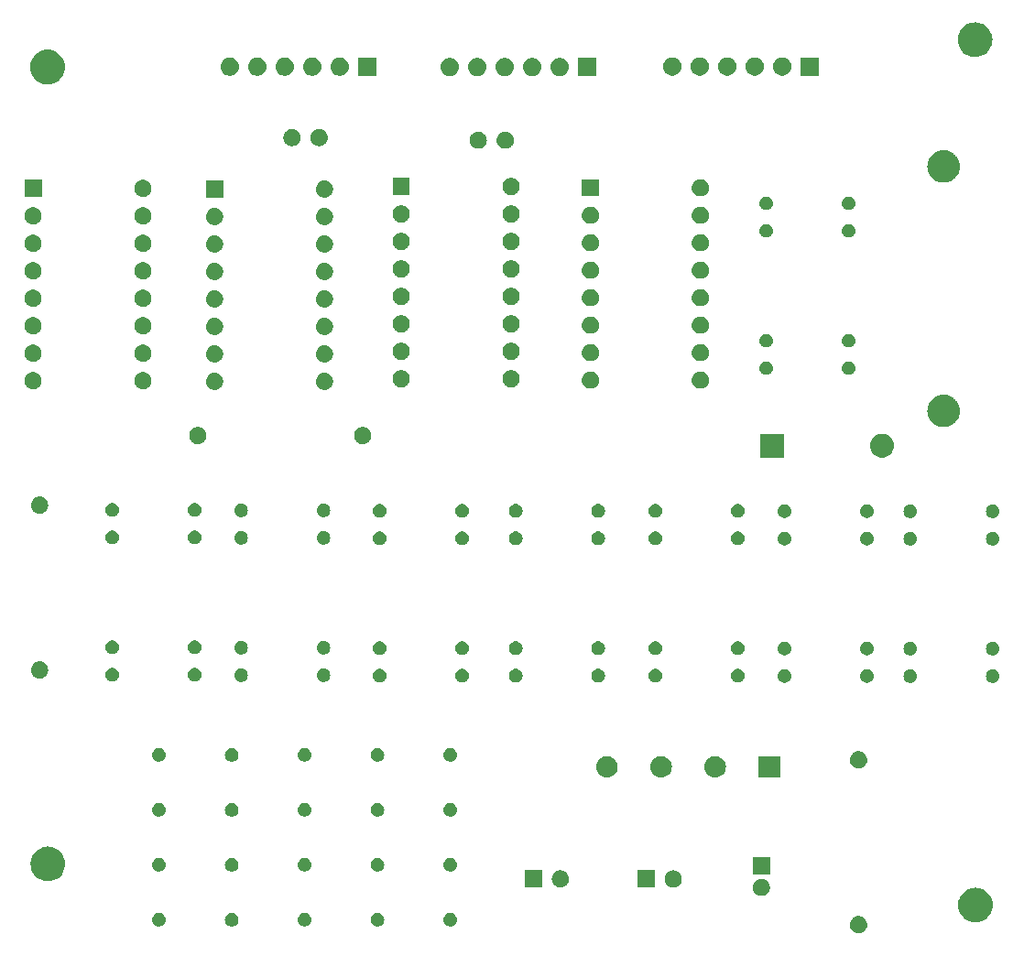
<source format=gbr>
%TF.GenerationSoftware,KiCad,Pcbnew,8.0.3*%
%TF.CreationDate,2024-06-12T05:50:31+01:00*%
%TF.ProjectId,meiaonda,6d656961-6f6e-4646-912e-6b696361645f,rev?*%
%TF.SameCoordinates,Original*%
%TF.FileFunction,Soldermask,Bot*%
%TF.FilePolarity,Negative*%
%FSLAX46Y46*%
G04 Gerber Fmt 4.6, Leading zero omitted, Abs format (unit mm)*
G04 Created by KiCad (PCBNEW 8.0.3) date 2024-06-12 05:50:31*
%MOMM*%
%LPD*%
G01*
G04 APERTURE LIST*
G04 APERTURE END LIST*
G36*
X160491811Y-126364711D02*
G01*
X160533588Y-126364711D01*
X160580718Y-126374728D01*
X160628017Y-126380058D01*
X160662408Y-126392092D01*
X160697110Y-126399468D01*
X160747117Y-126421733D01*
X160797107Y-126439225D01*
X160823128Y-126455575D01*
X160849835Y-126467466D01*
X160899633Y-126503646D01*
X160948792Y-126534535D01*
X160966444Y-126552187D01*
X160985084Y-126565730D01*
X161031165Y-126616908D01*
X161075465Y-126661208D01*
X161085654Y-126677424D01*
X161096946Y-126689965D01*
X161135573Y-126756870D01*
X161170775Y-126812893D01*
X161175170Y-126825453D01*
X161180535Y-126834746D01*
X161208010Y-126919305D01*
X161229942Y-126981983D01*
X161230773Y-126989363D01*
X161232195Y-126993738D01*
X161245076Y-127116306D01*
X161250000Y-127160000D01*
X161245076Y-127203697D01*
X161232195Y-127326261D01*
X161230773Y-127330635D01*
X161229942Y-127338017D01*
X161208005Y-127400707D01*
X161180535Y-127485253D01*
X161175171Y-127494543D01*
X161170775Y-127507107D01*
X161135566Y-127563140D01*
X161096946Y-127630034D01*
X161085656Y-127642572D01*
X161075465Y-127658792D01*
X161031155Y-127703101D01*
X160985084Y-127754269D01*
X160966448Y-127767808D01*
X160948792Y-127785465D01*
X160899623Y-127816359D01*
X160849835Y-127852533D01*
X160823134Y-127864421D01*
X160797107Y-127880775D01*
X160747107Y-127898270D01*
X160697110Y-127920531D01*
X160662414Y-127927905D01*
X160628017Y-127939942D01*
X160580715Y-127945271D01*
X160533588Y-127955289D01*
X160491811Y-127955289D01*
X160450000Y-127960000D01*
X160408189Y-127955289D01*
X160366412Y-127955289D01*
X160319284Y-127945271D01*
X160271983Y-127939942D01*
X160237586Y-127927906D01*
X160202889Y-127920531D01*
X160152887Y-127898268D01*
X160102893Y-127880775D01*
X160076868Y-127864422D01*
X160050164Y-127852533D01*
X160000369Y-127816355D01*
X159951208Y-127785465D01*
X159933554Y-127767811D01*
X159914915Y-127754269D01*
X159868833Y-127703090D01*
X159824535Y-127658792D01*
X159814345Y-127642575D01*
X159803053Y-127630034D01*
X159764420Y-127563120D01*
X159729225Y-127507107D01*
X159724830Y-127494547D01*
X159719464Y-127485253D01*
X159691980Y-127400667D01*
X159670058Y-127338017D01*
X159669226Y-127330639D01*
X159667804Y-127326261D01*
X159654908Y-127203565D01*
X159650000Y-127160000D01*
X159654908Y-127116438D01*
X159667804Y-126993738D01*
X159669226Y-126989358D01*
X159670058Y-126981983D01*
X159691975Y-126919345D01*
X159719464Y-126834746D01*
X159724831Y-126825449D01*
X159729225Y-126812893D01*
X159764413Y-126756890D01*
X159803053Y-126689965D01*
X159814347Y-126677421D01*
X159824535Y-126661208D01*
X159868826Y-126616916D01*
X159914917Y-126565728D01*
X159933559Y-126552183D01*
X159951208Y-126534535D01*
X160000354Y-126503654D01*
X160050162Y-126467467D01*
X160076873Y-126455574D01*
X160102893Y-126439225D01*
X160152877Y-126421734D01*
X160202889Y-126399468D01*
X160237592Y-126392091D01*
X160271983Y-126380058D01*
X160319281Y-126374728D01*
X160366412Y-126364711D01*
X160408189Y-126364711D01*
X160450000Y-126360000D01*
X160491811Y-126364711D01*
G37*
G36*
X95983574Y-126126265D02*
G01*
X96119121Y-126197405D01*
X96233704Y-126298917D01*
X96320665Y-126424901D01*
X96374948Y-126568035D01*
X96393400Y-126720000D01*
X96374948Y-126871965D01*
X96320665Y-127015099D01*
X96233704Y-127141083D01*
X96119121Y-127242595D01*
X95983574Y-127313735D01*
X95834941Y-127350370D01*
X95681859Y-127350370D01*
X95533226Y-127313735D01*
X95397679Y-127242595D01*
X95283096Y-127141083D01*
X95196135Y-127015099D01*
X95141852Y-126871965D01*
X95123400Y-126720000D01*
X95141852Y-126568035D01*
X95196135Y-126424901D01*
X95283096Y-126298917D01*
X95397679Y-126197405D01*
X95533226Y-126126265D01*
X95681859Y-126089630D01*
X95834941Y-126089630D01*
X95983574Y-126126265D01*
G37*
G36*
X102723974Y-126126265D02*
G01*
X102859521Y-126197405D01*
X102974104Y-126298917D01*
X103061065Y-126424901D01*
X103115348Y-126568035D01*
X103133800Y-126720000D01*
X103115348Y-126871965D01*
X103061065Y-127015099D01*
X102974104Y-127141083D01*
X102859521Y-127242595D01*
X102723974Y-127313735D01*
X102575341Y-127350370D01*
X102422259Y-127350370D01*
X102273626Y-127313735D01*
X102138079Y-127242595D01*
X102023496Y-127141083D01*
X101936535Y-127015099D01*
X101882252Y-126871965D01*
X101863800Y-126720000D01*
X101882252Y-126568035D01*
X101936535Y-126424901D01*
X102023496Y-126298917D01*
X102138079Y-126197405D01*
X102273626Y-126126265D01*
X102422259Y-126089630D01*
X102575341Y-126089630D01*
X102723974Y-126126265D01*
G37*
G36*
X109464374Y-126126265D02*
G01*
X109599921Y-126197405D01*
X109714504Y-126298917D01*
X109801465Y-126424901D01*
X109855748Y-126568035D01*
X109874200Y-126720000D01*
X109855748Y-126871965D01*
X109801465Y-127015099D01*
X109714504Y-127141083D01*
X109599921Y-127242595D01*
X109464374Y-127313735D01*
X109315741Y-127350370D01*
X109162659Y-127350370D01*
X109014026Y-127313735D01*
X108878479Y-127242595D01*
X108763896Y-127141083D01*
X108676935Y-127015099D01*
X108622652Y-126871965D01*
X108604200Y-126720000D01*
X108622652Y-126568035D01*
X108676935Y-126424901D01*
X108763896Y-126298917D01*
X108878479Y-126197405D01*
X109014026Y-126126265D01*
X109162659Y-126089630D01*
X109315741Y-126089630D01*
X109464374Y-126126265D01*
G37*
G36*
X116204774Y-126126265D02*
G01*
X116340321Y-126197405D01*
X116454904Y-126298917D01*
X116541865Y-126424901D01*
X116596148Y-126568035D01*
X116614600Y-126720000D01*
X116596148Y-126871965D01*
X116541865Y-127015099D01*
X116454904Y-127141083D01*
X116340321Y-127242595D01*
X116204774Y-127313735D01*
X116056141Y-127350370D01*
X115903059Y-127350370D01*
X115754426Y-127313735D01*
X115618879Y-127242595D01*
X115504296Y-127141083D01*
X115417335Y-127015099D01*
X115363052Y-126871965D01*
X115344600Y-126720000D01*
X115363052Y-126568035D01*
X115417335Y-126424901D01*
X115504296Y-126298917D01*
X115618879Y-126197405D01*
X115754426Y-126126265D01*
X115903059Y-126089630D01*
X116056141Y-126089630D01*
X116204774Y-126126265D01*
G37*
G36*
X122945174Y-126126265D02*
G01*
X123080721Y-126197405D01*
X123195304Y-126298917D01*
X123282265Y-126424901D01*
X123336548Y-126568035D01*
X123355000Y-126720000D01*
X123336548Y-126871965D01*
X123282265Y-127015099D01*
X123195304Y-127141083D01*
X123080721Y-127242595D01*
X122945174Y-127313735D01*
X122796541Y-127350370D01*
X122643459Y-127350370D01*
X122494826Y-127313735D01*
X122359279Y-127242595D01*
X122244696Y-127141083D01*
X122157735Y-127015099D01*
X122103452Y-126871965D01*
X122085000Y-126720000D01*
X122103452Y-126568035D01*
X122157735Y-126424901D01*
X122244696Y-126298917D01*
X122359279Y-126197405D01*
X122494826Y-126126265D01*
X122643459Y-126089630D01*
X122796541Y-126089630D01*
X122945174Y-126126265D01*
G37*
G36*
X171511071Y-123764812D02*
G01*
X171755952Y-123823602D01*
X171815396Y-123848225D01*
X171988631Y-123919981D01*
X172203365Y-124051570D01*
X172394870Y-124215130D01*
X172558430Y-124406635D01*
X172690019Y-124621369D01*
X172786396Y-124854044D01*
X172845188Y-125098931D01*
X172864948Y-125350000D01*
X172845188Y-125601069D01*
X172786396Y-125845956D01*
X172690019Y-126078631D01*
X172558430Y-126293365D01*
X172394870Y-126484870D01*
X172203365Y-126648430D01*
X171988631Y-126780019D01*
X171755956Y-126876396D01*
X171511069Y-126935188D01*
X171260000Y-126954948D01*
X171008931Y-126935188D01*
X170886487Y-126905792D01*
X170764047Y-126876397D01*
X170764045Y-126876396D01*
X170764044Y-126876396D01*
X170531369Y-126780019D01*
X170316635Y-126648430D01*
X170125130Y-126484870D01*
X169961570Y-126293365D01*
X169829981Y-126078631D01*
X169733604Y-125845956D01*
X169733602Y-125845952D01*
X169674812Y-125601071D01*
X169655052Y-125350000D01*
X169674812Y-125098928D01*
X169733602Y-124854047D01*
X169787947Y-124722846D01*
X169829981Y-124621369D01*
X169961570Y-124406635D01*
X170125130Y-124215130D01*
X170316635Y-124051570D01*
X170531369Y-123919981D01*
X170632846Y-123877947D01*
X170764047Y-123823602D01*
X171008928Y-123764812D01*
X171260000Y-123745052D01*
X171511071Y-123764812D01*
G37*
G36*
X151501811Y-122924711D02*
G01*
X151543588Y-122924711D01*
X151590718Y-122934728D01*
X151638017Y-122940058D01*
X151672408Y-122952092D01*
X151707110Y-122959468D01*
X151757117Y-122981733D01*
X151807107Y-122999225D01*
X151833128Y-123015575D01*
X151859835Y-123027466D01*
X151909633Y-123063646D01*
X151958792Y-123094535D01*
X151976444Y-123112187D01*
X151995084Y-123125730D01*
X152041165Y-123176908D01*
X152085465Y-123221208D01*
X152095654Y-123237424D01*
X152106946Y-123249965D01*
X152145573Y-123316870D01*
X152180775Y-123372893D01*
X152185170Y-123385453D01*
X152190535Y-123394746D01*
X152218010Y-123479305D01*
X152239942Y-123541983D01*
X152240773Y-123549363D01*
X152242195Y-123553738D01*
X152255076Y-123676306D01*
X152260000Y-123720000D01*
X152255076Y-123763697D01*
X152242195Y-123886261D01*
X152240773Y-123890635D01*
X152239942Y-123898017D01*
X152218005Y-123960707D01*
X152190535Y-124045253D01*
X152185171Y-124054543D01*
X152180775Y-124067107D01*
X152145566Y-124123140D01*
X152106946Y-124190034D01*
X152095656Y-124202572D01*
X152085465Y-124218792D01*
X152041155Y-124263101D01*
X151995084Y-124314269D01*
X151976448Y-124327808D01*
X151958792Y-124345465D01*
X151909623Y-124376359D01*
X151859835Y-124412533D01*
X151833134Y-124424421D01*
X151807107Y-124440775D01*
X151757107Y-124458270D01*
X151707110Y-124480531D01*
X151672414Y-124487905D01*
X151638017Y-124499942D01*
X151590715Y-124505271D01*
X151543588Y-124515289D01*
X151501811Y-124515289D01*
X151460000Y-124520000D01*
X151418189Y-124515289D01*
X151376412Y-124515289D01*
X151329284Y-124505271D01*
X151281983Y-124499942D01*
X151247586Y-124487906D01*
X151212889Y-124480531D01*
X151162887Y-124458268D01*
X151112893Y-124440775D01*
X151086868Y-124424422D01*
X151060164Y-124412533D01*
X151010369Y-124376355D01*
X150961208Y-124345465D01*
X150943554Y-124327811D01*
X150924915Y-124314269D01*
X150878833Y-124263090D01*
X150834535Y-124218792D01*
X150824345Y-124202575D01*
X150813053Y-124190034D01*
X150774420Y-124123120D01*
X150739225Y-124067107D01*
X150734830Y-124054547D01*
X150729464Y-124045253D01*
X150701980Y-123960667D01*
X150680058Y-123898017D01*
X150679226Y-123890639D01*
X150677804Y-123886261D01*
X150664908Y-123763565D01*
X150660000Y-123720000D01*
X150664908Y-123676438D01*
X150677804Y-123553738D01*
X150679226Y-123549358D01*
X150680058Y-123541983D01*
X150701975Y-123479345D01*
X150729464Y-123394746D01*
X150734831Y-123385449D01*
X150739225Y-123372893D01*
X150774413Y-123316890D01*
X150813053Y-123249965D01*
X150824347Y-123237421D01*
X150834535Y-123221208D01*
X150878826Y-123176916D01*
X150924917Y-123125728D01*
X150943559Y-123112183D01*
X150961208Y-123094535D01*
X151010354Y-123063654D01*
X151060162Y-123027467D01*
X151086873Y-123015574D01*
X151112893Y-122999225D01*
X151162877Y-122981734D01*
X151212889Y-122959468D01*
X151247592Y-122952091D01*
X151281983Y-122940058D01*
X151329281Y-122934728D01*
X151376412Y-122924711D01*
X151418189Y-122924711D01*
X151460000Y-122920000D01*
X151501811Y-122924711D01*
G37*
G36*
X141620000Y-123740000D02*
G01*
X140020000Y-123740000D01*
X140020000Y-122140000D01*
X141620000Y-122140000D01*
X141620000Y-123740000D01*
G37*
G36*
X143361811Y-122144711D02*
G01*
X143403588Y-122144711D01*
X143450718Y-122154728D01*
X143498017Y-122160058D01*
X143532408Y-122172092D01*
X143567110Y-122179468D01*
X143617117Y-122201733D01*
X143667107Y-122219225D01*
X143693128Y-122235575D01*
X143719835Y-122247466D01*
X143769633Y-122283646D01*
X143818792Y-122314535D01*
X143836444Y-122332187D01*
X143855084Y-122345730D01*
X143901165Y-122396908D01*
X143945465Y-122441208D01*
X143955654Y-122457424D01*
X143966946Y-122469965D01*
X144005573Y-122536870D01*
X144040775Y-122592893D01*
X144045170Y-122605453D01*
X144050535Y-122614746D01*
X144078010Y-122699305D01*
X144099942Y-122761983D01*
X144100773Y-122769363D01*
X144102195Y-122773738D01*
X144115076Y-122896306D01*
X144120000Y-122940000D01*
X144115076Y-122983697D01*
X144102195Y-123106261D01*
X144100773Y-123110635D01*
X144099942Y-123118017D01*
X144078005Y-123180707D01*
X144050535Y-123265253D01*
X144045171Y-123274543D01*
X144040775Y-123287107D01*
X144005566Y-123343140D01*
X143966946Y-123410034D01*
X143955656Y-123422572D01*
X143945465Y-123438792D01*
X143901155Y-123483101D01*
X143855084Y-123534269D01*
X143836448Y-123547808D01*
X143818792Y-123565465D01*
X143769623Y-123596359D01*
X143719835Y-123632533D01*
X143693134Y-123644421D01*
X143667107Y-123660775D01*
X143617107Y-123678270D01*
X143567110Y-123700531D01*
X143532414Y-123707905D01*
X143498017Y-123719942D01*
X143450715Y-123725271D01*
X143403588Y-123735289D01*
X143361811Y-123735289D01*
X143320000Y-123740000D01*
X143278189Y-123735289D01*
X143236412Y-123735289D01*
X143189284Y-123725271D01*
X143141983Y-123719942D01*
X143107586Y-123707906D01*
X143072889Y-123700531D01*
X143022887Y-123678268D01*
X142972893Y-123660775D01*
X142946868Y-123644422D01*
X142920164Y-123632533D01*
X142870369Y-123596355D01*
X142821208Y-123565465D01*
X142803554Y-123547811D01*
X142784915Y-123534269D01*
X142738833Y-123483090D01*
X142694535Y-123438792D01*
X142684345Y-123422575D01*
X142673053Y-123410034D01*
X142634420Y-123343120D01*
X142599225Y-123287107D01*
X142594830Y-123274547D01*
X142589464Y-123265253D01*
X142561980Y-123180667D01*
X142540058Y-123118017D01*
X142539226Y-123110639D01*
X142537804Y-123106261D01*
X142524908Y-122983565D01*
X142520000Y-122940000D01*
X142524908Y-122896438D01*
X142537804Y-122773738D01*
X142539226Y-122769358D01*
X142540058Y-122761983D01*
X142561975Y-122699345D01*
X142589464Y-122614746D01*
X142594831Y-122605449D01*
X142599225Y-122592893D01*
X142634413Y-122536890D01*
X142673053Y-122469965D01*
X142684347Y-122457421D01*
X142694535Y-122441208D01*
X142738826Y-122396916D01*
X142784917Y-122345728D01*
X142803559Y-122332183D01*
X142821208Y-122314535D01*
X142870354Y-122283654D01*
X142920162Y-122247467D01*
X142946873Y-122235574D01*
X142972893Y-122219225D01*
X143022877Y-122201734D01*
X143072889Y-122179468D01*
X143107592Y-122172091D01*
X143141983Y-122160058D01*
X143189281Y-122154728D01*
X143236412Y-122144711D01*
X143278189Y-122144711D01*
X143320000Y-122140000D01*
X143361811Y-122144711D01*
G37*
G36*
X131187621Y-123730000D02*
G01*
X129587621Y-123730000D01*
X129587621Y-122130000D01*
X131187621Y-122130000D01*
X131187621Y-123730000D01*
G37*
G36*
X132929432Y-122134711D02*
G01*
X132971209Y-122134711D01*
X133018339Y-122144728D01*
X133065638Y-122150058D01*
X133100029Y-122162092D01*
X133134731Y-122169468D01*
X133184738Y-122191733D01*
X133234728Y-122209225D01*
X133260749Y-122225575D01*
X133287456Y-122237466D01*
X133337254Y-122273646D01*
X133386413Y-122304535D01*
X133404065Y-122322187D01*
X133422705Y-122335730D01*
X133468786Y-122386908D01*
X133513086Y-122431208D01*
X133523275Y-122447424D01*
X133534567Y-122459965D01*
X133573194Y-122526870D01*
X133608396Y-122582893D01*
X133612791Y-122595453D01*
X133618156Y-122604746D01*
X133645631Y-122689305D01*
X133667563Y-122751983D01*
X133668394Y-122759363D01*
X133669816Y-122763738D01*
X133682697Y-122886306D01*
X133687621Y-122930000D01*
X133682697Y-122973697D01*
X133669816Y-123096261D01*
X133668394Y-123100635D01*
X133667563Y-123108017D01*
X133645626Y-123170707D01*
X133618156Y-123255253D01*
X133612792Y-123264543D01*
X133608396Y-123277107D01*
X133573187Y-123333140D01*
X133534567Y-123400034D01*
X133523277Y-123412572D01*
X133513086Y-123428792D01*
X133468776Y-123473101D01*
X133422705Y-123524269D01*
X133404069Y-123537808D01*
X133386413Y-123555465D01*
X133337244Y-123586359D01*
X133287456Y-123622533D01*
X133260755Y-123634421D01*
X133234728Y-123650775D01*
X133184728Y-123668270D01*
X133134731Y-123690531D01*
X133100035Y-123697905D01*
X133065638Y-123709942D01*
X133018336Y-123715271D01*
X132971209Y-123725289D01*
X132929432Y-123725289D01*
X132887621Y-123730000D01*
X132845810Y-123725289D01*
X132804033Y-123725289D01*
X132756905Y-123715271D01*
X132709604Y-123709942D01*
X132675207Y-123697906D01*
X132640510Y-123690531D01*
X132590508Y-123668268D01*
X132540514Y-123650775D01*
X132514489Y-123634422D01*
X132487785Y-123622533D01*
X132437990Y-123586355D01*
X132388829Y-123555465D01*
X132371175Y-123537811D01*
X132352536Y-123524269D01*
X132306454Y-123473090D01*
X132262156Y-123428792D01*
X132251966Y-123412575D01*
X132240674Y-123400034D01*
X132202041Y-123333120D01*
X132166846Y-123277107D01*
X132162451Y-123264547D01*
X132157085Y-123255253D01*
X132129601Y-123170667D01*
X132107679Y-123108017D01*
X132106847Y-123100639D01*
X132105425Y-123096261D01*
X132092529Y-122973565D01*
X132087621Y-122930000D01*
X132092529Y-122886438D01*
X132105425Y-122763738D01*
X132106847Y-122759358D01*
X132107679Y-122751983D01*
X132129596Y-122689345D01*
X132157085Y-122604746D01*
X132162452Y-122595449D01*
X132166846Y-122582893D01*
X132202034Y-122526890D01*
X132240674Y-122459965D01*
X132251968Y-122447421D01*
X132262156Y-122431208D01*
X132306447Y-122386916D01*
X132352538Y-122335728D01*
X132371180Y-122322183D01*
X132388829Y-122304535D01*
X132437975Y-122273654D01*
X132487783Y-122237467D01*
X132514494Y-122225574D01*
X132540514Y-122209225D01*
X132590498Y-122191734D01*
X132640510Y-122169468D01*
X132675213Y-122162091D01*
X132709604Y-122150058D01*
X132756902Y-122144728D01*
X132804033Y-122134711D01*
X132845810Y-122134711D01*
X132887621Y-122130000D01*
X132929432Y-122134711D01*
G37*
G36*
X85771071Y-119964812D02*
G01*
X86015952Y-120023602D01*
X86075396Y-120048225D01*
X86248631Y-120119981D01*
X86463365Y-120251570D01*
X86654870Y-120415130D01*
X86818430Y-120606635D01*
X86950019Y-120821369D01*
X87046396Y-121054044D01*
X87105188Y-121298931D01*
X87124948Y-121550000D01*
X87105188Y-121801069D01*
X87046396Y-122045956D01*
X86950019Y-122278631D01*
X86818430Y-122493365D01*
X86654870Y-122684870D01*
X86463365Y-122848430D01*
X86248631Y-122980019D01*
X86015956Y-123076396D01*
X85771069Y-123135188D01*
X85520000Y-123154948D01*
X85268931Y-123135188D01*
X85106788Y-123096261D01*
X85024047Y-123076397D01*
X85024045Y-123076396D01*
X85024044Y-123076396D01*
X84791369Y-122980019D01*
X84576635Y-122848430D01*
X84385130Y-122684870D01*
X84221570Y-122493365D01*
X84089981Y-122278631D01*
X83993604Y-122045956D01*
X83993602Y-122045952D01*
X83934812Y-121801071D01*
X83915052Y-121550000D01*
X83934812Y-121298928D01*
X83993602Y-121054047D01*
X84049127Y-120920000D01*
X84089981Y-120821369D01*
X84221570Y-120606635D01*
X84385130Y-120415130D01*
X84576635Y-120251570D01*
X84791369Y-120119981D01*
X84892846Y-120077947D01*
X85024047Y-120023602D01*
X85268928Y-119964812D01*
X85520000Y-119945052D01*
X85771071Y-119964812D01*
G37*
G36*
X152260000Y-122520000D02*
G01*
X150660000Y-122520000D01*
X150660000Y-120920000D01*
X152260000Y-120920000D01*
X152260000Y-122520000D01*
G37*
G36*
X95983574Y-121046265D02*
G01*
X96119121Y-121117405D01*
X96233704Y-121218917D01*
X96320665Y-121344901D01*
X96374948Y-121488035D01*
X96393400Y-121640000D01*
X96374948Y-121791965D01*
X96320665Y-121935099D01*
X96233704Y-122061083D01*
X96119121Y-122162595D01*
X95983574Y-122233735D01*
X95834941Y-122270370D01*
X95681859Y-122270370D01*
X95533226Y-122233735D01*
X95397679Y-122162595D01*
X95283096Y-122061083D01*
X95196135Y-121935099D01*
X95141852Y-121791965D01*
X95123400Y-121640000D01*
X95141852Y-121488035D01*
X95196135Y-121344901D01*
X95283096Y-121218917D01*
X95397679Y-121117405D01*
X95533226Y-121046265D01*
X95681859Y-121009630D01*
X95834941Y-121009630D01*
X95983574Y-121046265D01*
G37*
G36*
X102723974Y-121046265D02*
G01*
X102859521Y-121117405D01*
X102974104Y-121218917D01*
X103061065Y-121344901D01*
X103115348Y-121488035D01*
X103133800Y-121640000D01*
X103115348Y-121791965D01*
X103061065Y-121935099D01*
X102974104Y-122061083D01*
X102859521Y-122162595D01*
X102723974Y-122233735D01*
X102575341Y-122270370D01*
X102422259Y-122270370D01*
X102273626Y-122233735D01*
X102138079Y-122162595D01*
X102023496Y-122061083D01*
X101936535Y-121935099D01*
X101882252Y-121791965D01*
X101863800Y-121640000D01*
X101882252Y-121488035D01*
X101936535Y-121344901D01*
X102023496Y-121218917D01*
X102138079Y-121117405D01*
X102273626Y-121046265D01*
X102422259Y-121009630D01*
X102575341Y-121009630D01*
X102723974Y-121046265D01*
G37*
G36*
X109464374Y-121046265D02*
G01*
X109599921Y-121117405D01*
X109714504Y-121218917D01*
X109801465Y-121344901D01*
X109855748Y-121488035D01*
X109874200Y-121640000D01*
X109855748Y-121791965D01*
X109801465Y-121935099D01*
X109714504Y-122061083D01*
X109599921Y-122162595D01*
X109464374Y-122233735D01*
X109315741Y-122270370D01*
X109162659Y-122270370D01*
X109014026Y-122233735D01*
X108878479Y-122162595D01*
X108763896Y-122061083D01*
X108676935Y-121935099D01*
X108622652Y-121791965D01*
X108604200Y-121640000D01*
X108622652Y-121488035D01*
X108676935Y-121344901D01*
X108763896Y-121218917D01*
X108878479Y-121117405D01*
X109014026Y-121046265D01*
X109162659Y-121009630D01*
X109315741Y-121009630D01*
X109464374Y-121046265D01*
G37*
G36*
X116204774Y-121046265D02*
G01*
X116340321Y-121117405D01*
X116454904Y-121218917D01*
X116541865Y-121344901D01*
X116596148Y-121488035D01*
X116614600Y-121640000D01*
X116596148Y-121791965D01*
X116541865Y-121935099D01*
X116454904Y-122061083D01*
X116340321Y-122162595D01*
X116204774Y-122233735D01*
X116056141Y-122270370D01*
X115903059Y-122270370D01*
X115754426Y-122233735D01*
X115618879Y-122162595D01*
X115504296Y-122061083D01*
X115417335Y-121935099D01*
X115363052Y-121791965D01*
X115344600Y-121640000D01*
X115363052Y-121488035D01*
X115417335Y-121344901D01*
X115504296Y-121218917D01*
X115618879Y-121117405D01*
X115754426Y-121046265D01*
X115903059Y-121009630D01*
X116056141Y-121009630D01*
X116204774Y-121046265D01*
G37*
G36*
X122945174Y-121046265D02*
G01*
X123080721Y-121117405D01*
X123195304Y-121218917D01*
X123282265Y-121344901D01*
X123336548Y-121488035D01*
X123355000Y-121640000D01*
X123336548Y-121791965D01*
X123282265Y-121935099D01*
X123195304Y-122061083D01*
X123080721Y-122162595D01*
X122945174Y-122233735D01*
X122796541Y-122270370D01*
X122643459Y-122270370D01*
X122494826Y-122233735D01*
X122359279Y-122162595D01*
X122244696Y-122061083D01*
X122157735Y-121935099D01*
X122103452Y-121791965D01*
X122085000Y-121640000D01*
X122103452Y-121488035D01*
X122157735Y-121344901D01*
X122244696Y-121218917D01*
X122359279Y-121117405D01*
X122494826Y-121046265D01*
X122643459Y-121009630D01*
X122796541Y-121009630D01*
X122945174Y-121046265D01*
G37*
G36*
X95983574Y-115966265D02*
G01*
X96119121Y-116037405D01*
X96233704Y-116138917D01*
X96320665Y-116264901D01*
X96374948Y-116408035D01*
X96393400Y-116560000D01*
X96374948Y-116711965D01*
X96320665Y-116855099D01*
X96233704Y-116981083D01*
X96119121Y-117082595D01*
X95983574Y-117153735D01*
X95834941Y-117190370D01*
X95681859Y-117190370D01*
X95533226Y-117153735D01*
X95397679Y-117082595D01*
X95283096Y-116981083D01*
X95196135Y-116855099D01*
X95141852Y-116711965D01*
X95123400Y-116560000D01*
X95141852Y-116408035D01*
X95196135Y-116264901D01*
X95283096Y-116138917D01*
X95397679Y-116037405D01*
X95533226Y-115966265D01*
X95681859Y-115929630D01*
X95834941Y-115929630D01*
X95983574Y-115966265D01*
G37*
G36*
X102723974Y-115966265D02*
G01*
X102859521Y-116037405D01*
X102974104Y-116138917D01*
X103061065Y-116264901D01*
X103115348Y-116408035D01*
X103133800Y-116560000D01*
X103115348Y-116711965D01*
X103061065Y-116855099D01*
X102974104Y-116981083D01*
X102859521Y-117082595D01*
X102723974Y-117153735D01*
X102575341Y-117190370D01*
X102422259Y-117190370D01*
X102273626Y-117153735D01*
X102138079Y-117082595D01*
X102023496Y-116981083D01*
X101936535Y-116855099D01*
X101882252Y-116711965D01*
X101863800Y-116560000D01*
X101882252Y-116408035D01*
X101936535Y-116264901D01*
X102023496Y-116138917D01*
X102138079Y-116037405D01*
X102273626Y-115966265D01*
X102422259Y-115929630D01*
X102575341Y-115929630D01*
X102723974Y-115966265D01*
G37*
G36*
X109464374Y-115966265D02*
G01*
X109599921Y-116037405D01*
X109714504Y-116138917D01*
X109801465Y-116264901D01*
X109855748Y-116408035D01*
X109874200Y-116560000D01*
X109855748Y-116711965D01*
X109801465Y-116855099D01*
X109714504Y-116981083D01*
X109599921Y-117082595D01*
X109464374Y-117153735D01*
X109315741Y-117190370D01*
X109162659Y-117190370D01*
X109014026Y-117153735D01*
X108878479Y-117082595D01*
X108763896Y-116981083D01*
X108676935Y-116855099D01*
X108622652Y-116711965D01*
X108604200Y-116560000D01*
X108622652Y-116408035D01*
X108676935Y-116264901D01*
X108763896Y-116138917D01*
X108878479Y-116037405D01*
X109014026Y-115966265D01*
X109162659Y-115929630D01*
X109315741Y-115929630D01*
X109464374Y-115966265D01*
G37*
G36*
X116204774Y-115966265D02*
G01*
X116340321Y-116037405D01*
X116454904Y-116138917D01*
X116541865Y-116264901D01*
X116596148Y-116408035D01*
X116614600Y-116560000D01*
X116596148Y-116711965D01*
X116541865Y-116855099D01*
X116454904Y-116981083D01*
X116340321Y-117082595D01*
X116204774Y-117153735D01*
X116056141Y-117190370D01*
X115903059Y-117190370D01*
X115754426Y-117153735D01*
X115618879Y-117082595D01*
X115504296Y-116981083D01*
X115417335Y-116855099D01*
X115363052Y-116711965D01*
X115344600Y-116560000D01*
X115363052Y-116408035D01*
X115417335Y-116264901D01*
X115504296Y-116138917D01*
X115618879Y-116037405D01*
X115754426Y-115966265D01*
X115903059Y-115929630D01*
X116056141Y-115929630D01*
X116204774Y-115966265D01*
G37*
G36*
X122945174Y-115966265D02*
G01*
X123080721Y-116037405D01*
X123195304Y-116138917D01*
X123282265Y-116264901D01*
X123336548Y-116408035D01*
X123355000Y-116560000D01*
X123336548Y-116711965D01*
X123282265Y-116855099D01*
X123195304Y-116981083D01*
X123080721Y-117082595D01*
X122945174Y-117153735D01*
X122796541Y-117190370D01*
X122643459Y-117190370D01*
X122494826Y-117153735D01*
X122359279Y-117082595D01*
X122244696Y-116981083D01*
X122157735Y-116855099D01*
X122103452Y-116711965D01*
X122085000Y-116560000D01*
X122103452Y-116408035D01*
X122157735Y-116264901D01*
X122244696Y-116138917D01*
X122359279Y-116037405D01*
X122494826Y-115966265D01*
X122643459Y-115929630D01*
X122796541Y-115929630D01*
X122945174Y-115966265D01*
G37*
G36*
X137385090Y-111589215D02*
G01*
X137572683Y-111646120D01*
X137745570Y-111738530D01*
X137897107Y-111862893D01*
X138021470Y-112014430D01*
X138113880Y-112187317D01*
X138170785Y-112374910D01*
X138190000Y-112570000D01*
X138170785Y-112765090D01*
X138113880Y-112952683D01*
X138021470Y-113125570D01*
X137897107Y-113277107D01*
X137745570Y-113401470D01*
X137572683Y-113493880D01*
X137385090Y-113550785D01*
X137190000Y-113570000D01*
X136994910Y-113550785D01*
X136807317Y-113493880D01*
X136634430Y-113401470D01*
X136482893Y-113277107D01*
X136358530Y-113125570D01*
X136266120Y-112952683D01*
X136209215Y-112765090D01*
X136190000Y-112570000D01*
X136209215Y-112374910D01*
X136266120Y-112187317D01*
X136358530Y-112014430D01*
X136482893Y-111862893D01*
X136634430Y-111738530D01*
X136807317Y-111646120D01*
X136994910Y-111589215D01*
X137190000Y-111570000D01*
X137385090Y-111589215D01*
G37*
G36*
X142385090Y-111589215D02*
G01*
X142572683Y-111646120D01*
X142745570Y-111738530D01*
X142897107Y-111862893D01*
X143021470Y-112014430D01*
X143113880Y-112187317D01*
X143170785Y-112374910D01*
X143190000Y-112570000D01*
X143170785Y-112765090D01*
X143113880Y-112952683D01*
X143021470Y-113125570D01*
X142897107Y-113277107D01*
X142745570Y-113401470D01*
X142572683Y-113493880D01*
X142385090Y-113550785D01*
X142190000Y-113570000D01*
X141994910Y-113550785D01*
X141807317Y-113493880D01*
X141634430Y-113401470D01*
X141482893Y-113277107D01*
X141358530Y-113125570D01*
X141266120Y-112952683D01*
X141209215Y-112765090D01*
X141190000Y-112570000D01*
X141209215Y-112374910D01*
X141266120Y-112187317D01*
X141358530Y-112014430D01*
X141482893Y-111862893D01*
X141634430Y-111738530D01*
X141807317Y-111646120D01*
X141994910Y-111589215D01*
X142190000Y-111570000D01*
X142385090Y-111589215D01*
G37*
G36*
X147385090Y-111589215D02*
G01*
X147572683Y-111646120D01*
X147745570Y-111738530D01*
X147897107Y-111862893D01*
X148021470Y-112014430D01*
X148113880Y-112187317D01*
X148170785Y-112374910D01*
X148190000Y-112570000D01*
X148170785Y-112765090D01*
X148113880Y-112952683D01*
X148021470Y-113125570D01*
X147897107Y-113277107D01*
X147745570Y-113401470D01*
X147572683Y-113493880D01*
X147385090Y-113550785D01*
X147190000Y-113570000D01*
X146994910Y-113550785D01*
X146807317Y-113493880D01*
X146634430Y-113401470D01*
X146482893Y-113277107D01*
X146358530Y-113125570D01*
X146266120Y-112952683D01*
X146209215Y-112765090D01*
X146190000Y-112570000D01*
X146209215Y-112374910D01*
X146266120Y-112187317D01*
X146358530Y-112014430D01*
X146482893Y-111862893D01*
X146634430Y-111738530D01*
X146807317Y-111646120D01*
X146994910Y-111589215D01*
X147190000Y-111570000D01*
X147385090Y-111589215D01*
G37*
G36*
X153190000Y-113570000D02*
G01*
X151190000Y-113570000D01*
X151190000Y-111570000D01*
X153190000Y-111570000D01*
X153190000Y-113570000D01*
G37*
G36*
X160491811Y-111124711D02*
G01*
X160533588Y-111124711D01*
X160580718Y-111134728D01*
X160628017Y-111140058D01*
X160662408Y-111152092D01*
X160697110Y-111159468D01*
X160747117Y-111181733D01*
X160797107Y-111199225D01*
X160823128Y-111215575D01*
X160849835Y-111227466D01*
X160899633Y-111263646D01*
X160948792Y-111294535D01*
X160966444Y-111312187D01*
X160985084Y-111325730D01*
X161031165Y-111376908D01*
X161075465Y-111421208D01*
X161085654Y-111437424D01*
X161096946Y-111449965D01*
X161135573Y-111516870D01*
X161170775Y-111572893D01*
X161175170Y-111585453D01*
X161180535Y-111594746D01*
X161208010Y-111679305D01*
X161229942Y-111741983D01*
X161230773Y-111749363D01*
X161232195Y-111753738D01*
X161245076Y-111876306D01*
X161250000Y-111920000D01*
X161245076Y-111963697D01*
X161232195Y-112086261D01*
X161230773Y-112090635D01*
X161229942Y-112098017D01*
X161208005Y-112160707D01*
X161180535Y-112245253D01*
X161175171Y-112254543D01*
X161170775Y-112267107D01*
X161135566Y-112323140D01*
X161096946Y-112390034D01*
X161085656Y-112402572D01*
X161075465Y-112418792D01*
X161031155Y-112463101D01*
X160985084Y-112514269D01*
X160966448Y-112527808D01*
X160948792Y-112545465D01*
X160899623Y-112576359D01*
X160849835Y-112612533D01*
X160823134Y-112624421D01*
X160797107Y-112640775D01*
X160747107Y-112658270D01*
X160697110Y-112680531D01*
X160662414Y-112687905D01*
X160628017Y-112699942D01*
X160580715Y-112705271D01*
X160533588Y-112715289D01*
X160491811Y-112715289D01*
X160450000Y-112720000D01*
X160408189Y-112715289D01*
X160366412Y-112715289D01*
X160319284Y-112705271D01*
X160271983Y-112699942D01*
X160237586Y-112687906D01*
X160202889Y-112680531D01*
X160152887Y-112658268D01*
X160102893Y-112640775D01*
X160076868Y-112624422D01*
X160050164Y-112612533D01*
X160000369Y-112576355D01*
X159951208Y-112545465D01*
X159933554Y-112527811D01*
X159914915Y-112514269D01*
X159868833Y-112463090D01*
X159824535Y-112418792D01*
X159814345Y-112402575D01*
X159803053Y-112390034D01*
X159764420Y-112323120D01*
X159729225Y-112267107D01*
X159724830Y-112254547D01*
X159719464Y-112245253D01*
X159691980Y-112160667D01*
X159670058Y-112098017D01*
X159669226Y-112090639D01*
X159667804Y-112086261D01*
X159654908Y-111963565D01*
X159650000Y-111920000D01*
X159654908Y-111876438D01*
X159667804Y-111753738D01*
X159669226Y-111749358D01*
X159670058Y-111741983D01*
X159691975Y-111679345D01*
X159719464Y-111594746D01*
X159724831Y-111585449D01*
X159729225Y-111572893D01*
X159764413Y-111516890D01*
X159803053Y-111449965D01*
X159814347Y-111437421D01*
X159824535Y-111421208D01*
X159868826Y-111376916D01*
X159914917Y-111325728D01*
X159933559Y-111312183D01*
X159951208Y-111294535D01*
X160000354Y-111263654D01*
X160050162Y-111227467D01*
X160076873Y-111215574D01*
X160102893Y-111199225D01*
X160152877Y-111181734D01*
X160202889Y-111159468D01*
X160237592Y-111152091D01*
X160271983Y-111140058D01*
X160319281Y-111134728D01*
X160366412Y-111124711D01*
X160408189Y-111124711D01*
X160450000Y-111120000D01*
X160491811Y-111124711D01*
G37*
G36*
X95983574Y-110886265D02*
G01*
X96119121Y-110957405D01*
X96233704Y-111058917D01*
X96320665Y-111184901D01*
X96374948Y-111328035D01*
X96393400Y-111480000D01*
X96374948Y-111631965D01*
X96320665Y-111775099D01*
X96233704Y-111901083D01*
X96119121Y-112002595D01*
X95983574Y-112073735D01*
X95834941Y-112110370D01*
X95681859Y-112110370D01*
X95533226Y-112073735D01*
X95397679Y-112002595D01*
X95283096Y-111901083D01*
X95196135Y-111775099D01*
X95141852Y-111631965D01*
X95123400Y-111480000D01*
X95141852Y-111328035D01*
X95196135Y-111184901D01*
X95283096Y-111058917D01*
X95397679Y-110957405D01*
X95533226Y-110886265D01*
X95681859Y-110849630D01*
X95834941Y-110849630D01*
X95983574Y-110886265D01*
G37*
G36*
X102723974Y-110886265D02*
G01*
X102859521Y-110957405D01*
X102974104Y-111058917D01*
X103061065Y-111184901D01*
X103115348Y-111328035D01*
X103133800Y-111480000D01*
X103115348Y-111631965D01*
X103061065Y-111775099D01*
X102974104Y-111901083D01*
X102859521Y-112002595D01*
X102723974Y-112073735D01*
X102575341Y-112110370D01*
X102422259Y-112110370D01*
X102273626Y-112073735D01*
X102138079Y-112002595D01*
X102023496Y-111901083D01*
X101936535Y-111775099D01*
X101882252Y-111631965D01*
X101863800Y-111480000D01*
X101882252Y-111328035D01*
X101936535Y-111184901D01*
X102023496Y-111058917D01*
X102138079Y-110957405D01*
X102273626Y-110886265D01*
X102422259Y-110849630D01*
X102575341Y-110849630D01*
X102723974Y-110886265D01*
G37*
G36*
X109464374Y-110886265D02*
G01*
X109599921Y-110957405D01*
X109714504Y-111058917D01*
X109801465Y-111184901D01*
X109855748Y-111328035D01*
X109874200Y-111480000D01*
X109855748Y-111631965D01*
X109801465Y-111775099D01*
X109714504Y-111901083D01*
X109599921Y-112002595D01*
X109464374Y-112073735D01*
X109315741Y-112110370D01*
X109162659Y-112110370D01*
X109014026Y-112073735D01*
X108878479Y-112002595D01*
X108763896Y-111901083D01*
X108676935Y-111775099D01*
X108622652Y-111631965D01*
X108604200Y-111480000D01*
X108622652Y-111328035D01*
X108676935Y-111184901D01*
X108763896Y-111058917D01*
X108878479Y-110957405D01*
X109014026Y-110886265D01*
X109162659Y-110849630D01*
X109315741Y-110849630D01*
X109464374Y-110886265D01*
G37*
G36*
X116204774Y-110886265D02*
G01*
X116340321Y-110957405D01*
X116454904Y-111058917D01*
X116541865Y-111184901D01*
X116596148Y-111328035D01*
X116614600Y-111480000D01*
X116596148Y-111631965D01*
X116541865Y-111775099D01*
X116454904Y-111901083D01*
X116340321Y-112002595D01*
X116204774Y-112073735D01*
X116056141Y-112110370D01*
X115903059Y-112110370D01*
X115754426Y-112073735D01*
X115618879Y-112002595D01*
X115504296Y-111901083D01*
X115417335Y-111775099D01*
X115363052Y-111631965D01*
X115344600Y-111480000D01*
X115363052Y-111328035D01*
X115417335Y-111184901D01*
X115504296Y-111058917D01*
X115618879Y-110957405D01*
X115754426Y-110886265D01*
X115903059Y-110849630D01*
X116056141Y-110849630D01*
X116204774Y-110886265D01*
G37*
G36*
X122945174Y-110886265D02*
G01*
X123080721Y-110957405D01*
X123195304Y-111058917D01*
X123282265Y-111184901D01*
X123336548Y-111328035D01*
X123355000Y-111480000D01*
X123336548Y-111631965D01*
X123282265Y-111775099D01*
X123195304Y-111901083D01*
X123080721Y-112002595D01*
X122945174Y-112073735D01*
X122796541Y-112110370D01*
X122643459Y-112110370D01*
X122494826Y-112073735D01*
X122359279Y-112002595D01*
X122244696Y-111901083D01*
X122157735Y-111775099D01*
X122103452Y-111631965D01*
X122085000Y-111480000D01*
X122103452Y-111328035D01*
X122157735Y-111184901D01*
X122244696Y-111058917D01*
X122359279Y-110957405D01*
X122494826Y-110886265D01*
X122643459Y-110849630D01*
X122796541Y-110849630D01*
X122945174Y-110886265D01*
G37*
G36*
X165455174Y-103596265D02*
G01*
X165590721Y-103667405D01*
X165705304Y-103768917D01*
X165792265Y-103894901D01*
X165846548Y-104038035D01*
X165865000Y-104190000D01*
X165846548Y-104341965D01*
X165792265Y-104485099D01*
X165705304Y-104611083D01*
X165590721Y-104712595D01*
X165455174Y-104783735D01*
X165306541Y-104820370D01*
X165153459Y-104820370D01*
X165004826Y-104783735D01*
X164869279Y-104712595D01*
X164754696Y-104611083D01*
X164667735Y-104485099D01*
X164613452Y-104341965D01*
X164595000Y-104190000D01*
X164613452Y-104038035D01*
X164667735Y-103894901D01*
X164754696Y-103768917D01*
X164869279Y-103667405D01*
X165004826Y-103596265D01*
X165153459Y-103559630D01*
X165306541Y-103559630D01*
X165455174Y-103596265D01*
G37*
G36*
X173075174Y-103596265D02*
G01*
X173210721Y-103667405D01*
X173325304Y-103768917D01*
X173412265Y-103894901D01*
X173466548Y-104038035D01*
X173485000Y-104190000D01*
X173466548Y-104341965D01*
X173412265Y-104485099D01*
X173325304Y-104611083D01*
X173210721Y-104712595D01*
X173075174Y-104783735D01*
X172926541Y-104820370D01*
X172773459Y-104820370D01*
X172624826Y-104783735D01*
X172489279Y-104712595D01*
X172374696Y-104611083D01*
X172287735Y-104485099D01*
X172233452Y-104341965D01*
X172215000Y-104190000D01*
X172233452Y-104038035D01*
X172287735Y-103894901D01*
X172374696Y-103768917D01*
X172489279Y-103667405D01*
X172624826Y-103596265D01*
X172773459Y-103559630D01*
X172926541Y-103559630D01*
X173075174Y-103596265D01*
G37*
G36*
X153835174Y-103586265D02*
G01*
X153970721Y-103657405D01*
X154085304Y-103758917D01*
X154172265Y-103884901D01*
X154226548Y-104028035D01*
X154245000Y-104180000D01*
X154226548Y-104331965D01*
X154172265Y-104475099D01*
X154085304Y-104601083D01*
X153970721Y-104702595D01*
X153835174Y-104773735D01*
X153686541Y-104810370D01*
X153533459Y-104810370D01*
X153384826Y-104773735D01*
X153249279Y-104702595D01*
X153134696Y-104601083D01*
X153047735Y-104475099D01*
X152993452Y-104331965D01*
X152975000Y-104180000D01*
X152993452Y-104028035D01*
X153047735Y-103884901D01*
X153134696Y-103758917D01*
X153249279Y-103657405D01*
X153384826Y-103586265D01*
X153533459Y-103549630D01*
X153686541Y-103549630D01*
X153835174Y-103586265D01*
G37*
G36*
X161455174Y-103586265D02*
G01*
X161590721Y-103657405D01*
X161705304Y-103758917D01*
X161792265Y-103884901D01*
X161846548Y-104028035D01*
X161865000Y-104180000D01*
X161846548Y-104331965D01*
X161792265Y-104475099D01*
X161705304Y-104601083D01*
X161590721Y-104702595D01*
X161455174Y-104773735D01*
X161306541Y-104810370D01*
X161153459Y-104810370D01*
X161004826Y-104773735D01*
X160869279Y-104702595D01*
X160754696Y-104601083D01*
X160667735Y-104475099D01*
X160613452Y-104331965D01*
X160595000Y-104180000D01*
X160613452Y-104028035D01*
X160667735Y-103884901D01*
X160754696Y-103758917D01*
X160869279Y-103657405D01*
X161004826Y-103586265D01*
X161153459Y-103549630D01*
X161306541Y-103549630D01*
X161455174Y-103586265D01*
G37*
G36*
X116405174Y-103546265D02*
G01*
X116540721Y-103617405D01*
X116655304Y-103718917D01*
X116742265Y-103844901D01*
X116796548Y-103988035D01*
X116815000Y-104140000D01*
X116796548Y-104291965D01*
X116742265Y-104435099D01*
X116655304Y-104561083D01*
X116540721Y-104662595D01*
X116405174Y-104733735D01*
X116256541Y-104770370D01*
X116103459Y-104770370D01*
X115954826Y-104733735D01*
X115819279Y-104662595D01*
X115704696Y-104561083D01*
X115617735Y-104435099D01*
X115563452Y-104291965D01*
X115545000Y-104140000D01*
X115563452Y-103988035D01*
X115617735Y-103844901D01*
X115704696Y-103718917D01*
X115819279Y-103617405D01*
X115954826Y-103546265D01*
X116103459Y-103509630D01*
X116256541Y-103509630D01*
X116405174Y-103546265D01*
G37*
G36*
X124025174Y-103546265D02*
G01*
X124160721Y-103617405D01*
X124275304Y-103718917D01*
X124362265Y-103844901D01*
X124416548Y-103988035D01*
X124435000Y-104140000D01*
X124416548Y-104291965D01*
X124362265Y-104435099D01*
X124275304Y-104561083D01*
X124160721Y-104662595D01*
X124025174Y-104733735D01*
X123876541Y-104770370D01*
X123723459Y-104770370D01*
X123574826Y-104733735D01*
X123439279Y-104662595D01*
X123324696Y-104561083D01*
X123237735Y-104435099D01*
X123183452Y-104291965D01*
X123165000Y-104140000D01*
X123183452Y-103988035D01*
X123237735Y-103844901D01*
X123324696Y-103718917D01*
X123439279Y-103617405D01*
X123574826Y-103546265D01*
X123723459Y-103509630D01*
X123876541Y-103509630D01*
X124025174Y-103546265D01*
G37*
G36*
X128985174Y-103546265D02*
G01*
X129120721Y-103617405D01*
X129235304Y-103718917D01*
X129322265Y-103844901D01*
X129376548Y-103988035D01*
X129395000Y-104140000D01*
X129376548Y-104291965D01*
X129322265Y-104435099D01*
X129235304Y-104561083D01*
X129120721Y-104662595D01*
X128985174Y-104733735D01*
X128836541Y-104770370D01*
X128683459Y-104770370D01*
X128534826Y-104733735D01*
X128399279Y-104662595D01*
X128284696Y-104561083D01*
X128197735Y-104435099D01*
X128143452Y-104291965D01*
X128125000Y-104140000D01*
X128143452Y-103988035D01*
X128197735Y-103844901D01*
X128284696Y-103718917D01*
X128399279Y-103617405D01*
X128534826Y-103546265D01*
X128683459Y-103509630D01*
X128836541Y-103509630D01*
X128985174Y-103546265D01*
G37*
G36*
X136605174Y-103546265D02*
G01*
X136740721Y-103617405D01*
X136855304Y-103718917D01*
X136942265Y-103844901D01*
X136996548Y-103988035D01*
X137015000Y-104140000D01*
X136996548Y-104291965D01*
X136942265Y-104435099D01*
X136855304Y-104561083D01*
X136740721Y-104662595D01*
X136605174Y-104733735D01*
X136456541Y-104770370D01*
X136303459Y-104770370D01*
X136154826Y-104733735D01*
X136019279Y-104662595D01*
X135904696Y-104561083D01*
X135817735Y-104435099D01*
X135763452Y-104291965D01*
X135745000Y-104140000D01*
X135763452Y-103988035D01*
X135817735Y-103844901D01*
X135904696Y-103718917D01*
X136019279Y-103617405D01*
X136154826Y-103546265D01*
X136303459Y-103509630D01*
X136456541Y-103509630D01*
X136605174Y-103546265D01*
G37*
G36*
X141905174Y-103546265D02*
G01*
X142040721Y-103617405D01*
X142155304Y-103718917D01*
X142242265Y-103844901D01*
X142296548Y-103988035D01*
X142315000Y-104140000D01*
X142296548Y-104291965D01*
X142242265Y-104435099D01*
X142155304Y-104561083D01*
X142040721Y-104662595D01*
X141905174Y-104733735D01*
X141756541Y-104770370D01*
X141603459Y-104770370D01*
X141454826Y-104733735D01*
X141319279Y-104662595D01*
X141204696Y-104561083D01*
X141117735Y-104435099D01*
X141063452Y-104291965D01*
X141045000Y-104140000D01*
X141063452Y-103988035D01*
X141117735Y-103844901D01*
X141204696Y-103718917D01*
X141319279Y-103617405D01*
X141454826Y-103546265D01*
X141603459Y-103509630D01*
X141756541Y-103509630D01*
X141905174Y-103546265D01*
G37*
G36*
X149525174Y-103546265D02*
G01*
X149660721Y-103617405D01*
X149775304Y-103718917D01*
X149862265Y-103844901D01*
X149916548Y-103988035D01*
X149935000Y-104140000D01*
X149916548Y-104291965D01*
X149862265Y-104435099D01*
X149775304Y-104561083D01*
X149660721Y-104662595D01*
X149525174Y-104733735D01*
X149376541Y-104770370D01*
X149223459Y-104770370D01*
X149074826Y-104733735D01*
X148939279Y-104662595D01*
X148824696Y-104561083D01*
X148737735Y-104435099D01*
X148683452Y-104291965D01*
X148665000Y-104140000D01*
X148683452Y-103988035D01*
X148737735Y-103844901D01*
X148824696Y-103718917D01*
X148939279Y-103617405D01*
X149074826Y-103546265D01*
X149223459Y-103509630D01*
X149376541Y-103509630D01*
X149525174Y-103546265D01*
G37*
G36*
X103595174Y-103516265D02*
G01*
X103730721Y-103587405D01*
X103845304Y-103688917D01*
X103932265Y-103814901D01*
X103986548Y-103958035D01*
X104005000Y-104110000D01*
X103986548Y-104261965D01*
X103932265Y-104405099D01*
X103845304Y-104531083D01*
X103730721Y-104632595D01*
X103595174Y-104703735D01*
X103446541Y-104740370D01*
X103293459Y-104740370D01*
X103144826Y-104703735D01*
X103009279Y-104632595D01*
X102894696Y-104531083D01*
X102807735Y-104405099D01*
X102753452Y-104261965D01*
X102735000Y-104110000D01*
X102753452Y-103958035D01*
X102807735Y-103814901D01*
X102894696Y-103688917D01*
X103009279Y-103587405D01*
X103144826Y-103516265D01*
X103293459Y-103479630D01*
X103446541Y-103479630D01*
X103595174Y-103516265D01*
G37*
G36*
X111215174Y-103516265D02*
G01*
X111350721Y-103587405D01*
X111465304Y-103688917D01*
X111552265Y-103814901D01*
X111606548Y-103958035D01*
X111625000Y-104110000D01*
X111606548Y-104261965D01*
X111552265Y-104405099D01*
X111465304Y-104531083D01*
X111350721Y-104632595D01*
X111215174Y-104703735D01*
X111066541Y-104740370D01*
X110913459Y-104740370D01*
X110764826Y-104703735D01*
X110629279Y-104632595D01*
X110514696Y-104531083D01*
X110427735Y-104405099D01*
X110373452Y-104261965D01*
X110355000Y-104110000D01*
X110373452Y-103958035D01*
X110427735Y-103814901D01*
X110514696Y-103688917D01*
X110629279Y-103587405D01*
X110764826Y-103516265D01*
X110913459Y-103479630D01*
X111066541Y-103479630D01*
X111215174Y-103516265D01*
G37*
G36*
X91685174Y-103466265D02*
G01*
X91820721Y-103537405D01*
X91935304Y-103638917D01*
X92022265Y-103764901D01*
X92076548Y-103908035D01*
X92095000Y-104060000D01*
X92076548Y-104211965D01*
X92022265Y-104355099D01*
X91935304Y-104481083D01*
X91820721Y-104582595D01*
X91685174Y-104653735D01*
X91536541Y-104690370D01*
X91383459Y-104690370D01*
X91234826Y-104653735D01*
X91099279Y-104582595D01*
X90984696Y-104481083D01*
X90897735Y-104355099D01*
X90843452Y-104211965D01*
X90825000Y-104060000D01*
X90843452Y-103908035D01*
X90897735Y-103764901D01*
X90984696Y-103638917D01*
X91099279Y-103537405D01*
X91234826Y-103466265D01*
X91383459Y-103429630D01*
X91536541Y-103429630D01*
X91685174Y-103466265D01*
G37*
G36*
X99305174Y-103466265D02*
G01*
X99440721Y-103537405D01*
X99555304Y-103638917D01*
X99642265Y-103764901D01*
X99696548Y-103908035D01*
X99715000Y-104060000D01*
X99696548Y-104211965D01*
X99642265Y-104355099D01*
X99555304Y-104481083D01*
X99440721Y-104582595D01*
X99305174Y-104653735D01*
X99156541Y-104690370D01*
X99003459Y-104690370D01*
X98854826Y-104653735D01*
X98719279Y-104582595D01*
X98604696Y-104481083D01*
X98517735Y-104355099D01*
X98463452Y-104211965D01*
X98445000Y-104060000D01*
X98463452Y-103908035D01*
X98517735Y-103764901D01*
X98604696Y-103638917D01*
X98719279Y-103537405D01*
X98854826Y-103466265D01*
X99003459Y-103429630D01*
X99156541Y-103429630D01*
X99305174Y-103466265D01*
G37*
G36*
X84781811Y-102814711D02*
G01*
X84823588Y-102814711D01*
X84870718Y-102824728D01*
X84918017Y-102830058D01*
X84952408Y-102842092D01*
X84987110Y-102849468D01*
X85037117Y-102871733D01*
X85087107Y-102889225D01*
X85113128Y-102905575D01*
X85139835Y-102917466D01*
X85189633Y-102953646D01*
X85238792Y-102984535D01*
X85256444Y-103002187D01*
X85275084Y-103015730D01*
X85321165Y-103066908D01*
X85365465Y-103111208D01*
X85375654Y-103127424D01*
X85386946Y-103139965D01*
X85425573Y-103206870D01*
X85460775Y-103262893D01*
X85465170Y-103275453D01*
X85470535Y-103284746D01*
X85498010Y-103369305D01*
X85519942Y-103431983D01*
X85520773Y-103439363D01*
X85522195Y-103443738D01*
X85535076Y-103566306D01*
X85540000Y-103610000D01*
X85535076Y-103653697D01*
X85522195Y-103776261D01*
X85520773Y-103780635D01*
X85519942Y-103788017D01*
X85498005Y-103850707D01*
X85470535Y-103935253D01*
X85465171Y-103944543D01*
X85460775Y-103957107D01*
X85425566Y-104013140D01*
X85386946Y-104080034D01*
X85375656Y-104092572D01*
X85365465Y-104108792D01*
X85321155Y-104153101D01*
X85275084Y-104204269D01*
X85256448Y-104217808D01*
X85238792Y-104235465D01*
X85189623Y-104266359D01*
X85139835Y-104302533D01*
X85113134Y-104314421D01*
X85087107Y-104330775D01*
X85037107Y-104348270D01*
X84987110Y-104370531D01*
X84952414Y-104377905D01*
X84918017Y-104389942D01*
X84870715Y-104395271D01*
X84823588Y-104405289D01*
X84781811Y-104405289D01*
X84740000Y-104410000D01*
X84698189Y-104405289D01*
X84656412Y-104405289D01*
X84609284Y-104395271D01*
X84561983Y-104389942D01*
X84527586Y-104377906D01*
X84492889Y-104370531D01*
X84442887Y-104348268D01*
X84392893Y-104330775D01*
X84366868Y-104314422D01*
X84340164Y-104302533D01*
X84290369Y-104266355D01*
X84241208Y-104235465D01*
X84223554Y-104217811D01*
X84204915Y-104204269D01*
X84158833Y-104153090D01*
X84114535Y-104108792D01*
X84104345Y-104092575D01*
X84093053Y-104080034D01*
X84054420Y-104013120D01*
X84019225Y-103957107D01*
X84014830Y-103944547D01*
X84009464Y-103935253D01*
X83981980Y-103850667D01*
X83960058Y-103788017D01*
X83959226Y-103780639D01*
X83957804Y-103776261D01*
X83944908Y-103653565D01*
X83940000Y-103610000D01*
X83944908Y-103566438D01*
X83957804Y-103443738D01*
X83959226Y-103439358D01*
X83960058Y-103431983D01*
X83981975Y-103369345D01*
X84009464Y-103284746D01*
X84014831Y-103275449D01*
X84019225Y-103262893D01*
X84054413Y-103206890D01*
X84093053Y-103139965D01*
X84104347Y-103127421D01*
X84114535Y-103111208D01*
X84158826Y-103066916D01*
X84204917Y-103015728D01*
X84223559Y-103002183D01*
X84241208Y-102984535D01*
X84290354Y-102953654D01*
X84340162Y-102917467D01*
X84366873Y-102905574D01*
X84392893Y-102889225D01*
X84442877Y-102871734D01*
X84492889Y-102849468D01*
X84527592Y-102842091D01*
X84561983Y-102830058D01*
X84609281Y-102824728D01*
X84656412Y-102814711D01*
X84698189Y-102814711D01*
X84740000Y-102810000D01*
X84781811Y-102814711D01*
G37*
G36*
X165455174Y-101056265D02*
G01*
X165590721Y-101127405D01*
X165705304Y-101228917D01*
X165792265Y-101354901D01*
X165846548Y-101498035D01*
X165865000Y-101650000D01*
X165846548Y-101801965D01*
X165792265Y-101945099D01*
X165705304Y-102071083D01*
X165590721Y-102172595D01*
X165455174Y-102243735D01*
X165306541Y-102280370D01*
X165153459Y-102280370D01*
X165004826Y-102243735D01*
X164869279Y-102172595D01*
X164754696Y-102071083D01*
X164667735Y-101945099D01*
X164613452Y-101801965D01*
X164595000Y-101650000D01*
X164613452Y-101498035D01*
X164667735Y-101354901D01*
X164754696Y-101228917D01*
X164869279Y-101127405D01*
X165004826Y-101056265D01*
X165153459Y-101019630D01*
X165306541Y-101019630D01*
X165455174Y-101056265D01*
G37*
G36*
X173075174Y-101056265D02*
G01*
X173210721Y-101127405D01*
X173325304Y-101228917D01*
X173412265Y-101354901D01*
X173466548Y-101498035D01*
X173485000Y-101650000D01*
X173466548Y-101801965D01*
X173412265Y-101945099D01*
X173325304Y-102071083D01*
X173210721Y-102172595D01*
X173075174Y-102243735D01*
X172926541Y-102280370D01*
X172773459Y-102280370D01*
X172624826Y-102243735D01*
X172489279Y-102172595D01*
X172374696Y-102071083D01*
X172287735Y-101945099D01*
X172233452Y-101801965D01*
X172215000Y-101650000D01*
X172233452Y-101498035D01*
X172287735Y-101354901D01*
X172374696Y-101228917D01*
X172489279Y-101127405D01*
X172624826Y-101056265D01*
X172773459Y-101019630D01*
X172926541Y-101019630D01*
X173075174Y-101056265D01*
G37*
G36*
X153835174Y-101046265D02*
G01*
X153970721Y-101117405D01*
X154085304Y-101218917D01*
X154172265Y-101344901D01*
X154226548Y-101488035D01*
X154245000Y-101640000D01*
X154226548Y-101791965D01*
X154172265Y-101935099D01*
X154085304Y-102061083D01*
X153970721Y-102162595D01*
X153835174Y-102233735D01*
X153686541Y-102270370D01*
X153533459Y-102270370D01*
X153384826Y-102233735D01*
X153249279Y-102162595D01*
X153134696Y-102061083D01*
X153047735Y-101935099D01*
X152993452Y-101791965D01*
X152975000Y-101640000D01*
X152993452Y-101488035D01*
X153047735Y-101344901D01*
X153134696Y-101218917D01*
X153249279Y-101117405D01*
X153384826Y-101046265D01*
X153533459Y-101009630D01*
X153686541Y-101009630D01*
X153835174Y-101046265D01*
G37*
G36*
X161455174Y-101046265D02*
G01*
X161590721Y-101117405D01*
X161705304Y-101218917D01*
X161792265Y-101344901D01*
X161846548Y-101488035D01*
X161865000Y-101640000D01*
X161846548Y-101791965D01*
X161792265Y-101935099D01*
X161705304Y-102061083D01*
X161590721Y-102162595D01*
X161455174Y-102233735D01*
X161306541Y-102270370D01*
X161153459Y-102270370D01*
X161004826Y-102233735D01*
X160869279Y-102162595D01*
X160754696Y-102061083D01*
X160667735Y-101935099D01*
X160613452Y-101791965D01*
X160595000Y-101640000D01*
X160613452Y-101488035D01*
X160667735Y-101344901D01*
X160754696Y-101218917D01*
X160869279Y-101117405D01*
X161004826Y-101046265D01*
X161153459Y-101009630D01*
X161306541Y-101009630D01*
X161455174Y-101046265D01*
G37*
G36*
X116405174Y-101006265D02*
G01*
X116540721Y-101077405D01*
X116655304Y-101178917D01*
X116742265Y-101304901D01*
X116796548Y-101448035D01*
X116815000Y-101600000D01*
X116796548Y-101751965D01*
X116742265Y-101895099D01*
X116655304Y-102021083D01*
X116540721Y-102122595D01*
X116405174Y-102193735D01*
X116256541Y-102230370D01*
X116103459Y-102230370D01*
X115954826Y-102193735D01*
X115819279Y-102122595D01*
X115704696Y-102021083D01*
X115617735Y-101895099D01*
X115563452Y-101751965D01*
X115545000Y-101600000D01*
X115563452Y-101448035D01*
X115617735Y-101304901D01*
X115704696Y-101178917D01*
X115819279Y-101077405D01*
X115954826Y-101006265D01*
X116103459Y-100969630D01*
X116256541Y-100969630D01*
X116405174Y-101006265D01*
G37*
G36*
X124025174Y-101006265D02*
G01*
X124160721Y-101077405D01*
X124275304Y-101178917D01*
X124362265Y-101304901D01*
X124416548Y-101448035D01*
X124435000Y-101600000D01*
X124416548Y-101751965D01*
X124362265Y-101895099D01*
X124275304Y-102021083D01*
X124160721Y-102122595D01*
X124025174Y-102193735D01*
X123876541Y-102230370D01*
X123723459Y-102230370D01*
X123574826Y-102193735D01*
X123439279Y-102122595D01*
X123324696Y-102021083D01*
X123237735Y-101895099D01*
X123183452Y-101751965D01*
X123165000Y-101600000D01*
X123183452Y-101448035D01*
X123237735Y-101304901D01*
X123324696Y-101178917D01*
X123439279Y-101077405D01*
X123574826Y-101006265D01*
X123723459Y-100969630D01*
X123876541Y-100969630D01*
X124025174Y-101006265D01*
G37*
G36*
X128985174Y-101006265D02*
G01*
X129120721Y-101077405D01*
X129235304Y-101178917D01*
X129322265Y-101304901D01*
X129376548Y-101448035D01*
X129395000Y-101600000D01*
X129376548Y-101751965D01*
X129322265Y-101895099D01*
X129235304Y-102021083D01*
X129120721Y-102122595D01*
X128985174Y-102193735D01*
X128836541Y-102230370D01*
X128683459Y-102230370D01*
X128534826Y-102193735D01*
X128399279Y-102122595D01*
X128284696Y-102021083D01*
X128197735Y-101895099D01*
X128143452Y-101751965D01*
X128125000Y-101600000D01*
X128143452Y-101448035D01*
X128197735Y-101304901D01*
X128284696Y-101178917D01*
X128399279Y-101077405D01*
X128534826Y-101006265D01*
X128683459Y-100969630D01*
X128836541Y-100969630D01*
X128985174Y-101006265D01*
G37*
G36*
X136605174Y-101006265D02*
G01*
X136740721Y-101077405D01*
X136855304Y-101178917D01*
X136942265Y-101304901D01*
X136996548Y-101448035D01*
X137015000Y-101600000D01*
X136996548Y-101751965D01*
X136942265Y-101895099D01*
X136855304Y-102021083D01*
X136740721Y-102122595D01*
X136605174Y-102193735D01*
X136456541Y-102230370D01*
X136303459Y-102230370D01*
X136154826Y-102193735D01*
X136019279Y-102122595D01*
X135904696Y-102021083D01*
X135817735Y-101895099D01*
X135763452Y-101751965D01*
X135745000Y-101600000D01*
X135763452Y-101448035D01*
X135817735Y-101304901D01*
X135904696Y-101178917D01*
X136019279Y-101077405D01*
X136154826Y-101006265D01*
X136303459Y-100969630D01*
X136456541Y-100969630D01*
X136605174Y-101006265D01*
G37*
G36*
X141905174Y-101006265D02*
G01*
X142040721Y-101077405D01*
X142155304Y-101178917D01*
X142242265Y-101304901D01*
X142296548Y-101448035D01*
X142315000Y-101600000D01*
X142296548Y-101751965D01*
X142242265Y-101895099D01*
X142155304Y-102021083D01*
X142040721Y-102122595D01*
X141905174Y-102193735D01*
X141756541Y-102230370D01*
X141603459Y-102230370D01*
X141454826Y-102193735D01*
X141319279Y-102122595D01*
X141204696Y-102021083D01*
X141117735Y-101895099D01*
X141063452Y-101751965D01*
X141045000Y-101600000D01*
X141063452Y-101448035D01*
X141117735Y-101304901D01*
X141204696Y-101178917D01*
X141319279Y-101077405D01*
X141454826Y-101006265D01*
X141603459Y-100969630D01*
X141756541Y-100969630D01*
X141905174Y-101006265D01*
G37*
G36*
X149525174Y-101006265D02*
G01*
X149660721Y-101077405D01*
X149775304Y-101178917D01*
X149862265Y-101304901D01*
X149916548Y-101448035D01*
X149935000Y-101600000D01*
X149916548Y-101751965D01*
X149862265Y-101895099D01*
X149775304Y-102021083D01*
X149660721Y-102122595D01*
X149525174Y-102193735D01*
X149376541Y-102230370D01*
X149223459Y-102230370D01*
X149074826Y-102193735D01*
X148939279Y-102122595D01*
X148824696Y-102021083D01*
X148737735Y-101895099D01*
X148683452Y-101751965D01*
X148665000Y-101600000D01*
X148683452Y-101448035D01*
X148737735Y-101304901D01*
X148824696Y-101178917D01*
X148939279Y-101077405D01*
X149074826Y-101006265D01*
X149223459Y-100969630D01*
X149376541Y-100969630D01*
X149525174Y-101006265D01*
G37*
G36*
X103595174Y-100976265D02*
G01*
X103730721Y-101047405D01*
X103845304Y-101148917D01*
X103932265Y-101274901D01*
X103986548Y-101418035D01*
X104005000Y-101570000D01*
X103986548Y-101721965D01*
X103932265Y-101865099D01*
X103845304Y-101991083D01*
X103730721Y-102092595D01*
X103595174Y-102163735D01*
X103446541Y-102200370D01*
X103293459Y-102200370D01*
X103144826Y-102163735D01*
X103009279Y-102092595D01*
X102894696Y-101991083D01*
X102807735Y-101865099D01*
X102753452Y-101721965D01*
X102735000Y-101570000D01*
X102753452Y-101418035D01*
X102807735Y-101274901D01*
X102894696Y-101148917D01*
X103009279Y-101047405D01*
X103144826Y-100976265D01*
X103293459Y-100939630D01*
X103446541Y-100939630D01*
X103595174Y-100976265D01*
G37*
G36*
X111215174Y-100976265D02*
G01*
X111350721Y-101047405D01*
X111465304Y-101148917D01*
X111552265Y-101274901D01*
X111606548Y-101418035D01*
X111625000Y-101570000D01*
X111606548Y-101721965D01*
X111552265Y-101865099D01*
X111465304Y-101991083D01*
X111350721Y-102092595D01*
X111215174Y-102163735D01*
X111066541Y-102200370D01*
X110913459Y-102200370D01*
X110764826Y-102163735D01*
X110629279Y-102092595D01*
X110514696Y-101991083D01*
X110427735Y-101865099D01*
X110373452Y-101721965D01*
X110355000Y-101570000D01*
X110373452Y-101418035D01*
X110427735Y-101274901D01*
X110514696Y-101148917D01*
X110629279Y-101047405D01*
X110764826Y-100976265D01*
X110913459Y-100939630D01*
X111066541Y-100939630D01*
X111215174Y-100976265D01*
G37*
G36*
X91685174Y-100926265D02*
G01*
X91820721Y-100997405D01*
X91935304Y-101098917D01*
X92022265Y-101224901D01*
X92076548Y-101368035D01*
X92095000Y-101520000D01*
X92076548Y-101671965D01*
X92022265Y-101815099D01*
X91935304Y-101941083D01*
X91820721Y-102042595D01*
X91685174Y-102113735D01*
X91536541Y-102150370D01*
X91383459Y-102150370D01*
X91234826Y-102113735D01*
X91099279Y-102042595D01*
X90984696Y-101941083D01*
X90897735Y-101815099D01*
X90843452Y-101671965D01*
X90825000Y-101520000D01*
X90843452Y-101368035D01*
X90897735Y-101224901D01*
X90984696Y-101098917D01*
X91099279Y-100997405D01*
X91234826Y-100926265D01*
X91383459Y-100889630D01*
X91536541Y-100889630D01*
X91685174Y-100926265D01*
G37*
G36*
X99305174Y-100926265D02*
G01*
X99440721Y-100997405D01*
X99555304Y-101098917D01*
X99642265Y-101224901D01*
X99696548Y-101368035D01*
X99715000Y-101520000D01*
X99696548Y-101671965D01*
X99642265Y-101815099D01*
X99555304Y-101941083D01*
X99440721Y-102042595D01*
X99305174Y-102113735D01*
X99156541Y-102150370D01*
X99003459Y-102150370D01*
X98854826Y-102113735D01*
X98719279Y-102042595D01*
X98604696Y-101941083D01*
X98517735Y-101815099D01*
X98463452Y-101671965D01*
X98445000Y-101520000D01*
X98463452Y-101368035D01*
X98517735Y-101224901D01*
X98604696Y-101098917D01*
X98719279Y-100997405D01*
X98854826Y-100926265D01*
X99003459Y-100889630D01*
X99156541Y-100889630D01*
X99305174Y-100926265D01*
G37*
G36*
X165455174Y-90896265D02*
G01*
X165590721Y-90967405D01*
X165705304Y-91068917D01*
X165792265Y-91194901D01*
X165846548Y-91338035D01*
X165865000Y-91490000D01*
X165846548Y-91641965D01*
X165792265Y-91785099D01*
X165705304Y-91911083D01*
X165590721Y-92012595D01*
X165455174Y-92083735D01*
X165306541Y-92120370D01*
X165153459Y-92120370D01*
X165004826Y-92083735D01*
X164869279Y-92012595D01*
X164754696Y-91911083D01*
X164667735Y-91785099D01*
X164613452Y-91641965D01*
X164595000Y-91490000D01*
X164613452Y-91338035D01*
X164667735Y-91194901D01*
X164754696Y-91068917D01*
X164869279Y-90967405D01*
X165004826Y-90896265D01*
X165153459Y-90859630D01*
X165306541Y-90859630D01*
X165455174Y-90896265D01*
G37*
G36*
X173075174Y-90896265D02*
G01*
X173210721Y-90967405D01*
X173325304Y-91068917D01*
X173412265Y-91194901D01*
X173466548Y-91338035D01*
X173485000Y-91490000D01*
X173466548Y-91641965D01*
X173412265Y-91785099D01*
X173325304Y-91911083D01*
X173210721Y-92012595D01*
X173075174Y-92083735D01*
X172926541Y-92120370D01*
X172773459Y-92120370D01*
X172624826Y-92083735D01*
X172489279Y-92012595D01*
X172374696Y-91911083D01*
X172287735Y-91785099D01*
X172233452Y-91641965D01*
X172215000Y-91490000D01*
X172233452Y-91338035D01*
X172287735Y-91194901D01*
X172374696Y-91068917D01*
X172489279Y-90967405D01*
X172624826Y-90896265D01*
X172773459Y-90859630D01*
X172926541Y-90859630D01*
X173075174Y-90896265D01*
G37*
G36*
X153835174Y-90886265D02*
G01*
X153970721Y-90957405D01*
X154085304Y-91058917D01*
X154172265Y-91184901D01*
X154226548Y-91328035D01*
X154245000Y-91480000D01*
X154226548Y-91631965D01*
X154172265Y-91775099D01*
X154085304Y-91901083D01*
X153970721Y-92002595D01*
X153835174Y-92073735D01*
X153686541Y-92110370D01*
X153533459Y-92110370D01*
X153384826Y-92073735D01*
X153249279Y-92002595D01*
X153134696Y-91901083D01*
X153047735Y-91775099D01*
X152993452Y-91631965D01*
X152975000Y-91480000D01*
X152993452Y-91328035D01*
X153047735Y-91184901D01*
X153134696Y-91058917D01*
X153249279Y-90957405D01*
X153384826Y-90886265D01*
X153533459Y-90849630D01*
X153686541Y-90849630D01*
X153835174Y-90886265D01*
G37*
G36*
X161455174Y-90886265D02*
G01*
X161590721Y-90957405D01*
X161705304Y-91058917D01*
X161792265Y-91184901D01*
X161846548Y-91328035D01*
X161865000Y-91480000D01*
X161846548Y-91631965D01*
X161792265Y-91775099D01*
X161705304Y-91901083D01*
X161590721Y-92002595D01*
X161455174Y-92073735D01*
X161306541Y-92110370D01*
X161153459Y-92110370D01*
X161004826Y-92073735D01*
X160869279Y-92002595D01*
X160754696Y-91901083D01*
X160667735Y-91775099D01*
X160613452Y-91631965D01*
X160595000Y-91480000D01*
X160613452Y-91328035D01*
X160667735Y-91184901D01*
X160754696Y-91058917D01*
X160869279Y-90957405D01*
X161004826Y-90886265D01*
X161153459Y-90849630D01*
X161306541Y-90849630D01*
X161455174Y-90886265D01*
G37*
G36*
X116405174Y-90846265D02*
G01*
X116540721Y-90917405D01*
X116655304Y-91018917D01*
X116742265Y-91144901D01*
X116796548Y-91288035D01*
X116815000Y-91440000D01*
X116796548Y-91591965D01*
X116742265Y-91735099D01*
X116655304Y-91861083D01*
X116540721Y-91962595D01*
X116405174Y-92033735D01*
X116256541Y-92070370D01*
X116103459Y-92070370D01*
X115954826Y-92033735D01*
X115819279Y-91962595D01*
X115704696Y-91861083D01*
X115617735Y-91735099D01*
X115563452Y-91591965D01*
X115545000Y-91440000D01*
X115563452Y-91288035D01*
X115617735Y-91144901D01*
X115704696Y-91018917D01*
X115819279Y-90917405D01*
X115954826Y-90846265D01*
X116103459Y-90809630D01*
X116256541Y-90809630D01*
X116405174Y-90846265D01*
G37*
G36*
X124025174Y-90846265D02*
G01*
X124160721Y-90917405D01*
X124275304Y-91018917D01*
X124362265Y-91144901D01*
X124416548Y-91288035D01*
X124435000Y-91440000D01*
X124416548Y-91591965D01*
X124362265Y-91735099D01*
X124275304Y-91861083D01*
X124160721Y-91962595D01*
X124025174Y-92033735D01*
X123876541Y-92070370D01*
X123723459Y-92070370D01*
X123574826Y-92033735D01*
X123439279Y-91962595D01*
X123324696Y-91861083D01*
X123237735Y-91735099D01*
X123183452Y-91591965D01*
X123165000Y-91440000D01*
X123183452Y-91288035D01*
X123237735Y-91144901D01*
X123324696Y-91018917D01*
X123439279Y-90917405D01*
X123574826Y-90846265D01*
X123723459Y-90809630D01*
X123876541Y-90809630D01*
X124025174Y-90846265D01*
G37*
G36*
X128985174Y-90846265D02*
G01*
X129120721Y-90917405D01*
X129235304Y-91018917D01*
X129322265Y-91144901D01*
X129376548Y-91288035D01*
X129395000Y-91440000D01*
X129376548Y-91591965D01*
X129322265Y-91735099D01*
X129235304Y-91861083D01*
X129120721Y-91962595D01*
X128985174Y-92033735D01*
X128836541Y-92070370D01*
X128683459Y-92070370D01*
X128534826Y-92033735D01*
X128399279Y-91962595D01*
X128284696Y-91861083D01*
X128197735Y-91735099D01*
X128143452Y-91591965D01*
X128125000Y-91440000D01*
X128143452Y-91288035D01*
X128197735Y-91144901D01*
X128284696Y-91018917D01*
X128399279Y-90917405D01*
X128534826Y-90846265D01*
X128683459Y-90809630D01*
X128836541Y-90809630D01*
X128985174Y-90846265D01*
G37*
G36*
X136605174Y-90846265D02*
G01*
X136740721Y-90917405D01*
X136855304Y-91018917D01*
X136942265Y-91144901D01*
X136996548Y-91288035D01*
X137015000Y-91440000D01*
X136996548Y-91591965D01*
X136942265Y-91735099D01*
X136855304Y-91861083D01*
X136740721Y-91962595D01*
X136605174Y-92033735D01*
X136456541Y-92070370D01*
X136303459Y-92070370D01*
X136154826Y-92033735D01*
X136019279Y-91962595D01*
X135904696Y-91861083D01*
X135817735Y-91735099D01*
X135763452Y-91591965D01*
X135745000Y-91440000D01*
X135763452Y-91288035D01*
X135817735Y-91144901D01*
X135904696Y-91018917D01*
X136019279Y-90917405D01*
X136154826Y-90846265D01*
X136303459Y-90809630D01*
X136456541Y-90809630D01*
X136605174Y-90846265D01*
G37*
G36*
X141905174Y-90846265D02*
G01*
X142040721Y-90917405D01*
X142155304Y-91018917D01*
X142242265Y-91144901D01*
X142296548Y-91288035D01*
X142315000Y-91440000D01*
X142296548Y-91591965D01*
X142242265Y-91735099D01*
X142155304Y-91861083D01*
X142040721Y-91962595D01*
X141905174Y-92033735D01*
X141756541Y-92070370D01*
X141603459Y-92070370D01*
X141454826Y-92033735D01*
X141319279Y-91962595D01*
X141204696Y-91861083D01*
X141117735Y-91735099D01*
X141063452Y-91591965D01*
X141045000Y-91440000D01*
X141063452Y-91288035D01*
X141117735Y-91144901D01*
X141204696Y-91018917D01*
X141319279Y-90917405D01*
X141454826Y-90846265D01*
X141603459Y-90809630D01*
X141756541Y-90809630D01*
X141905174Y-90846265D01*
G37*
G36*
X149525174Y-90846265D02*
G01*
X149660721Y-90917405D01*
X149775304Y-91018917D01*
X149862265Y-91144901D01*
X149916548Y-91288035D01*
X149935000Y-91440000D01*
X149916548Y-91591965D01*
X149862265Y-91735099D01*
X149775304Y-91861083D01*
X149660721Y-91962595D01*
X149525174Y-92033735D01*
X149376541Y-92070370D01*
X149223459Y-92070370D01*
X149074826Y-92033735D01*
X148939279Y-91962595D01*
X148824696Y-91861083D01*
X148737735Y-91735099D01*
X148683452Y-91591965D01*
X148665000Y-91440000D01*
X148683452Y-91288035D01*
X148737735Y-91144901D01*
X148824696Y-91018917D01*
X148939279Y-90917405D01*
X149074826Y-90846265D01*
X149223459Y-90809630D01*
X149376541Y-90809630D01*
X149525174Y-90846265D01*
G37*
G36*
X103595174Y-90816265D02*
G01*
X103730721Y-90887405D01*
X103845304Y-90988917D01*
X103932265Y-91114901D01*
X103986548Y-91258035D01*
X104005000Y-91410000D01*
X103986548Y-91561965D01*
X103932265Y-91705099D01*
X103845304Y-91831083D01*
X103730721Y-91932595D01*
X103595174Y-92003735D01*
X103446541Y-92040370D01*
X103293459Y-92040370D01*
X103144826Y-92003735D01*
X103009279Y-91932595D01*
X102894696Y-91831083D01*
X102807735Y-91705099D01*
X102753452Y-91561965D01*
X102735000Y-91410000D01*
X102753452Y-91258035D01*
X102807735Y-91114901D01*
X102894696Y-90988917D01*
X103009279Y-90887405D01*
X103144826Y-90816265D01*
X103293459Y-90779630D01*
X103446541Y-90779630D01*
X103595174Y-90816265D01*
G37*
G36*
X111215174Y-90816265D02*
G01*
X111350721Y-90887405D01*
X111465304Y-90988917D01*
X111552265Y-91114901D01*
X111606548Y-91258035D01*
X111625000Y-91410000D01*
X111606548Y-91561965D01*
X111552265Y-91705099D01*
X111465304Y-91831083D01*
X111350721Y-91932595D01*
X111215174Y-92003735D01*
X111066541Y-92040370D01*
X110913459Y-92040370D01*
X110764826Y-92003735D01*
X110629279Y-91932595D01*
X110514696Y-91831083D01*
X110427735Y-91705099D01*
X110373452Y-91561965D01*
X110355000Y-91410000D01*
X110373452Y-91258035D01*
X110427735Y-91114901D01*
X110514696Y-90988917D01*
X110629279Y-90887405D01*
X110764826Y-90816265D01*
X110913459Y-90779630D01*
X111066541Y-90779630D01*
X111215174Y-90816265D01*
G37*
G36*
X91685174Y-90766265D02*
G01*
X91820721Y-90837405D01*
X91935304Y-90938917D01*
X92022265Y-91064901D01*
X92076548Y-91208035D01*
X92095000Y-91360000D01*
X92076548Y-91511965D01*
X92022265Y-91655099D01*
X91935304Y-91781083D01*
X91820721Y-91882595D01*
X91685174Y-91953735D01*
X91536541Y-91990370D01*
X91383459Y-91990370D01*
X91234826Y-91953735D01*
X91099279Y-91882595D01*
X90984696Y-91781083D01*
X90897735Y-91655099D01*
X90843452Y-91511965D01*
X90825000Y-91360000D01*
X90843452Y-91208035D01*
X90897735Y-91064901D01*
X90984696Y-90938917D01*
X91099279Y-90837405D01*
X91234826Y-90766265D01*
X91383459Y-90729630D01*
X91536541Y-90729630D01*
X91685174Y-90766265D01*
G37*
G36*
X99305174Y-90766265D02*
G01*
X99440721Y-90837405D01*
X99555304Y-90938917D01*
X99642265Y-91064901D01*
X99696548Y-91208035D01*
X99715000Y-91360000D01*
X99696548Y-91511965D01*
X99642265Y-91655099D01*
X99555304Y-91781083D01*
X99440721Y-91882595D01*
X99305174Y-91953735D01*
X99156541Y-91990370D01*
X99003459Y-91990370D01*
X98854826Y-91953735D01*
X98719279Y-91882595D01*
X98604696Y-91781083D01*
X98517735Y-91655099D01*
X98463452Y-91511965D01*
X98445000Y-91360000D01*
X98463452Y-91208035D01*
X98517735Y-91064901D01*
X98604696Y-90938917D01*
X98719279Y-90837405D01*
X98854826Y-90766265D01*
X99003459Y-90729630D01*
X99156541Y-90729630D01*
X99305174Y-90766265D01*
G37*
G36*
X165455174Y-88356265D02*
G01*
X165590721Y-88427405D01*
X165705304Y-88528917D01*
X165792265Y-88654901D01*
X165846548Y-88798035D01*
X165865000Y-88950000D01*
X165846548Y-89101965D01*
X165792265Y-89245099D01*
X165705304Y-89371083D01*
X165590721Y-89472595D01*
X165455174Y-89543735D01*
X165306541Y-89580370D01*
X165153459Y-89580370D01*
X165004826Y-89543735D01*
X164869279Y-89472595D01*
X164754696Y-89371083D01*
X164667735Y-89245099D01*
X164613452Y-89101965D01*
X164595000Y-88950000D01*
X164613452Y-88798035D01*
X164667735Y-88654901D01*
X164754696Y-88528917D01*
X164869279Y-88427405D01*
X165004826Y-88356265D01*
X165153459Y-88319630D01*
X165306541Y-88319630D01*
X165455174Y-88356265D01*
G37*
G36*
X173075174Y-88356265D02*
G01*
X173210721Y-88427405D01*
X173325304Y-88528917D01*
X173412265Y-88654901D01*
X173466548Y-88798035D01*
X173485000Y-88950000D01*
X173466548Y-89101965D01*
X173412265Y-89245099D01*
X173325304Y-89371083D01*
X173210721Y-89472595D01*
X173075174Y-89543735D01*
X172926541Y-89580370D01*
X172773459Y-89580370D01*
X172624826Y-89543735D01*
X172489279Y-89472595D01*
X172374696Y-89371083D01*
X172287735Y-89245099D01*
X172233452Y-89101965D01*
X172215000Y-88950000D01*
X172233452Y-88798035D01*
X172287735Y-88654901D01*
X172374696Y-88528917D01*
X172489279Y-88427405D01*
X172624826Y-88356265D01*
X172773459Y-88319630D01*
X172926541Y-88319630D01*
X173075174Y-88356265D01*
G37*
G36*
X153835174Y-88346265D02*
G01*
X153970721Y-88417405D01*
X154085304Y-88518917D01*
X154172265Y-88644901D01*
X154226548Y-88788035D01*
X154245000Y-88940000D01*
X154226548Y-89091965D01*
X154172265Y-89235099D01*
X154085304Y-89361083D01*
X153970721Y-89462595D01*
X153835174Y-89533735D01*
X153686541Y-89570370D01*
X153533459Y-89570370D01*
X153384826Y-89533735D01*
X153249279Y-89462595D01*
X153134696Y-89361083D01*
X153047735Y-89235099D01*
X152993452Y-89091965D01*
X152975000Y-88940000D01*
X152993452Y-88788035D01*
X153047735Y-88644901D01*
X153134696Y-88518917D01*
X153249279Y-88417405D01*
X153384826Y-88346265D01*
X153533459Y-88309630D01*
X153686541Y-88309630D01*
X153835174Y-88346265D01*
G37*
G36*
X161455174Y-88346265D02*
G01*
X161590721Y-88417405D01*
X161705304Y-88518917D01*
X161792265Y-88644901D01*
X161846548Y-88788035D01*
X161865000Y-88940000D01*
X161846548Y-89091965D01*
X161792265Y-89235099D01*
X161705304Y-89361083D01*
X161590721Y-89462595D01*
X161455174Y-89533735D01*
X161306541Y-89570370D01*
X161153459Y-89570370D01*
X161004826Y-89533735D01*
X160869279Y-89462595D01*
X160754696Y-89361083D01*
X160667735Y-89235099D01*
X160613452Y-89091965D01*
X160595000Y-88940000D01*
X160613452Y-88788035D01*
X160667735Y-88644901D01*
X160754696Y-88518917D01*
X160869279Y-88417405D01*
X161004826Y-88346265D01*
X161153459Y-88309630D01*
X161306541Y-88309630D01*
X161455174Y-88346265D01*
G37*
G36*
X116405174Y-88306265D02*
G01*
X116540721Y-88377405D01*
X116655304Y-88478917D01*
X116742265Y-88604901D01*
X116796548Y-88748035D01*
X116815000Y-88900000D01*
X116796548Y-89051965D01*
X116742265Y-89195099D01*
X116655304Y-89321083D01*
X116540721Y-89422595D01*
X116405174Y-89493735D01*
X116256541Y-89530370D01*
X116103459Y-89530370D01*
X115954826Y-89493735D01*
X115819279Y-89422595D01*
X115704696Y-89321083D01*
X115617735Y-89195099D01*
X115563452Y-89051965D01*
X115545000Y-88900000D01*
X115563452Y-88748035D01*
X115617735Y-88604901D01*
X115704696Y-88478917D01*
X115819279Y-88377405D01*
X115954826Y-88306265D01*
X116103459Y-88269630D01*
X116256541Y-88269630D01*
X116405174Y-88306265D01*
G37*
G36*
X124025174Y-88306265D02*
G01*
X124160721Y-88377405D01*
X124275304Y-88478917D01*
X124362265Y-88604901D01*
X124416548Y-88748035D01*
X124435000Y-88900000D01*
X124416548Y-89051965D01*
X124362265Y-89195099D01*
X124275304Y-89321083D01*
X124160721Y-89422595D01*
X124025174Y-89493735D01*
X123876541Y-89530370D01*
X123723459Y-89530370D01*
X123574826Y-89493735D01*
X123439279Y-89422595D01*
X123324696Y-89321083D01*
X123237735Y-89195099D01*
X123183452Y-89051965D01*
X123165000Y-88900000D01*
X123183452Y-88748035D01*
X123237735Y-88604901D01*
X123324696Y-88478917D01*
X123439279Y-88377405D01*
X123574826Y-88306265D01*
X123723459Y-88269630D01*
X123876541Y-88269630D01*
X124025174Y-88306265D01*
G37*
G36*
X128985174Y-88306265D02*
G01*
X129120721Y-88377405D01*
X129235304Y-88478917D01*
X129322265Y-88604901D01*
X129376548Y-88748035D01*
X129395000Y-88900000D01*
X129376548Y-89051965D01*
X129322265Y-89195099D01*
X129235304Y-89321083D01*
X129120721Y-89422595D01*
X128985174Y-89493735D01*
X128836541Y-89530370D01*
X128683459Y-89530370D01*
X128534826Y-89493735D01*
X128399279Y-89422595D01*
X128284696Y-89321083D01*
X128197735Y-89195099D01*
X128143452Y-89051965D01*
X128125000Y-88900000D01*
X128143452Y-88748035D01*
X128197735Y-88604901D01*
X128284696Y-88478917D01*
X128399279Y-88377405D01*
X128534826Y-88306265D01*
X128683459Y-88269630D01*
X128836541Y-88269630D01*
X128985174Y-88306265D01*
G37*
G36*
X136605174Y-88306265D02*
G01*
X136740721Y-88377405D01*
X136855304Y-88478917D01*
X136942265Y-88604901D01*
X136996548Y-88748035D01*
X137015000Y-88900000D01*
X136996548Y-89051965D01*
X136942265Y-89195099D01*
X136855304Y-89321083D01*
X136740721Y-89422595D01*
X136605174Y-89493735D01*
X136456541Y-89530370D01*
X136303459Y-89530370D01*
X136154826Y-89493735D01*
X136019279Y-89422595D01*
X135904696Y-89321083D01*
X135817735Y-89195099D01*
X135763452Y-89051965D01*
X135745000Y-88900000D01*
X135763452Y-88748035D01*
X135817735Y-88604901D01*
X135904696Y-88478917D01*
X136019279Y-88377405D01*
X136154826Y-88306265D01*
X136303459Y-88269630D01*
X136456541Y-88269630D01*
X136605174Y-88306265D01*
G37*
G36*
X141905174Y-88306265D02*
G01*
X142040721Y-88377405D01*
X142155304Y-88478917D01*
X142242265Y-88604901D01*
X142296548Y-88748035D01*
X142315000Y-88900000D01*
X142296548Y-89051965D01*
X142242265Y-89195099D01*
X142155304Y-89321083D01*
X142040721Y-89422595D01*
X141905174Y-89493735D01*
X141756541Y-89530370D01*
X141603459Y-89530370D01*
X141454826Y-89493735D01*
X141319279Y-89422595D01*
X141204696Y-89321083D01*
X141117735Y-89195099D01*
X141063452Y-89051965D01*
X141045000Y-88900000D01*
X141063452Y-88748035D01*
X141117735Y-88604901D01*
X141204696Y-88478917D01*
X141319279Y-88377405D01*
X141454826Y-88306265D01*
X141603459Y-88269630D01*
X141756541Y-88269630D01*
X141905174Y-88306265D01*
G37*
G36*
X149525174Y-88306265D02*
G01*
X149660721Y-88377405D01*
X149775304Y-88478917D01*
X149862265Y-88604901D01*
X149916548Y-88748035D01*
X149935000Y-88900000D01*
X149916548Y-89051965D01*
X149862265Y-89195099D01*
X149775304Y-89321083D01*
X149660721Y-89422595D01*
X149525174Y-89493735D01*
X149376541Y-89530370D01*
X149223459Y-89530370D01*
X149074826Y-89493735D01*
X148939279Y-89422595D01*
X148824696Y-89321083D01*
X148737735Y-89195099D01*
X148683452Y-89051965D01*
X148665000Y-88900000D01*
X148683452Y-88748035D01*
X148737735Y-88604901D01*
X148824696Y-88478917D01*
X148939279Y-88377405D01*
X149074826Y-88306265D01*
X149223459Y-88269630D01*
X149376541Y-88269630D01*
X149525174Y-88306265D01*
G37*
G36*
X103595174Y-88276265D02*
G01*
X103730721Y-88347405D01*
X103845304Y-88448917D01*
X103932265Y-88574901D01*
X103986548Y-88718035D01*
X104005000Y-88870000D01*
X103986548Y-89021965D01*
X103932265Y-89165099D01*
X103845304Y-89291083D01*
X103730721Y-89392595D01*
X103595174Y-89463735D01*
X103446541Y-89500370D01*
X103293459Y-89500370D01*
X103144826Y-89463735D01*
X103009279Y-89392595D01*
X102894696Y-89291083D01*
X102807735Y-89165099D01*
X102753452Y-89021965D01*
X102735000Y-88870000D01*
X102753452Y-88718035D01*
X102807735Y-88574901D01*
X102894696Y-88448917D01*
X103009279Y-88347405D01*
X103144826Y-88276265D01*
X103293459Y-88239630D01*
X103446541Y-88239630D01*
X103595174Y-88276265D01*
G37*
G36*
X111215174Y-88276265D02*
G01*
X111350721Y-88347405D01*
X111465304Y-88448917D01*
X111552265Y-88574901D01*
X111606548Y-88718035D01*
X111625000Y-88870000D01*
X111606548Y-89021965D01*
X111552265Y-89165099D01*
X111465304Y-89291083D01*
X111350721Y-89392595D01*
X111215174Y-89463735D01*
X111066541Y-89500370D01*
X110913459Y-89500370D01*
X110764826Y-89463735D01*
X110629279Y-89392595D01*
X110514696Y-89291083D01*
X110427735Y-89165099D01*
X110373452Y-89021965D01*
X110355000Y-88870000D01*
X110373452Y-88718035D01*
X110427735Y-88574901D01*
X110514696Y-88448917D01*
X110629279Y-88347405D01*
X110764826Y-88276265D01*
X110913459Y-88239630D01*
X111066541Y-88239630D01*
X111215174Y-88276265D01*
G37*
G36*
X91685174Y-88226265D02*
G01*
X91820721Y-88297405D01*
X91935304Y-88398917D01*
X92022265Y-88524901D01*
X92076548Y-88668035D01*
X92095000Y-88820000D01*
X92076548Y-88971965D01*
X92022265Y-89115099D01*
X91935304Y-89241083D01*
X91820721Y-89342595D01*
X91685174Y-89413735D01*
X91536541Y-89450370D01*
X91383459Y-89450370D01*
X91234826Y-89413735D01*
X91099279Y-89342595D01*
X90984696Y-89241083D01*
X90897735Y-89115099D01*
X90843452Y-88971965D01*
X90825000Y-88820000D01*
X90843452Y-88668035D01*
X90897735Y-88524901D01*
X90984696Y-88398917D01*
X91099279Y-88297405D01*
X91234826Y-88226265D01*
X91383459Y-88189630D01*
X91536541Y-88189630D01*
X91685174Y-88226265D01*
G37*
G36*
X99305174Y-88226265D02*
G01*
X99440721Y-88297405D01*
X99555304Y-88398917D01*
X99642265Y-88524901D01*
X99696548Y-88668035D01*
X99715000Y-88820000D01*
X99696548Y-88971965D01*
X99642265Y-89115099D01*
X99555304Y-89241083D01*
X99440721Y-89342595D01*
X99305174Y-89413735D01*
X99156541Y-89450370D01*
X99003459Y-89450370D01*
X98854826Y-89413735D01*
X98719279Y-89342595D01*
X98604696Y-89241083D01*
X98517735Y-89115099D01*
X98463452Y-88971965D01*
X98445000Y-88820000D01*
X98463452Y-88668035D01*
X98517735Y-88524901D01*
X98604696Y-88398917D01*
X98719279Y-88297405D01*
X98854826Y-88226265D01*
X99003459Y-88189630D01*
X99156541Y-88189630D01*
X99305174Y-88226265D01*
G37*
G36*
X84781811Y-87574711D02*
G01*
X84823588Y-87574711D01*
X84870718Y-87584728D01*
X84918017Y-87590058D01*
X84952408Y-87602092D01*
X84987110Y-87609468D01*
X85037117Y-87631733D01*
X85087107Y-87649225D01*
X85113128Y-87665575D01*
X85139835Y-87677466D01*
X85189633Y-87713646D01*
X85238792Y-87744535D01*
X85256444Y-87762187D01*
X85275084Y-87775730D01*
X85321165Y-87826908D01*
X85365465Y-87871208D01*
X85375654Y-87887424D01*
X85386946Y-87899965D01*
X85425573Y-87966870D01*
X85460775Y-88022893D01*
X85465170Y-88035453D01*
X85470535Y-88044746D01*
X85498010Y-88129305D01*
X85519942Y-88191983D01*
X85520773Y-88199363D01*
X85522195Y-88203738D01*
X85535076Y-88326306D01*
X85540000Y-88370000D01*
X85535076Y-88413697D01*
X85522195Y-88536261D01*
X85520773Y-88540635D01*
X85519942Y-88548017D01*
X85498005Y-88610707D01*
X85470535Y-88695253D01*
X85465171Y-88704543D01*
X85460775Y-88717107D01*
X85425566Y-88773140D01*
X85386946Y-88840034D01*
X85375656Y-88852572D01*
X85365465Y-88868792D01*
X85321155Y-88913101D01*
X85275084Y-88964269D01*
X85256448Y-88977808D01*
X85238792Y-88995465D01*
X85189623Y-89026359D01*
X85139835Y-89062533D01*
X85113134Y-89074421D01*
X85087107Y-89090775D01*
X85037107Y-89108270D01*
X84987110Y-89130531D01*
X84952414Y-89137905D01*
X84918017Y-89149942D01*
X84870715Y-89155271D01*
X84823588Y-89165289D01*
X84781811Y-89165289D01*
X84740000Y-89170000D01*
X84698189Y-89165289D01*
X84656412Y-89165289D01*
X84609284Y-89155271D01*
X84561983Y-89149942D01*
X84527586Y-89137906D01*
X84492889Y-89130531D01*
X84442887Y-89108268D01*
X84392893Y-89090775D01*
X84366868Y-89074422D01*
X84340164Y-89062533D01*
X84290369Y-89026355D01*
X84241208Y-88995465D01*
X84223554Y-88977811D01*
X84204915Y-88964269D01*
X84158833Y-88913090D01*
X84114535Y-88868792D01*
X84104345Y-88852575D01*
X84093053Y-88840034D01*
X84054420Y-88773120D01*
X84019225Y-88717107D01*
X84014830Y-88704547D01*
X84009464Y-88695253D01*
X83981980Y-88610667D01*
X83960058Y-88548017D01*
X83959226Y-88540639D01*
X83957804Y-88536261D01*
X83944908Y-88413565D01*
X83940000Y-88370000D01*
X83944908Y-88326438D01*
X83957804Y-88203738D01*
X83959226Y-88199358D01*
X83960058Y-88191983D01*
X83981975Y-88129345D01*
X84009464Y-88044746D01*
X84014831Y-88035449D01*
X84019225Y-88022893D01*
X84054413Y-87966890D01*
X84093053Y-87899965D01*
X84104347Y-87887421D01*
X84114535Y-87871208D01*
X84158826Y-87826916D01*
X84204917Y-87775728D01*
X84223559Y-87762183D01*
X84241208Y-87744535D01*
X84290354Y-87713654D01*
X84340162Y-87677467D01*
X84366873Y-87665574D01*
X84392893Y-87649225D01*
X84442877Y-87631734D01*
X84492889Y-87609468D01*
X84527592Y-87602091D01*
X84561983Y-87590058D01*
X84609281Y-87584728D01*
X84656412Y-87574711D01*
X84698189Y-87574711D01*
X84740000Y-87570000D01*
X84781811Y-87574711D01*
G37*
G36*
X153560000Y-83980000D02*
G01*
X151360000Y-83980000D01*
X151360000Y-81780000D01*
X153560000Y-81780000D01*
X153560000Y-83980000D01*
G37*
G36*
X162921029Y-81821992D02*
G01*
X163110312Y-81895320D01*
X163282898Y-82002181D01*
X163432910Y-82138935D01*
X163555239Y-82300925D01*
X163645719Y-82482634D01*
X163701270Y-82677876D01*
X163720000Y-82880000D01*
X163701270Y-83082124D01*
X163645719Y-83277366D01*
X163555239Y-83459075D01*
X163432910Y-83621065D01*
X163282898Y-83757819D01*
X163110312Y-83864680D01*
X162921029Y-83938008D01*
X162721495Y-83975308D01*
X162518505Y-83975308D01*
X162318971Y-83938008D01*
X162129688Y-83864680D01*
X161957102Y-83757819D01*
X161807090Y-83621065D01*
X161684761Y-83459075D01*
X161594281Y-83277366D01*
X161538730Y-83082124D01*
X161520000Y-82880000D01*
X161538730Y-82677876D01*
X161594281Y-82482634D01*
X161684761Y-82300925D01*
X161807090Y-82138935D01*
X161957102Y-82002181D01*
X162129688Y-81895320D01*
X162318971Y-81821992D01*
X162518505Y-81784692D01*
X162721495Y-81784692D01*
X162921029Y-81821992D01*
G37*
G36*
X99411811Y-81144711D02*
G01*
X99453588Y-81144711D01*
X99500718Y-81154728D01*
X99548017Y-81160058D01*
X99582408Y-81172092D01*
X99617110Y-81179468D01*
X99667117Y-81201733D01*
X99717107Y-81219225D01*
X99743128Y-81235575D01*
X99769835Y-81247466D01*
X99819633Y-81283646D01*
X99868792Y-81314535D01*
X99886444Y-81332187D01*
X99905084Y-81345730D01*
X99951165Y-81396908D01*
X99995465Y-81441208D01*
X100005654Y-81457424D01*
X100016946Y-81469965D01*
X100055573Y-81536870D01*
X100090775Y-81592893D01*
X100095170Y-81605453D01*
X100100535Y-81614746D01*
X100128010Y-81699305D01*
X100149942Y-81761983D01*
X100150773Y-81769363D01*
X100152195Y-81773738D01*
X100165076Y-81896306D01*
X100170000Y-81940000D01*
X100165076Y-81983697D01*
X100152195Y-82106261D01*
X100150773Y-82110635D01*
X100149942Y-82118017D01*
X100128005Y-82180707D01*
X100100535Y-82265253D01*
X100095171Y-82274543D01*
X100090775Y-82287107D01*
X100055566Y-82343140D01*
X100016946Y-82410034D01*
X100005656Y-82422572D01*
X99995465Y-82438792D01*
X99951155Y-82483101D01*
X99905084Y-82534269D01*
X99886448Y-82547808D01*
X99868792Y-82565465D01*
X99819623Y-82596359D01*
X99769835Y-82632533D01*
X99743134Y-82644421D01*
X99717107Y-82660775D01*
X99667107Y-82678270D01*
X99617110Y-82700531D01*
X99582414Y-82707905D01*
X99548017Y-82719942D01*
X99500715Y-82725271D01*
X99453588Y-82735289D01*
X99411811Y-82735289D01*
X99370000Y-82740000D01*
X99328189Y-82735289D01*
X99286412Y-82735289D01*
X99239284Y-82725271D01*
X99191983Y-82719942D01*
X99157586Y-82707906D01*
X99122889Y-82700531D01*
X99072887Y-82678268D01*
X99022893Y-82660775D01*
X98996868Y-82644422D01*
X98970164Y-82632533D01*
X98920369Y-82596355D01*
X98871208Y-82565465D01*
X98853554Y-82547811D01*
X98834915Y-82534269D01*
X98788833Y-82483090D01*
X98744535Y-82438792D01*
X98734345Y-82422575D01*
X98723053Y-82410034D01*
X98684420Y-82343120D01*
X98649225Y-82287107D01*
X98644830Y-82274547D01*
X98639464Y-82265253D01*
X98611980Y-82180667D01*
X98590058Y-82118017D01*
X98589226Y-82110639D01*
X98587804Y-82106261D01*
X98574908Y-81983565D01*
X98570000Y-81940000D01*
X98574908Y-81896438D01*
X98587804Y-81773738D01*
X98589226Y-81769358D01*
X98590058Y-81761983D01*
X98611975Y-81699345D01*
X98639464Y-81614746D01*
X98644831Y-81605449D01*
X98649225Y-81592893D01*
X98684413Y-81536890D01*
X98723053Y-81469965D01*
X98734347Y-81457421D01*
X98744535Y-81441208D01*
X98788826Y-81396916D01*
X98834917Y-81345728D01*
X98853559Y-81332183D01*
X98871208Y-81314535D01*
X98920354Y-81283654D01*
X98970162Y-81247467D01*
X98996873Y-81235574D01*
X99022893Y-81219225D01*
X99072877Y-81201734D01*
X99122889Y-81179468D01*
X99157592Y-81172091D01*
X99191983Y-81160058D01*
X99239281Y-81154728D01*
X99286412Y-81144711D01*
X99328189Y-81144711D01*
X99370000Y-81140000D01*
X99411811Y-81144711D01*
G37*
G36*
X114651811Y-81144711D02*
G01*
X114693588Y-81144711D01*
X114740718Y-81154728D01*
X114788017Y-81160058D01*
X114822408Y-81172092D01*
X114857110Y-81179468D01*
X114907117Y-81201733D01*
X114957107Y-81219225D01*
X114983128Y-81235575D01*
X115009835Y-81247466D01*
X115059633Y-81283646D01*
X115108792Y-81314535D01*
X115126444Y-81332187D01*
X115145084Y-81345730D01*
X115191165Y-81396908D01*
X115235465Y-81441208D01*
X115245654Y-81457424D01*
X115256946Y-81469965D01*
X115295573Y-81536870D01*
X115330775Y-81592893D01*
X115335170Y-81605453D01*
X115340535Y-81614746D01*
X115368010Y-81699305D01*
X115389942Y-81761983D01*
X115390773Y-81769363D01*
X115392195Y-81773738D01*
X115405076Y-81896306D01*
X115410000Y-81940000D01*
X115405076Y-81983697D01*
X115392195Y-82106261D01*
X115390773Y-82110635D01*
X115389942Y-82118017D01*
X115368005Y-82180707D01*
X115340535Y-82265253D01*
X115335171Y-82274543D01*
X115330775Y-82287107D01*
X115295566Y-82343140D01*
X115256946Y-82410034D01*
X115245656Y-82422572D01*
X115235465Y-82438792D01*
X115191155Y-82483101D01*
X115145084Y-82534269D01*
X115126448Y-82547808D01*
X115108792Y-82565465D01*
X115059623Y-82596359D01*
X115009835Y-82632533D01*
X114983134Y-82644421D01*
X114957107Y-82660775D01*
X114907107Y-82678270D01*
X114857110Y-82700531D01*
X114822414Y-82707905D01*
X114788017Y-82719942D01*
X114740715Y-82725271D01*
X114693588Y-82735289D01*
X114651811Y-82735289D01*
X114610000Y-82740000D01*
X114568189Y-82735289D01*
X114526412Y-82735289D01*
X114479284Y-82725271D01*
X114431983Y-82719942D01*
X114397586Y-82707906D01*
X114362889Y-82700531D01*
X114312887Y-82678268D01*
X114262893Y-82660775D01*
X114236868Y-82644422D01*
X114210164Y-82632533D01*
X114160369Y-82596355D01*
X114111208Y-82565465D01*
X114093554Y-82547811D01*
X114074915Y-82534269D01*
X114028833Y-82483090D01*
X113984535Y-82438792D01*
X113974345Y-82422575D01*
X113963053Y-82410034D01*
X113924420Y-82343120D01*
X113889225Y-82287107D01*
X113884830Y-82274547D01*
X113879464Y-82265253D01*
X113851980Y-82180667D01*
X113830058Y-82118017D01*
X113829226Y-82110639D01*
X113827804Y-82106261D01*
X113814908Y-81983565D01*
X113810000Y-81940000D01*
X113814908Y-81896438D01*
X113827804Y-81773738D01*
X113829226Y-81769358D01*
X113830058Y-81761983D01*
X113851975Y-81699345D01*
X113879464Y-81614746D01*
X113884831Y-81605449D01*
X113889225Y-81592893D01*
X113924413Y-81536890D01*
X113963053Y-81469965D01*
X113974347Y-81457421D01*
X113984535Y-81441208D01*
X114028826Y-81396916D01*
X114074917Y-81345728D01*
X114093559Y-81332183D01*
X114111208Y-81314535D01*
X114160354Y-81283654D01*
X114210162Y-81247467D01*
X114236873Y-81235574D01*
X114262893Y-81219225D01*
X114312877Y-81201734D01*
X114362889Y-81179468D01*
X114397592Y-81172091D01*
X114431983Y-81160058D01*
X114479281Y-81154728D01*
X114526412Y-81144711D01*
X114568189Y-81144711D01*
X114610000Y-81140000D01*
X114651811Y-81144711D01*
G37*
G36*
X168368943Y-78160000D02*
G01*
X168434294Y-78160000D01*
X168492629Y-78169734D01*
X168545379Y-78173886D01*
X168608906Y-78189137D01*
X168679490Y-78200916D01*
X168729551Y-78218101D01*
X168774957Y-78229003D01*
X168841055Y-78256381D01*
X168914608Y-78281632D01*
X168955685Y-78303862D01*
X168993092Y-78319356D01*
X169059384Y-78359981D01*
X169133234Y-78399946D01*
X169165196Y-78424823D01*
X169194402Y-78442721D01*
X169258223Y-78497230D01*
X169329404Y-78552632D01*
X169352623Y-78577854D01*
X169373939Y-78596060D01*
X169432468Y-78664588D01*
X169497768Y-78735523D01*
X169513117Y-78759017D01*
X169527278Y-78775597D01*
X169577616Y-78857740D01*
X169633732Y-78943632D01*
X169642496Y-78963613D01*
X169650643Y-78976907D01*
X169689896Y-79071674D01*
X169733588Y-79171282D01*
X169737416Y-79186400D01*
X169740996Y-79195042D01*
X169766379Y-79300771D01*
X169794613Y-79412262D01*
X169795386Y-79421592D01*
X169796113Y-79424620D01*
X169805119Y-79539063D01*
X169815141Y-79660000D01*
X169805119Y-79780946D01*
X169796113Y-79895379D01*
X169795386Y-79898406D01*
X169794613Y-79907738D01*
X169766374Y-80019247D01*
X169740996Y-80124957D01*
X169737417Y-80133597D01*
X169733588Y-80148718D01*
X169689888Y-80248342D01*
X169650643Y-80343092D01*
X169642498Y-80356382D01*
X169633732Y-80376368D01*
X169577606Y-80462274D01*
X169527278Y-80544402D01*
X169513120Y-80560978D01*
X169497768Y-80584477D01*
X169432456Y-80655424D01*
X169373939Y-80723939D01*
X169352627Y-80742140D01*
X169329404Y-80767368D01*
X169258210Y-80822780D01*
X169194402Y-80877278D01*
X169165202Y-80895171D01*
X169133234Y-80920054D01*
X169059370Y-80960026D01*
X168993092Y-81000643D01*
X168955693Y-81016133D01*
X168914608Y-81038368D01*
X168841041Y-81063623D01*
X168774957Y-81090996D01*
X168729560Y-81101894D01*
X168679490Y-81119084D01*
X168608893Y-81130864D01*
X168545379Y-81146113D01*
X168492640Y-81150263D01*
X168434294Y-81160000D01*
X168368931Y-81160000D01*
X168310000Y-81164638D01*
X168251069Y-81160000D01*
X168185706Y-81160000D01*
X168127360Y-81150263D01*
X168074620Y-81146113D01*
X168011103Y-81130863D01*
X167940510Y-81119084D01*
X167890441Y-81101895D01*
X167845042Y-81090996D01*
X167778953Y-81063621D01*
X167705392Y-81038368D01*
X167664309Y-81016135D01*
X167626907Y-81000643D01*
X167560620Y-80960021D01*
X167486766Y-80920054D01*
X167454801Y-80895174D01*
X167425597Y-80877278D01*
X167361777Y-80822771D01*
X167290596Y-80767368D01*
X167267376Y-80742144D01*
X167246060Y-80723939D01*
X167187529Y-80655408D01*
X167122232Y-80584477D01*
X167106883Y-80560983D01*
X167092721Y-80544402D01*
X167042377Y-80462249D01*
X166986268Y-80376368D01*
X166977504Y-80356388D01*
X166969356Y-80343092D01*
X166930093Y-80248301D01*
X166886412Y-80148718D01*
X166882584Y-80133603D01*
X166879003Y-80124957D01*
X166853605Y-80019171D01*
X166825387Y-79907738D01*
X166824614Y-79898412D01*
X166823886Y-79895379D01*
X166814860Y-79780705D01*
X166804859Y-79660000D01*
X166814860Y-79539303D01*
X166823886Y-79424620D01*
X166824614Y-79421586D01*
X166825387Y-79412262D01*
X166853601Y-79300847D01*
X166879003Y-79195042D01*
X166882585Y-79186393D01*
X166886412Y-79171282D01*
X166930085Y-79071715D01*
X166969356Y-78976907D01*
X166977505Y-78963608D01*
X166986268Y-78943632D01*
X167042367Y-78857765D01*
X167092721Y-78775597D01*
X167106885Y-78759012D01*
X167122232Y-78735523D01*
X167187518Y-78664603D01*
X167246060Y-78596060D01*
X167267380Y-78577850D01*
X167290596Y-78552632D01*
X167361764Y-78497238D01*
X167425597Y-78442721D01*
X167454807Y-78424820D01*
X167486766Y-78399946D01*
X167560606Y-78359985D01*
X167626907Y-78319356D01*
X167664317Y-78303860D01*
X167705392Y-78281632D01*
X167778938Y-78256383D01*
X167845042Y-78229003D01*
X167890451Y-78218101D01*
X167940510Y-78200916D01*
X168011089Y-78189138D01*
X168074620Y-78173886D01*
X168127371Y-78169734D01*
X168185706Y-78160000D01*
X168251057Y-78160000D01*
X168310000Y-78155361D01*
X168368943Y-78160000D01*
G37*
G36*
X100951811Y-76134711D02*
G01*
X100993588Y-76134711D01*
X101040718Y-76144728D01*
X101088017Y-76150058D01*
X101122408Y-76162092D01*
X101157110Y-76169468D01*
X101207117Y-76191733D01*
X101257107Y-76209225D01*
X101283128Y-76225575D01*
X101309835Y-76237466D01*
X101359633Y-76273646D01*
X101408792Y-76304535D01*
X101426444Y-76322187D01*
X101445084Y-76335730D01*
X101491165Y-76386908D01*
X101535465Y-76431208D01*
X101545654Y-76447424D01*
X101556946Y-76459965D01*
X101595573Y-76526870D01*
X101630775Y-76582893D01*
X101635170Y-76595453D01*
X101640535Y-76604746D01*
X101668010Y-76689305D01*
X101689942Y-76751983D01*
X101690773Y-76759363D01*
X101692195Y-76763738D01*
X101705076Y-76886306D01*
X101710000Y-76930000D01*
X101705076Y-76973697D01*
X101692195Y-77096261D01*
X101690773Y-77100635D01*
X101689942Y-77108017D01*
X101668005Y-77170707D01*
X101640535Y-77255253D01*
X101635171Y-77264543D01*
X101630775Y-77277107D01*
X101595566Y-77333140D01*
X101556946Y-77400034D01*
X101545656Y-77412572D01*
X101535465Y-77428792D01*
X101491155Y-77473101D01*
X101445084Y-77524269D01*
X101426448Y-77537808D01*
X101408792Y-77555465D01*
X101359623Y-77586359D01*
X101309835Y-77622533D01*
X101283134Y-77634421D01*
X101257107Y-77650775D01*
X101207107Y-77668270D01*
X101157110Y-77690531D01*
X101122414Y-77697905D01*
X101088017Y-77709942D01*
X101040715Y-77715271D01*
X100993588Y-77725289D01*
X100951811Y-77725289D01*
X100910000Y-77730000D01*
X100868189Y-77725289D01*
X100826412Y-77725289D01*
X100779284Y-77715271D01*
X100731983Y-77709942D01*
X100697586Y-77697906D01*
X100662889Y-77690531D01*
X100612887Y-77668268D01*
X100562893Y-77650775D01*
X100536868Y-77634422D01*
X100510164Y-77622533D01*
X100460369Y-77586355D01*
X100411208Y-77555465D01*
X100393554Y-77537811D01*
X100374915Y-77524269D01*
X100328833Y-77473090D01*
X100284535Y-77428792D01*
X100274345Y-77412575D01*
X100263053Y-77400034D01*
X100224420Y-77333120D01*
X100189225Y-77277107D01*
X100184830Y-77264547D01*
X100179464Y-77255253D01*
X100151980Y-77170667D01*
X100130058Y-77108017D01*
X100129226Y-77100639D01*
X100127804Y-77096261D01*
X100114908Y-76973565D01*
X100110000Y-76930000D01*
X100114908Y-76886438D01*
X100127804Y-76763738D01*
X100129226Y-76759358D01*
X100130058Y-76751983D01*
X100151975Y-76689345D01*
X100179464Y-76604746D01*
X100184831Y-76595449D01*
X100189225Y-76582893D01*
X100224413Y-76526890D01*
X100263053Y-76459965D01*
X100274347Y-76447421D01*
X100284535Y-76431208D01*
X100328826Y-76386916D01*
X100374917Y-76335728D01*
X100393559Y-76322183D01*
X100411208Y-76304535D01*
X100460354Y-76273654D01*
X100510162Y-76237467D01*
X100536873Y-76225574D01*
X100562893Y-76209225D01*
X100612877Y-76191734D01*
X100662889Y-76169468D01*
X100697592Y-76162091D01*
X100731983Y-76150058D01*
X100779281Y-76144728D01*
X100826412Y-76134711D01*
X100868189Y-76134711D01*
X100910000Y-76130000D01*
X100951811Y-76134711D01*
G37*
G36*
X111111811Y-76134711D02*
G01*
X111153588Y-76134711D01*
X111200718Y-76144728D01*
X111248017Y-76150058D01*
X111282408Y-76162092D01*
X111317110Y-76169468D01*
X111367117Y-76191733D01*
X111417107Y-76209225D01*
X111443128Y-76225575D01*
X111469835Y-76237466D01*
X111519633Y-76273646D01*
X111568792Y-76304535D01*
X111586444Y-76322187D01*
X111605084Y-76335730D01*
X111651165Y-76386908D01*
X111695465Y-76431208D01*
X111705654Y-76447424D01*
X111716946Y-76459965D01*
X111755573Y-76526870D01*
X111790775Y-76582893D01*
X111795170Y-76595453D01*
X111800535Y-76604746D01*
X111828010Y-76689305D01*
X111849942Y-76751983D01*
X111850773Y-76759363D01*
X111852195Y-76763738D01*
X111865076Y-76886306D01*
X111870000Y-76930000D01*
X111865076Y-76973697D01*
X111852195Y-77096261D01*
X111850773Y-77100635D01*
X111849942Y-77108017D01*
X111828005Y-77170707D01*
X111800535Y-77255253D01*
X111795171Y-77264543D01*
X111790775Y-77277107D01*
X111755566Y-77333140D01*
X111716946Y-77400034D01*
X111705656Y-77412572D01*
X111695465Y-77428792D01*
X111651155Y-77473101D01*
X111605084Y-77524269D01*
X111586448Y-77537808D01*
X111568792Y-77555465D01*
X111519623Y-77586359D01*
X111469835Y-77622533D01*
X111443134Y-77634421D01*
X111417107Y-77650775D01*
X111367107Y-77668270D01*
X111317110Y-77690531D01*
X111282414Y-77697905D01*
X111248017Y-77709942D01*
X111200715Y-77715271D01*
X111153588Y-77725289D01*
X111111811Y-77725289D01*
X111070000Y-77730000D01*
X111028189Y-77725289D01*
X110986412Y-77725289D01*
X110939284Y-77715271D01*
X110891983Y-77709942D01*
X110857586Y-77697906D01*
X110822889Y-77690531D01*
X110772887Y-77668268D01*
X110722893Y-77650775D01*
X110696868Y-77634422D01*
X110670164Y-77622533D01*
X110620369Y-77586355D01*
X110571208Y-77555465D01*
X110553554Y-77537811D01*
X110534915Y-77524269D01*
X110488833Y-77473090D01*
X110444535Y-77428792D01*
X110434345Y-77412575D01*
X110423053Y-77400034D01*
X110384420Y-77333120D01*
X110349225Y-77277107D01*
X110344830Y-77264547D01*
X110339464Y-77255253D01*
X110311980Y-77170667D01*
X110290058Y-77108017D01*
X110289226Y-77100639D01*
X110287804Y-77096261D01*
X110274908Y-76973565D01*
X110270000Y-76930000D01*
X110274908Y-76886438D01*
X110287804Y-76763738D01*
X110289226Y-76759358D01*
X110290058Y-76751983D01*
X110311975Y-76689345D01*
X110339464Y-76604746D01*
X110344831Y-76595449D01*
X110349225Y-76582893D01*
X110384413Y-76526890D01*
X110423053Y-76459965D01*
X110434347Y-76447421D01*
X110444535Y-76431208D01*
X110488826Y-76386916D01*
X110534917Y-76335728D01*
X110553559Y-76322183D01*
X110571208Y-76304535D01*
X110620354Y-76273654D01*
X110670162Y-76237467D01*
X110696873Y-76225574D01*
X110722893Y-76209225D01*
X110772877Y-76191734D01*
X110822889Y-76169468D01*
X110857592Y-76162091D01*
X110891983Y-76150058D01*
X110939281Y-76144728D01*
X110986412Y-76134711D01*
X111028189Y-76134711D01*
X111070000Y-76130000D01*
X111111811Y-76134711D01*
G37*
G36*
X84181811Y-76074711D02*
G01*
X84223588Y-76074711D01*
X84270718Y-76084728D01*
X84318017Y-76090058D01*
X84352408Y-76102092D01*
X84387110Y-76109468D01*
X84437117Y-76131733D01*
X84487107Y-76149225D01*
X84513128Y-76165575D01*
X84539835Y-76177466D01*
X84589633Y-76213646D01*
X84638792Y-76244535D01*
X84656444Y-76262187D01*
X84675084Y-76275730D01*
X84721165Y-76326908D01*
X84765465Y-76371208D01*
X84775654Y-76387424D01*
X84786946Y-76399965D01*
X84825573Y-76466870D01*
X84860775Y-76522893D01*
X84865170Y-76535453D01*
X84870535Y-76544746D01*
X84898010Y-76629305D01*
X84919942Y-76691983D01*
X84920773Y-76699363D01*
X84922195Y-76703738D01*
X84935076Y-76826306D01*
X84940000Y-76870000D01*
X84935076Y-76913697D01*
X84922195Y-77036261D01*
X84920773Y-77040635D01*
X84919942Y-77048017D01*
X84898005Y-77110707D01*
X84870535Y-77195253D01*
X84865171Y-77204543D01*
X84860775Y-77217107D01*
X84825566Y-77273140D01*
X84786946Y-77340034D01*
X84775656Y-77352572D01*
X84765465Y-77368792D01*
X84721155Y-77413101D01*
X84675084Y-77464269D01*
X84656448Y-77477808D01*
X84638792Y-77495465D01*
X84589623Y-77526359D01*
X84539835Y-77562533D01*
X84513134Y-77574421D01*
X84487107Y-77590775D01*
X84437107Y-77608270D01*
X84387110Y-77630531D01*
X84352414Y-77637905D01*
X84318017Y-77649942D01*
X84270715Y-77655271D01*
X84223588Y-77665289D01*
X84181811Y-77665289D01*
X84140000Y-77670000D01*
X84098189Y-77665289D01*
X84056412Y-77665289D01*
X84009284Y-77655271D01*
X83961983Y-77649942D01*
X83927586Y-77637906D01*
X83892889Y-77630531D01*
X83842887Y-77608268D01*
X83792893Y-77590775D01*
X83766868Y-77574422D01*
X83740164Y-77562533D01*
X83690369Y-77526355D01*
X83641208Y-77495465D01*
X83623554Y-77477811D01*
X83604915Y-77464269D01*
X83558833Y-77413090D01*
X83514535Y-77368792D01*
X83504345Y-77352575D01*
X83493053Y-77340034D01*
X83454420Y-77273120D01*
X83419225Y-77217107D01*
X83414830Y-77204547D01*
X83409464Y-77195253D01*
X83381980Y-77110667D01*
X83360058Y-77048017D01*
X83359226Y-77040639D01*
X83357804Y-77036261D01*
X83344908Y-76913565D01*
X83340000Y-76870000D01*
X83344908Y-76826438D01*
X83357804Y-76703738D01*
X83359226Y-76699358D01*
X83360058Y-76691983D01*
X83381975Y-76629345D01*
X83409464Y-76544746D01*
X83414831Y-76535449D01*
X83419225Y-76522893D01*
X83454413Y-76466890D01*
X83493053Y-76399965D01*
X83504347Y-76387421D01*
X83514535Y-76371208D01*
X83558826Y-76326916D01*
X83604917Y-76275728D01*
X83623559Y-76262183D01*
X83641208Y-76244535D01*
X83690354Y-76213654D01*
X83740162Y-76177467D01*
X83766873Y-76165574D01*
X83792893Y-76149225D01*
X83842877Y-76131734D01*
X83892889Y-76109468D01*
X83927592Y-76102091D01*
X83961983Y-76090058D01*
X84009281Y-76084728D01*
X84056412Y-76074711D01*
X84098189Y-76074711D01*
X84140000Y-76070000D01*
X84181811Y-76074711D01*
G37*
G36*
X94341811Y-76074711D02*
G01*
X94383588Y-76074711D01*
X94430718Y-76084728D01*
X94478017Y-76090058D01*
X94512408Y-76102092D01*
X94547110Y-76109468D01*
X94597117Y-76131733D01*
X94647107Y-76149225D01*
X94673128Y-76165575D01*
X94699835Y-76177466D01*
X94749633Y-76213646D01*
X94798792Y-76244535D01*
X94816444Y-76262187D01*
X94835084Y-76275730D01*
X94881165Y-76326908D01*
X94925465Y-76371208D01*
X94935654Y-76387424D01*
X94946946Y-76399965D01*
X94985573Y-76466870D01*
X95020775Y-76522893D01*
X95025170Y-76535453D01*
X95030535Y-76544746D01*
X95058010Y-76629305D01*
X95079942Y-76691983D01*
X95080773Y-76699363D01*
X95082195Y-76703738D01*
X95095076Y-76826306D01*
X95100000Y-76870000D01*
X95095076Y-76913697D01*
X95082195Y-77036261D01*
X95080773Y-77040635D01*
X95079942Y-77048017D01*
X95058005Y-77110707D01*
X95030535Y-77195253D01*
X95025171Y-77204543D01*
X95020775Y-77217107D01*
X94985566Y-77273140D01*
X94946946Y-77340034D01*
X94935656Y-77352572D01*
X94925465Y-77368792D01*
X94881155Y-77413101D01*
X94835084Y-77464269D01*
X94816448Y-77477808D01*
X94798792Y-77495465D01*
X94749623Y-77526359D01*
X94699835Y-77562533D01*
X94673134Y-77574421D01*
X94647107Y-77590775D01*
X94597107Y-77608270D01*
X94547110Y-77630531D01*
X94512414Y-77637905D01*
X94478017Y-77649942D01*
X94430715Y-77655271D01*
X94383588Y-77665289D01*
X94341811Y-77665289D01*
X94300000Y-77670000D01*
X94258189Y-77665289D01*
X94216412Y-77665289D01*
X94169284Y-77655271D01*
X94121983Y-77649942D01*
X94087586Y-77637906D01*
X94052889Y-77630531D01*
X94002887Y-77608268D01*
X93952893Y-77590775D01*
X93926868Y-77574422D01*
X93900164Y-77562533D01*
X93850369Y-77526355D01*
X93801208Y-77495465D01*
X93783554Y-77477811D01*
X93764915Y-77464269D01*
X93718833Y-77413090D01*
X93674535Y-77368792D01*
X93664345Y-77352575D01*
X93653053Y-77340034D01*
X93614420Y-77273120D01*
X93579225Y-77217107D01*
X93574830Y-77204547D01*
X93569464Y-77195253D01*
X93541980Y-77110667D01*
X93520058Y-77048017D01*
X93519226Y-77040639D01*
X93517804Y-77036261D01*
X93504908Y-76913565D01*
X93500000Y-76870000D01*
X93504908Y-76826438D01*
X93517804Y-76703738D01*
X93519226Y-76699358D01*
X93520058Y-76691983D01*
X93541975Y-76629345D01*
X93569464Y-76544746D01*
X93574831Y-76535449D01*
X93579225Y-76522893D01*
X93614413Y-76466890D01*
X93653053Y-76399965D01*
X93664347Y-76387421D01*
X93674535Y-76371208D01*
X93718826Y-76326916D01*
X93764917Y-76275728D01*
X93783559Y-76262183D01*
X93801208Y-76244535D01*
X93850354Y-76213654D01*
X93900162Y-76177467D01*
X93926873Y-76165574D01*
X93952893Y-76149225D01*
X94002877Y-76131734D01*
X94052889Y-76109468D01*
X94087592Y-76102091D01*
X94121983Y-76090058D01*
X94169281Y-76084728D01*
X94216412Y-76074711D01*
X94258189Y-76074711D01*
X94300000Y-76070000D01*
X94341811Y-76074711D01*
G37*
G36*
X135711811Y-76014711D02*
G01*
X135753588Y-76014711D01*
X135800718Y-76024728D01*
X135848017Y-76030058D01*
X135882408Y-76042092D01*
X135917110Y-76049468D01*
X135967117Y-76071733D01*
X136017107Y-76089225D01*
X136043128Y-76105575D01*
X136069835Y-76117466D01*
X136119633Y-76153646D01*
X136168792Y-76184535D01*
X136186444Y-76202187D01*
X136205084Y-76215730D01*
X136251165Y-76266908D01*
X136295465Y-76311208D01*
X136305654Y-76327424D01*
X136316946Y-76339965D01*
X136355573Y-76406870D01*
X136390775Y-76462893D01*
X136395170Y-76475453D01*
X136400535Y-76484746D01*
X136428010Y-76569305D01*
X136449942Y-76631983D01*
X136450773Y-76639363D01*
X136452195Y-76643738D01*
X136465076Y-76766306D01*
X136470000Y-76810000D01*
X136465076Y-76853697D01*
X136452195Y-76976261D01*
X136450773Y-76980635D01*
X136449942Y-76988017D01*
X136428005Y-77050707D01*
X136400535Y-77135253D01*
X136395171Y-77144543D01*
X136390775Y-77157107D01*
X136355566Y-77213140D01*
X136316946Y-77280034D01*
X136305656Y-77292572D01*
X136295465Y-77308792D01*
X136251155Y-77353101D01*
X136205084Y-77404269D01*
X136186448Y-77417808D01*
X136168792Y-77435465D01*
X136119623Y-77466359D01*
X136069835Y-77502533D01*
X136043134Y-77514421D01*
X136017107Y-77530775D01*
X135967107Y-77548270D01*
X135917110Y-77570531D01*
X135882414Y-77577905D01*
X135848017Y-77589942D01*
X135800715Y-77595271D01*
X135753588Y-77605289D01*
X135711811Y-77605289D01*
X135670000Y-77610000D01*
X135628189Y-77605289D01*
X135586412Y-77605289D01*
X135539284Y-77595271D01*
X135491983Y-77589942D01*
X135457586Y-77577906D01*
X135422889Y-77570531D01*
X135372887Y-77548268D01*
X135322893Y-77530775D01*
X135296868Y-77514422D01*
X135270164Y-77502533D01*
X135220369Y-77466355D01*
X135171208Y-77435465D01*
X135153554Y-77417811D01*
X135134915Y-77404269D01*
X135088833Y-77353090D01*
X135044535Y-77308792D01*
X135034345Y-77292575D01*
X135023053Y-77280034D01*
X134984420Y-77213120D01*
X134949225Y-77157107D01*
X134944830Y-77144547D01*
X134939464Y-77135253D01*
X134911980Y-77050667D01*
X134890058Y-76988017D01*
X134889226Y-76980639D01*
X134887804Y-76976261D01*
X134874908Y-76853565D01*
X134870000Y-76810000D01*
X134874908Y-76766438D01*
X134887804Y-76643738D01*
X134889226Y-76639358D01*
X134890058Y-76631983D01*
X134911975Y-76569345D01*
X134939464Y-76484746D01*
X134944831Y-76475449D01*
X134949225Y-76462893D01*
X134984413Y-76406890D01*
X135023053Y-76339965D01*
X135034347Y-76327421D01*
X135044535Y-76311208D01*
X135088826Y-76266916D01*
X135134917Y-76215728D01*
X135153559Y-76202183D01*
X135171208Y-76184535D01*
X135220354Y-76153654D01*
X135270162Y-76117467D01*
X135296873Y-76105574D01*
X135322893Y-76089225D01*
X135372877Y-76071734D01*
X135422889Y-76049468D01*
X135457592Y-76042091D01*
X135491983Y-76030058D01*
X135539281Y-76024728D01*
X135586412Y-76014711D01*
X135628189Y-76014711D01*
X135670000Y-76010000D01*
X135711811Y-76014711D01*
G37*
G36*
X145871811Y-76014711D02*
G01*
X145913588Y-76014711D01*
X145960718Y-76024728D01*
X146008017Y-76030058D01*
X146042408Y-76042092D01*
X146077110Y-76049468D01*
X146127117Y-76071733D01*
X146177107Y-76089225D01*
X146203128Y-76105575D01*
X146229835Y-76117466D01*
X146279633Y-76153646D01*
X146328792Y-76184535D01*
X146346444Y-76202187D01*
X146365084Y-76215730D01*
X146411165Y-76266908D01*
X146455465Y-76311208D01*
X146465654Y-76327424D01*
X146476946Y-76339965D01*
X146515573Y-76406870D01*
X146550775Y-76462893D01*
X146555170Y-76475453D01*
X146560535Y-76484746D01*
X146588010Y-76569305D01*
X146609942Y-76631983D01*
X146610773Y-76639363D01*
X146612195Y-76643738D01*
X146625076Y-76766306D01*
X146630000Y-76810000D01*
X146625076Y-76853697D01*
X146612195Y-76976261D01*
X146610773Y-76980635D01*
X146609942Y-76988017D01*
X146588005Y-77050707D01*
X146560535Y-77135253D01*
X146555171Y-77144543D01*
X146550775Y-77157107D01*
X146515566Y-77213140D01*
X146476946Y-77280034D01*
X146465656Y-77292572D01*
X146455465Y-77308792D01*
X146411155Y-77353101D01*
X146365084Y-77404269D01*
X146346448Y-77417808D01*
X146328792Y-77435465D01*
X146279623Y-77466359D01*
X146229835Y-77502533D01*
X146203134Y-77514421D01*
X146177107Y-77530775D01*
X146127107Y-77548270D01*
X146077110Y-77570531D01*
X146042414Y-77577905D01*
X146008017Y-77589942D01*
X145960715Y-77595271D01*
X145913588Y-77605289D01*
X145871811Y-77605289D01*
X145830000Y-77610000D01*
X145788189Y-77605289D01*
X145746412Y-77605289D01*
X145699284Y-77595271D01*
X145651983Y-77589942D01*
X145617586Y-77577906D01*
X145582889Y-77570531D01*
X145532887Y-77548268D01*
X145482893Y-77530775D01*
X145456868Y-77514422D01*
X145430164Y-77502533D01*
X145380369Y-77466355D01*
X145331208Y-77435465D01*
X145313554Y-77417811D01*
X145294915Y-77404269D01*
X145248833Y-77353090D01*
X145204535Y-77308792D01*
X145194345Y-77292575D01*
X145183053Y-77280034D01*
X145144420Y-77213120D01*
X145109225Y-77157107D01*
X145104830Y-77144547D01*
X145099464Y-77135253D01*
X145071980Y-77050667D01*
X145050058Y-76988017D01*
X145049226Y-76980639D01*
X145047804Y-76976261D01*
X145034908Y-76853565D01*
X145030000Y-76810000D01*
X145034908Y-76766438D01*
X145047804Y-76643738D01*
X145049226Y-76639358D01*
X145050058Y-76631983D01*
X145071975Y-76569345D01*
X145099464Y-76484746D01*
X145104831Y-76475449D01*
X145109225Y-76462893D01*
X145144413Y-76406890D01*
X145183053Y-76339965D01*
X145194347Y-76327421D01*
X145204535Y-76311208D01*
X145248826Y-76266916D01*
X145294917Y-76215728D01*
X145313559Y-76202183D01*
X145331208Y-76184535D01*
X145380354Y-76153654D01*
X145430162Y-76117467D01*
X145456873Y-76105574D01*
X145482893Y-76089225D01*
X145532877Y-76071734D01*
X145582889Y-76049468D01*
X145617592Y-76042091D01*
X145651983Y-76030058D01*
X145699281Y-76024728D01*
X145746412Y-76014711D01*
X145788189Y-76014711D01*
X145830000Y-76010000D01*
X145871811Y-76014711D01*
G37*
G36*
X118211811Y-75894711D02*
G01*
X118253588Y-75894711D01*
X118300718Y-75904728D01*
X118348017Y-75910058D01*
X118382408Y-75922092D01*
X118417110Y-75929468D01*
X118467117Y-75951733D01*
X118517107Y-75969225D01*
X118543128Y-75985575D01*
X118569835Y-75997466D01*
X118619633Y-76033646D01*
X118668792Y-76064535D01*
X118686444Y-76082187D01*
X118705084Y-76095730D01*
X118751165Y-76146908D01*
X118795465Y-76191208D01*
X118805654Y-76207424D01*
X118816946Y-76219965D01*
X118855573Y-76286870D01*
X118890775Y-76342893D01*
X118895170Y-76355453D01*
X118900535Y-76364746D01*
X118928010Y-76449305D01*
X118949942Y-76511983D01*
X118950773Y-76519363D01*
X118952195Y-76523738D01*
X118965076Y-76646306D01*
X118970000Y-76690000D01*
X118965076Y-76733697D01*
X118952195Y-76856261D01*
X118950773Y-76860635D01*
X118949942Y-76868017D01*
X118928005Y-76930707D01*
X118900535Y-77015253D01*
X118895171Y-77024543D01*
X118890775Y-77037107D01*
X118855566Y-77093140D01*
X118816946Y-77160034D01*
X118805656Y-77172572D01*
X118795465Y-77188792D01*
X118751155Y-77233101D01*
X118705084Y-77284269D01*
X118686448Y-77297808D01*
X118668792Y-77315465D01*
X118619623Y-77346359D01*
X118569835Y-77382533D01*
X118543134Y-77394421D01*
X118517107Y-77410775D01*
X118467107Y-77428270D01*
X118417110Y-77450531D01*
X118382414Y-77457905D01*
X118348017Y-77469942D01*
X118300715Y-77475271D01*
X118253588Y-77485289D01*
X118211811Y-77485289D01*
X118170000Y-77490000D01*
X118128189Y-77485289D01*
X118086412Y-77485289D01*
X118039284Y-77475271D01*
X117991983Y-77469942D01*
X117957586Y-77457906D01*
X117922889Y-77450531D01*
X117872887Y-77428268D01*
X117822893Y-77410775D01*
X117796868Y-77394422D01*
X117770164Y-77382533D01*
X117720369Y-77346355D01*
X117671208Y-77315465D01*
X117653554Y-77297811D01*
X117634915Y-77284269D01*
X117588833Y-77233090D01*
X117544535Y-77188792D01*
X117534345Y-77172575D01*
X117523053Y-77160034D01*
X117484420Y-77093120D01*
X117449225Y-77037107D01*
X117444830Y-77024547D01*
X117439464Y-77015253D01*
X117411980Y-76930667D01*
X117390058Y-76868017D01*
X117389226Y-76860639D01*
X117387804Y-76856261D01*
X117374908Y-76733565D01*
X117370000Y-76690000D01*
X117374908Y-76646438D01*
X117387804Y-76523738D01*
X117389226Y-76519358D01*
X117390058Y-76511983D01*
X117411975Y-76449345D01*
X117439464Y-76364746D01*
X117444831Y-76355449D01*
X117449225Y-76342893D01*
X117484413Y-76286890D01*
X117523053Y-76219965D01*
X117534347Y-76207421D01*
X117544535Y-76191208D01*
X117588826Y-76146916D01*
X117634917Y-76095728D01*
X117653559Y-76082183D01*
X117671208Y-76064535D01*
X117720354Y-76033654D01*
X117770162Y-75997467D01*
X117796873Y-75985574D01*
X117822893Y-75969225D01*
X117872877Y-75951734D01*
X117922889Y-75929468D01*
X117957592Y-75922091D01*
X117991983Y-75910058D01*
X118039281Y-75904728D01*
X118086412Y-75894711D01*
X118128189Y-75894711D01*
X118170000Y-75890000D01*
X118211811Y-75894711D01*
G37*
G36*
X128371811Y-75894711D02*
G01*
X128413588Y-75894711D01*
X128460718Y-75904728D01*
X128508017Y-75910058D01*
X128542408Y-75922092D01*
X128577110Y-75929468D01*
X128627117Y-75951733D01*
X128677107Y-75969225D01*
X128703128Y-75985575D01*
X128729835Y-75997466D01*
X128779633Y-76033646D01*
X128828792Y-76064535D01*
X128846444Y-76082187D01*
X128865084Y-76095730D01*
X128911165Y-76146908D01*
X128955465Y-76191208D01*
X128965654Y-76207424D01*
X128976946Y-76219965D01*
X129015573Y-76286870D01*
X129050775Y-76342893D01*
X129055170Y-76355453D01*
X129060535Y-76364746D01*
X129088010Y-76449305D01*
X129109942Y-76511983D01*
X129110773Y-76519363D01*
X129112195Y-76523738D01*
X129125076Y-76646306D01*
X129130000Y-76690000D01*
X129125076Y-76733697D01*
X129112195Y-76856261D01*
X129110773Y-76860635D01*
X129109942Y-76868017D01*
X129088005Y-76930707D01*
X129060535Y-77015253D01*
X129055171Y-77024543D01*
X129050775Y-77037107D01*
X129015566Y-77093140D01*
X128976946Y-77160034D01*
X128965656Y-77172572D01*
X128955465Y-77188792D01*
X128911155Y-77233101D01*
X128865084Y-77284269D01*
X128846448Y-77297808D01*
X128828792Y-77315465D01*
X128779623Y-77346359D01*
X128729835Y-77382533D01*
X128703134Y-77394421D01*
X128677107Y-77410775D01*
X128627107Y-77428270D01*
X128577110Y-77450531D01*
X128542414Y-77457905D01*
X128508017Y-77469942D01*
X128460715Y-77475271D01*
X128413588Y-77485289D01*
X128371811Y-77485289D01*
X128330000Y-77490000D01*
X128288189Y-77485289D01*
X128246412Y-77485289D01*
X128199284Y-77475271D01*
X128151983Y-77469942D01*
X128117586Y-77457906D01*
X128082889Y-77450531D01*
X128032887Y-77428268D01*
X127982893Y-77410775D01*
X127956868Y-77394422D01*
X127930164Y-77382533D01*
X127880369Y-77346355D01*
X127831208Y-77315465D01*
X127813554Y-77297811D01*
X127794915Y-77284269D01*
X127748833Y-77233090D01*
X127704535Y-77188792D01*
X127694345Y-77172575D01*
X127683053Y-77160034D01*
X127644420Y-77093120D01*
X127609225Y-77037107D01*
X127604830Y-77024547D01*
X127599464Y-77015253D01*
X127571980Y-76930667D01*
X127550058Y-76868017D01*
X127549226Y-76860639D01*
X127547804Y-76856261D01*
X127534908Y-76733565D01*
X127530000Y-76690000D01*
X127534908Y-76646438D01*
X127547804Y-76523738D01*
X127549226Y-76519358D01*
X127550058Y-76511983D01*
X127571975Y-76449345D01*
X127599464Y-76364746D01*
X127604831Y-76355449D01*
X127609225Y-76342893D01*
X127644413Y-76286890D01*
X127683053Y-76219965D01*
X127694347Y-76207421D01*
X127704535Y-76191208D01*
X127748826Y-76146916D01*
X127794917Y-76095728D01*
X127813559Y-76082183D01*
X127831208Y-76064535D01*
X127880354Y-76033654D01*
X127930162Y-75997467D01*
X127956873Y-75985574D01*
X127982893Y-75969225D01*
X128032877Y-75951734D01*
X128082889Y-75929468D01*
X128117592Y-75922091D01*
X128151983Y-75910058D01*
X128199281Y-75904728D01*
X128246412Y-75894711D01*
X128288189Y-75894711D01*
X128330000Y-75890000D01*
X128371811Y-75894711D01*
G37*
G36*
X152125174Y-75116265D02*
G01*
X152260721Y-75187405D01*
X152375304Y-75288917D01*
X152462265Y-75414901D01*
X152516548Y-75558035D01*
X152535000Y-75710000D01*
X152516548Y-75861965D01*
X152462265Y-76005099D01*
X152375304Y-76131083D01*
X152260721Y-76232595D01*
X152125174Y-76303735D01*
X151976541Y-76340370D01*
X151823459Y-76340370D01*
X151674826Y-76303735D01*
X151539279Y-76232595D01*
X151424696Y-76131083D01*
X151337735Y-76005099D01*
X151283452Y-75861965D01*
X151265000Y-75710000D01*
X151283452Y-75558035D01*
X151337735Y-75414901D01*
X151424696Y-75288917D01*
X151539279Y-75187405D01*
X151674826Y-75116265D01*
X151823459Y-75079630D01*
X151976541Y-75079630D01*
X152125174Y-75116265D01*
G37*
G36*
X159745174Y-75116265D02*
G01*
X159880721Y-75187405D01*
X159995304Y-75288917D01*
X160082265Y-75414901D01*
X160136548Y-75558035D01*
X160155000Y-75710000D01*
X160136548Y-75861965D01*
X160082265Y-76005099D01*
X159995304Y-76131083D01*
X159880721Y-76232595D01*
X159745174Y-76303735D01*
X159596541Y-76340370D01*
X159443459Y-76340370D01*
X159294826Y-76303735D01*
X159159279Y-76232595D01*
X159044696Y-76131083D01*
X158957735Y-76005099D01*
X158903452Y-75861965D01*
X158885000Y-75710000D01*
X158903452Y-75558035D01*
X158957735Y-75414901D01*
X159044696Y-75288917D01*
X159159279Y-75187405D01*
X159294826Y-75116265D01*
X159443459Y-75079630D01*
X159596541Y-75079630D01*
X159745174Y-75116265D01*
G37*
G36*
X100951811Y-73594711D02*
G01*
X100993588Y-73594711D01*
X101040718Y-73604728D01*
X101088017Y-73610058D01*
X101122408Y-73622092D01*
X101157110Y-73629468D01*
X101207117Y-73651733D01*
X101257107Y-73669225D01*
X101283128Y-73685575D01*
X101309835Y-73697466D01*
X101359633Y-73733646D01*
X101408792Y-73764535D01*
X101426444Y-73782187D01*
X101445084Y-73795730D01*
X101491165Y-73846908D01*
X101535465Y-73891208D01*
X101545654Y-73907424D01*
X101556946Y-73919965D01*
X101595573Y-73986870D01*
X101630775Y-74042893D01*
X101635170Y-74055453D01*
X101640535Y-74064746D01*
X101668010Y-74149305D01*
X101689942Y-74211983D01*
X101690773Y-74219363D01*
X101692195Y-74223738D01*
X101705076Y-74346306D01*
X101710000Y-74390000D01*
X101705076Y-74433697D01*
X101692195Y-74556261D01*
X101690773Y-74560635D01*
X101689942Y-74568017D01*
X101668005Y-74630707D01*
X101640535Y-74715253D01*
X101635171Y-74724543D01*
X101630775Y-74737107D01*
X101595566Y-74793140D01*
X101556946Y-74860034D01*
X101545656Y-74872572D01*
X101535465Y-74888792D01*
X101491155Y-74933101D01*
X101445084Y-74984269D01*
X101426448Y-74997808D01*
X101408792Y-75015465D01*
X101359623Y-75046359D01*
X101309835Y-75082533D01*
X101283134Y-75094421D01*
X101257107Y-75110775D01*
X101207107Y-75128270D01*
X101157110Y-75150531D01*
X101122414Y-75157905D01*
X101088017Y-75169942D01*
X101040715Y-75175271D01*
X100993588Y-75185289D01*
X100951811Y-75185289D01*
X100910000Y-75190000D01*
X100868189Y-75185289D01*
X100826412Y-75185289D01*
X100779284Y-75175271D01*
X100731983Y-75169942D01*
X100697586Y-75157906D01*
X100662889Y-75150531D01*
X100612887Y-75128268D01*
X100562893Y-75110775D01*
X100536868Y-75094422D01*
X100510164Y-75082533D01*
X100460369Y-75046355D01*
X100411208Y-75015465D01*
X100393554Y-74997811D01*
X100374915Y-74984269D01*
X100328833Y-74933090D01*
X100284535Y-74888792D01*
X100274345Y-74872575D01*
X100263053Y-74860034D01*
X100224420Y-74793120D01*
X100189225Y-74737107D01*
X100184830Y-74724547D01*
X100179464Y-74715253D01*
X100151980Y-74630667D01*
X100130058Y-74568017D01*
X100129226Y-74560639D01*
X100127804Y-74556261D01*
X100114908Y-74433565D01*
X100110000Y-74390000D01*
X100114908Y-74346438D01*
X100127804Y-74223738D01*
X100129226Y-74219358D01*
X100130058Y-74211983D01*
X100151975Y-74149345D01*
X100179464Y-74064746D01*
X100184831Y-74055449D01*
X100189225Y-74042893D01*
X100224413Y-73986890D01*
X100263053Y-73919965D01*
X100274347Y-73907421D01*
X100284535Y-73891208D01*
X100328826Y-73846916D01*
X100374917Y-73795728D01*
X100393559Y-73782183D01*
X100411208Y-73764535D01*
X100460354Y-73733654D01*
X100510162Y-73697467D01*
X100536873Y-73685574D01*
X100562893Y-73669225D01*
X100612877Y-73651734D01*
X100662889Y-73629468D01*
X100697592Y-73622091D01*
X100731983Y-73610058D01*
X100779281Y-73604728D01*
X100826412Y-73594711D01*
X100868189Y-73594711D01*
X100910000Y-73590000D01*
X100951811Y-73594711D01*
G37*
G36*
X111111811Y-73594711D02*
G01*
X111153588Y-73594711D01*
X111200718Y-73604728D01*
X111248017Y-73610058D01*
X111282408Y-73622092D01*
X111317110Y-73629468D01*
X111367117Y-73651733D01*
X111417107Y-73669225D01*
X111443128Y-73685575D01*
X111469835Y-73697466D01*
X111519633Y-73733646D01*
X111568792Y-73764535D01*
X111586444Y-73782187D01*
X111605084Y-73795730D01*
X111651165Y-73846908D01*
X111695465Y-73891208D01*
X111705654Y-73907424D01*
X111716946Y-73919965D01*
X111755573Y-73986870D01*
X111790775Y-74042893D01*
X111795170Y-74055453D01*
X111800535Y-74064746D01*
X111828010Y-74149305D01*
X111849942Y-74211983D01*
X111850773Y-74219363D01*
X111852195Y-74223738D01*
X111865076Y-74346306D01*
X111870000Y-74390000D01*
X111865076Y-74433697D01*
X111852195Y-74556261D01*
X111850773Y-74560635D01*
X111849942Y-74568017D01*
X111828005Y-74630707D01*
X111800535Y-74715253D01*
X111795171Y-74724543D01*
X111790775Y-74737107D01*
X111755566Y-74793140D01*
X111716946Y-74860034D01*
X111705656Y-74872572D01*
X111695465Y-74888792D01*
X111651155Y-74933101D01*
X111605084Y-74984269D01*
X111586448Y-74997808D01*
X111568792Y-75015465D01*
X111519623Y-75046359D01*
X111469835Y-75082533D01*
X111443134Y-75094421D01*
X111417107Y-75110775D01*
X111367107Y-75128270D01*
X111317110Y-75150531D01*
X111282414Y-75157905D01*
X111248017Y-75169942D01*
X111200715Y-75175271D01*
X111153588Y-75185289D01*
X111111811Y-75185289D01*
X111070000Y-75190000D01*
X111028189Y-75185289D01*
X110986412Y-75185289D01*
X110939284Y-75175271D01*
X110891983Y-75169942D01*
X110857586Y-75157906D01*
X110822889Y-75150531D01*
X110772887Y-75128268D01*
X110722893Y-75110775D01*
X110696868Y-75094422D01*
X110670164Y-75082533D01*
X110620369Y-75046355D01*
X110571208Y-75015465D01*
X110553554Y-74997811D01*
X110534915Y-74984269D01*
X110488833Y-74933090D01*
X110444535Y-74888792D01*
X110434345Y-74872575D01*
X110423053Y-74860034D01*
X110384420Y-74793120D01*
X110349225Y-74737107D01*
X110344830Y-74724547D01*
X110339464Y-74715253D01*
X110311980Y-74630667D01*
X110290058Y-74568017D01*
X110289226Y-74560639D01*
X110287804Y-74556261D01*
X110274908Y-74433565D01*
X110270000Y-74390000D01*
X110274908Y-74346438D01*
X110287804Y-74223738D01*
X110289226Y-74219358D01*
X110290058Y-74211983D01*
X110311975Y-74149345D01*
X110339464Y-74064746D01*
X110344831Y-74055449D01*
X110349225Y-74042893D01*
X110384413Y-73986890D01*
X110423053Y-73919965D01*
X110434347Y-73907421D01*
X110444535Y-73891208D01*
X110488826Y-73846916D01*
X110534917Y-73795728D01*
X110553559Y-73782183D01*
X110571208Y-73764535D01*
X110620354Y-73733654D01*
X110670162Y-73697467D01*
X110696873Y-73685574D01*
X110722893Y-73669225D01*
X110772877Y-73651734D01*
X110822889Y-73629468D01*
X110857592Y-73622091D01*
X110891983Y-73610058D01*
X110939281Y-73604728D01*
X110986412Y-73594711D01*
X111028189Y-73594711D01*
X111070000Y-73590000D01*
X111111811Y-73594711D01*
G37*
G36*
X84181811Y-73534711D02*
G01*
X84223588Y-73534711D01*
X84270718Y-73544728D01*
X84318017Y-73550058D01*
X84352408Y-73562092D01*
X84387110Y-73569468D01*
X84437117Y-73591733D01*
X84487107Y-73609225D01*
X84513128Y-73625575D01*
X84539835Y-73637466D01*
X84589633Y-73673646D01*
X84638792Y-73704535D01*
X84656444Y-73722187D01*
X84675084Y-73735730D01*
X84721165Y-73786908D01*
X84765465Y-73831208D01*
X84775654Y-73847424D01*
X84786946Y-73859965D01*
X84825573Y-73926870D01*
X84860775Y-73982893D01*
X84865170Y-73995453D01*
X84870535Y-74004746D01*
X84898010Y-74089305D01*
X84919942Y-74151983D01*
X84920773Y-74159363D01*
X84922195Y-74163738D01*
X84935076Y-74286306D01*
X84940000Y-74330000D01*
X84935076Y-74373697D01*
X84922195Y-74496261D01*
X84920773Y-74500635D01*
X84919942Y-74508017D01*
X84898005Y-74570707D01*
X84870535Y-74655253D01*
X84865171Y-74664543D01*
X84860775Y-74677107D01*
X84825566Y-74733140D01*
X84786946Y-74800034D01*
X84775656Y-74812572D01*
X84765465Y-74828792D01*
X84721155Y-74873101D01*
X84675084Y-74924269D01*
X84656448Y-74937808D01*
X84638792Y-74955465D01*
X84589623Y-74986359D01*
X84539835Y-75022533D01*
X84513134Y-75034421D01*
X84487107Y-75050775D01*
X84437107Y-75068270D01*
X84387110Y-75090531D01*
X84352414Y-75097905D01*
X84318017Y-75109942D01*
X84270715Y-75115271D01*
X84223588Y-75125289D01*
X84181811Y-75125289D01*
X84140000Y-75130000D01*
X84098189Y-75125289D01*
X84056412Y-75125289D01*
X84009284Y-75115271D01*
X83961983Y-75109942D01*
X83927586Y-75097906D01*
X83892889Y-75090531D01*
X83842887Y-75068268D01*
X83792893Y-75050775D01*
X83766868Y-75034422D01*
X83740164Y-75022533D01*
X83690369Y-74986355D01*
X83641208Y-74955465D01*
X83623554Y-74937811D01*
X83604915Y-74924269D01*
X83558833Y-74873090D01*
X83514535Y-74828792D01*
X83504345Y-74812575D01*
X83493053Y-74800034D01*
X83454420Y-74733120D01*
X83419225Y-74677107D01*
X83414830Y-74664547D01*
X83409464Y-74655253D01*
X83381980Y-74570667D01*
X83360058Y-74508017D01*
X83359226Y-74500639D01*
X83357804Y-74496261D01*
X83344908Y-74373565D01*
X83340000Y-74330000D01*
X83344908Y-74286438D01*
X83357804Y-74163738D01*
X83359226Y-74159358D01*
X83360058Y-74151983D01*
X83381975Y-74089345D01*
X83409464Y-74004746D01*
X83414831Y-73995449D01*
X83419225Y-73982893D01*
X83454413Y-73926890D01*
X83493053Y-73859965D01*
X83504347Y-73847421D01*
X83514535Y-73831208D01*
X83558826Y-73786916D01*
X83604917Y-73735728D01*
X83623559Y-73722183D01*
X83641208Y-73704535D01*
X83690354Y-73673654D01*
X83740162Y-73637467D01*
X83766873Y-73625574D01*
X83792893Y-73609225D01*
X83842877Y-73591734D01*
X83892889Y-73569468D01*
X83927592Y-73562091D01*
X83961983Y-73550058D01*
X84009281Y-73544728D01*
X84056412Y-73534711D01*
X84098189Y-73534711D01*
X84140000Y-73530000D01*
X84181811Y-73534711D01*
G37*
G36*
X94341811Y-73534711D02*
G01*
X94383588Y-73534711D01*
X94430718Y-73544728D01*
X94478017Y-73550058D01*
X94512408Y-73562092D01*
X94547110Y-73569468D01*
X94597117Y-73591733D01*
X94647107Y-73609225D01*
X94673128Y-73625575D01*
X94699835Y-73637466D01*
X94749633Y-73673646D01*
X94798792Y-73704535D01*
X94816444Y-73722187D01*
X94835084Y-73735730D01*
X94881165Y-73786908D01*
X94925465Y-73831208D01*
X94935654Y-73847424D01*
X94946946Y-73859965D01*
X94985573Y-73926870D01*
X95020775Y-73982893D01*
X95025170Y-73995453D01*
X95030535Y-74004746D01*
X95058010Y-74089305D01*
X95079942Y-74151983D01*
X95080773Y-74159363D01*
X95082195Y-74163738D01*
X95095076Y-74286306D01*
X95100000Y-74330000D01*
X95095076Y-74373697D01*
X95082195Y-74496261D01*
X95080773Y-74500635D01*
X95079942Y-74508017D01*
X95058005Y-74570707D01*
X95030535Y-74655253D01*
X95025171Y-74664543D01*
X95020775Y-74677107D01*
X94985566Y-74733140D01*
X94946946Y-74800034D01*
X94935656Y-74812572D01*
X94925465Y-74828792D01*
X94881155Y-74873101D01*
X94835084Y-74924269D01*
X94816448Y-74937808D01*
X94798792Y-74955465D01*
X94749623Y-74986359D01*
X94699835Y-75022533D01*
X94673134Y-75034421D01*
X94647107Y-75050775D01*
X94597107Y-75068270D01*
X94547110Y-75090531D01*
X94512414Y-75097905D01*
X94478017Y-75109942D01*
X94430715Y-75115271D01*
X94383588Y-75125289D01*
X94341811Y-75125289D01*
X94300000Y-75130000D01*
X94258189Y-75125289D01*
X94216412Y-75125289D01*
X94169284Y-75115271D01*
X94121983Y-75109942D01*
X94087586Y-75097906D01*
X94052889Y-75090531D01*
X94002887Y-75068268D01*
X93952893Y-75050775D01*
X93926868Y-75034422D01*
X93900164Y-75022533D01*
X93850369Y-74986355D01*
X93801208Y-74955465D01*
X93783554Y-74937811D01*
X93764915Y-74924269D01*
X93718833Y-74873090D01*
X93674535Y-74828792D01*
X93664345Y-74812575D01*
X93653053Y-74800034D01*
X93614420Y-74733120D01*
X93579225Y-74677107D01*
X93574830Y-74664547D01*
X93569464Y-74655253D01*
X93541980Y-74570667D01*
X93520058Y-74508017D01*
X93519226Y-74500639D01*
X93517804Y-74496261D01*
X93504908Y-74373565D01*
X93500000Y-74330000D01*
X93504908Y-74286438D01*
X93517804Y-74163738D01*
X93519226Y-74159358D01*
X93520058Y-74151983D01*
X93541975Y-74089345D01*
X93569464Y-74004746D01*
X93574831Y-73995449D01*
X93579225Y-73982893D01*
X93614413Y-73926890D01*
X93653053Y-73859965D01*
X93664347Y-73847421D01*
X93674535Y-73831208D01*
X93718826Y-73786916D01*
X93764917Y-73735728D01*
X93783559Y-73722183D01*
X93801208Y-73704535D01*
X93850354Y-73673654D01*
X93900162Y-73637467D01*
X93926873Y-73625574D01*
X93952893Y-73609225D01*
X94002877Y-73591734D01*
X94052889Y-73569468D01*
X94087592Y-73562091D01*
X94121983Y-73550058D01*
X94169281Y-73544728D01*
X94216412Y-73534711D01*
X94258189Y-73534711D01*
X94300000Y-73530000D01*
X94341811Y-73534711D01*
G37*
G36*
X135711811Y-73474711D02*
G01*
X135753588Y-73474711D01*
X135800718Y-73484728D01*
X135848017Y-73490058D01*
X135882408Y-73502092D01*
X135917110Y-73509468D01*
X135967117Y-73531733D01*
X136017107Y-73549225D01*
X136043128Y-73565575D01*
X136069835Y-73577466D01*
X136119633Y-73613646D01*
X136168792Y-73644535D01*
X136186444Y-73662187D01*
X136205084Y-73675730D01*
X136251165Y-73726908D01*
X136295465Y-73771208D01*
X136305654Y-73787424D01*
X136316946Y-73799965D01*
X136355573Y-73866870D01*
X136390775Y-73922893D01*
X136395170Y-73935453D01*
X136400535Y-73944746D01*
X136428010Y-74029305D01*
X136449942Y-74091983D01*
X136450773Y-74099363D01*
X136452195Y-74103738D01*
X136465076Y-74226306D01*
X136470000Y-74270000D01*
X136465076Y-74313697D01*
X136452195Y-74436261D01*
X136450773Y-74440635D01*
X136449942Y-74448017D01*
X136428005Y-74510707D01*
X136400535Y-74595253D01*
X136395171Y-74604543D01*
X136390775Y-74617107D01*
X136355566Y-74673140D01*
X136316946Y-74740034D01*
X136305656Y-74752572D01*
X136295465Y-74768792D01*
X136251155Y-74813101D01*
X136205084Y-74864269D01*
X136186448Y-74877808D01*
X136168792Y-74895465D01*
X136119623Y-74926359D01*
X136069835Y-74962533D01*
X136043134Y-74974421D01*
X136017107Y-74990775D01*
X135967107Y-75008270D01*
X135917110Y-75030531D01*
X135882414Y-75037905D01*
X135848017Y-75049942D01*
X135800715Y-75055271D01*
X135753588Y-75065289D01*
X135711811Y-75065289D01*
X135670000Y-75070000D01*
X135628189Y-75065289D01*
X135586412Y-75065289D01*
X135539284Y-75055271D01*
X135491983Y-75049942D01*
X135457586Y-75037906D01*
X135422889Y-75030531D01*
X135372887Y-75008268D01*
X135322893Y-74990775D01*
X135296868Y-74974422D01*
X135270164Y-74962533D01*
X135220369Y-74926355D01*
X135171208Y-74895465D01*
X135153554Y-74877811D01*
X135134915Y-74864269D01*
X135088833Y-74813090D01*
X135044535Y-74768792D01*
X135034345Y-74752575D01*
X135023053Y-74740034D01*
X134984420Y-74673120D01*
X134949225Y-74617107D01*
X134944830Y-74604547D01*
X134939464Y-74595253D01*
X134911980Y-74510667D01*
X134890058Y-74448017D01*
X134889226Y-74440639D01*
X134887804Y-74436261D01*
X134874908Y-74313565D01*
X134870000Y-74270000D01*
X134874908Y-74226438D01*
X134887804Y-74103738D01*
X134889226Y-74099358D01*
X134890058Y-74091983D01*
X134911975Y-74029345D01*
X134939464Y-73944746D01*
X134944831Y-73935449D01*
X134949225Y-73922893D01*
X134984413Y-73866890D01*
X135023053Y-73799965D01*
X135034347Y-73787421D01*
X135044535Y-73771208D01*
X135088826Y-73726916D01*
X135134917Y-73675728D01*
X135153559Y-73662183D01*
X135171208Y-73644535D01*
X135220354Y-73613654D01*
X135270162Y-73577467D01*
X135296873Y-73565574D01*
X135322893Y-73549225D01*
X135372877Y-73531734D01*
X135422889Y-73509468D01*
X135457592Y-73502091D01*
X135491983Y-73490058D01*
X135539281Y-73484728D01*
X135586412Y-73474711D01*
X135628189Y-73474711D01*
X135670000Y-73470000D01*
X135711811Y-73474711D01*
G37*
G36*
X145871811Y-73474711D02*
G01*
X145913588Y-73474711D01*
X145960718Y-73484728D01*
X146008017Y-73490058D01*
X146042408Y-73502092D01*
X146077110Y-73509468D01*
X146127117Y-73531733D01*
X146177107Y-73549225D01*
X146203128Y-73565575D01*
X146229835Y-73577466D01*
X146279633Y-73613646D01*
X146328792Y-73644535D01*
X146346444Y-73662187D01*
X146365084Y-73675730D01*
X146411165Y-73726908D01*
X146455465Y-73771208D01*
X146465654Y-73787424D01*
X146476946Y-73799965D01*
X146515573Y-73866870D01*
X146550775Y-73922893D01*
X146555170Y-73935453D01*
X146560535Y-73944746D01*
X146588010Y-74029305D01*
X146609942Y-74091983D01*
X146610773Y-74099363D01*
X146612195Y-74103738D01*
X146625076Y-74226306D01*
X146630000Y-74270000D01*
X146625076Y-74313697D01*
X146612195Y-74436261D01*
X146610773Y-74440635D01*
X146609942Y-74448017D01*
X146588005Y-74510707D01*
X146560535Y-74595253D01*
X146555171Y-74604543D01*
X146550775Y-74617107D01*
X146515566Y-74673140D01*
X146476946Y-74740034D01*
X146465656Y-74752572D01*
X146455465Y-74768792D01*
X146411155Y-74813101D01*
X146365084Y-74864269D01*
X146346448Y-74877808D01*
X146328792Y-74895465D01*
X146279623Y-74926359D01*
X146229835Y-74962533D01*
X146203134Y-74974421D01*
X146177107Y-74990775D01*
X146127107Y-75008270D01*
X146077110Y-75030531D01*
X146042414Y-75037905D01*
X146008017Y-75049942D01*
X145960715Y-75055271D01*
X145913588Y-75065289D01*
X145871811Y-75065289D01*
X145830000Y-75070000D01*
X145788189Y-75065289D01*
X145746412Y-75065289D01*
X145699284Y-75055271D01*
X145651983Y-75049942D01*
X145617586Y-75037906D01*
X145582889Y-75030531D01*
X145532887Y-75008268D01*
X145482893Y-74990775D01*
X145456868Y-74974422D01*
X145430164Y-74962533D01*
X145380369Y-74926355D01*
X145331208Y-74895465D01*
X145313554Y-74877811D01*
X145294915Y-74864269D01*
X145248833Y-74813090D01*
X145204535Y-74768792D01*
X145194345Y-74752575D01*
X145183053Y-74740034D01*
X145144420Y-74673120D01*
X145109225Y-74617107D01*
X145104830Y-74604547D01*
X145099464Y-74595253D01*
X145071980Y-74510667D01*
X145050058Y-74448017D01*
X145049226Y-74440639D01*
X145047804Y-74436261D01*
X145034908Y-74313565D01*
X145030000Y-74270000D01*
X145034908Y-74226438D01*
X145047804Y-74103738D01*
X145049226Y-74099358D01*
X145050058Y-74091983D01*
X145071975Y-74029345D01*
X145099464Y-73944746D01*
X145104831Y-73935449D01*
X145109225Y-73922893D01*
X145144413Y-73866890D01*
X145183053Y-73799965D01*
X145194347Y-73787421D01*
X145204535Y-73771208D01*
X145248826Y-73726916D01*
X145294917Y-73675728D01*
X145313559Y-73662183D01*
X145331208Y-73644535D01*
X145380354Y-73613654D01*
X145430162Y-73577467D01*
X145456873Y-73565574D01*
X145482893Y-73549225D01*
X145532877Y-73531734D01*
X145582889Y-73509468D01*
X145617592Y-73502091D01*
X145651983Y-73490058D01*
X145699281Y-73484728D01*
X145746412Y-73474711D01*
X145788189Y-73474711D01*
X145830000Y-73470000D01*
X145871811Y-73474711D01*
G37*
G36*
X118211811Y-73354711D02*
G01*
X118253588Y-73354711D01*
X118300718Y-73364728D01*
X118348017Y-73370058D01*
X118382408Y-73382092D01*
X118417110Y-73389468D01*
X118467117Y-73411733D01*
X118517107Y-73429225D01*
X118543128Y-73445575D01*
X118569835Y-73457466D01*
X118619633Y-73493646D01*
X118668792Y-73524535D01*
X118686444Y-73542187D01*
X118705084Y-73555730D01*
X118751165Y-73606908D01*
X118795465Y-73651208D01*
X118805654Y-73667424D01*
X118816946Y-73679965D01*
X118855573Y-73746870D01*
X118890775Y-73802893D01*
X118895170Y-73815453D01*
X118900535Y-73824746D01*
X118928010Y-73909305D01*
X118949942Y-73971983D01*
X118950773Y-73979363D01*
X118952195Y-73983738D01*
X118965076Y-74106306D01*
X118970000Y-74150000D01*
X118965076Y-74193697D01*
X118952195Y-74316261D01*
X118950773Y-74320635D01*
X118949942Y-74328017D01*
X118928005Y-74390707D01*
X118900535Y-74475253D01*
X118895171Y-74484543D01*
X118890775Y-74497107D01*
X118855566Y-74553140D01*
X118816946Y-74620034D01*
X118805656Y-74632572D01*
X118795465Y-74648792D01*
X118751155Y-74693101D01*
X118705084Y-74744269D01*
X118686448Y-74757808D01*
X118668792Y-74775465D01*
X118619623Y-74806359D01*
X118569835Y-74842533D01*
X118543134Y-74854421D01*
X118517107Y-74870775D01*
X118467107Y-74888270D01*
X118417110Y-74910531D01*
X118382414Y-74917905D01*
X118348017Y-74929942D01*
X118300715Y-74935271D01*
X118253588Y-74945289D01*
X118211811Y-74945289D01*
X118170000Y-74950000D01*
X118128189Y-74945289D01*
X118086412Y-74945289D01*
X118039284Y-74935271D01*
X117991983Y-74929942D01*
X117957586Y-74917906D01*
X117922889Y-74910531D01*
X117872887Y-74888268D01*
X117822893Y-74870775D01*
X117796868Y-74854422D01*
X117770164Y-74842533D01*
X117720369Y-74806355D01*
X117671208Y-74775465D01*
X117653554Y-74757811D01*
X117634915Y-74744269D01*
X117588833Y-74693090D01*
X117544535Y-74648792D01*
X117534345Y-74632575D01*
X117523053Y-74620034D01*
X117484420Y-74553120D01*
X117449225Y-74497107D01*
X117444830Y-74484547D01*
X117439464Y-74475253D01*
X117411980Y-74390667D01*
X117390058Y-74328017D01*
X117389226Y-74320639D01*
X117387804Y-74316261D01*
X117374908Y-74193565D01*
X117370000Y-74150000D01*
X117374908Y-74106438D01*
X117387804Y-73983738D01*
X117389226Y-73979358D01*
X117390058Y-73971983D01*
X117411975Y-73909345D01*
X117439464Y-73824746D01*
X117444831Y-73815449D01*
X117449225Y-73802893D01*
X117484413Y-73746890D01*
X117523053Y-73679965D01*
X117534347Y-73667421D01*
X117544535Y-73651208D01*
X117588826Y-73606916D01*
X117634917Y-73555728D01*
X117653559Y-73542183D01*
X117671208Y-73524535D01*
X117720354Y-73493654D01*
X117770162Y-73457467D01*
X117796873Y-73445574D01*
X117822893Y-73429225D01*
X117872877Y-73411734D01*
X117922889Y-73389468D01*
X117957592Y-73382091D01*
X117991983Y-73370058D01*
X118039281Y-73364728D01*
X118086412Y-73354711D01*
X118128189Y-73354711D01*
X118170000Y-73350000D01*
X118211811Y-73354711D01*
G37*
G36*
X128371811Y-73354711D02*
G01*
X128413588Y-73354711D01*
X128460718Y-73364728D01*
X128508017Y-73370058D01*
X128542408Y-73382092D01*
X128577110Y-73389468D01*
X128627117Y-73411733D01*
X128677107Y-73429225D01*
X128703128Y-73445575D01*
X128729835Y-73457466D01*
X128779633Y-73493646D01*
X128828792Y-73524535D01*
X128846444Y-73542187D01*
X128865084Y-73555730D01*
X128911165Y-73606908D01*
X128955465Y-73651208D01*
X128965654Y-73667424D01*
X128976946Y-73679965D01*
X129015573Y-73746870D01*
X129050775Y-73802893D01*
X129055170Y-73815453D01*
X129060535Y-73824746D01*
X129088010Y-73909305D01*
X129109942Y-73971983D01*
X129110773Y-73979363D01*
X129112195Y-73983738D01*
X129125076Y-74106306D01*
X129130000Y-74150000D01*
X129125076Y-74193697D01*
X129112195Y-74316261D01*
X129110773Y-74320635D01*
X129109942Y-74328017D01*
X129088005Y-74390707D01*
X129060535Y-74475253D01*
X129055171Y-74484543D01*
X129050775Y-74497107D01*
X129015566Y-74553140D01*
X128976946Y-74620034D01*
X128965656Y-74632572D01*
X128955465Y-74648792D01*
X128911155Y-74693101D01*
X128865084Y-74744269D01*
X128846448Y-74757808D01*
X128828792Y-74775465D01*
X128779623Y-74806359D01*
X128729835Y-74842533D01*
X128703134Y-74854421D01*
X128677107Y-74870775D01*
X128627107Y-74888270D01*
X128577110Y-74910531D01*
X128542414Y-74917905D01*
X128508017Y-74929942D01*
X128460715Y-74935271D01*
X128413588Y-74945289D01*
X128371811Y-74945289D01*
X128330000Y-74950000D01*
X128288189Y-74945289D01*
X128246412Y-74945289D01*
X128199284Y-74935271D01*
X128151983Y-74929942D01*
X128117586Y-74917906D01*
X128082889Y-74910531D01*
X128032887Y-74888268D01*
X127982893Y-74870775D01*
X127956868Y-74854422D01*
X127930164Y-74842533D01*
X127880369Y-74806355D01*
X127831208Y-74775465D01*
X127813554Y-74757811D01*
X127794915Y-74744269D01*
X127748833Y-74693090D01*
X127704535Y-74648792D01*
X127694345Y-74632575D01*
X127683053Y-74620034D01*
X127644420Y-74553120D01*
X127609225Y-74497107D01*
X127604830Y-74484547D01*
X127599464Y-74475253D01*
X127571980Y-74390667D01*
X127550058Y-74328017D01*
X127549226Y-74320639D01*
X127547804Y-74316261D01*
X127534908Y-74193565D01*
X127530000Y-74150000D01*
X127534908Y-74106438D01*
X127547804Y-73983738D01*
X127549226Y-73979358D01*
X127550058Y-73971983D01*
X127571975Y-73909345D01*
X127599464Y-73824746D01*
X127604831Y-73815449D01*
X127609225Y-73802893D01*
X127644413Y-73746890D01*
X127683053Y-73679965D01*
X127694347Y-73667421D01*
X127704535Y-73651208D01*
X127748826Y-73606916D01*
X127794917Y-73555728D01*
X127813559Y-73542183D01*
X127831208Y-73524535D01*
X127880354Y-73493654D01*
X127930162Y-73457467D01*
X127956873Y-73445574D01*
X127982893Y-73429225D01*
X128032877Y-73411734D01*
X128082889Y-73389468D01*
X128117592Y-73382091D01*
X128151983Y-73370058D01*
X128199281Y-73364728D01*
X128246412Y-73354711D01*
X128288189Y-73354711D01*
X128330000Y-73350000D01*
X128371811Y-73354711D01*
G37*
G36*
X152125174Y-72576265D02*
G01*
X152260721Y-72647405D01*
X152375304Y-72748917D01*
X152462265Y-72874901D01*
X152516548Y-73018035D01*
X152535000Y-73170000D01*
X152516548Y-73321965D01*
X152462265Y-73465099D01*
X152375304Y-73591083D01*
X152260721Y-73692595D01*
X152125174Y-73763735D01*
X151976541Y-73800370D01*
X151823459Y-73800370D01*
X151674826Y-73763735D01*
X151539279Y-73692595D01*
X151424696Y-73591083D01*
X151337735Y-73465099D01*
X151283452Y-73321965D01*
X151265000Y-73170000D01*
X151283452Y-73018035D01*
X151337735Y-72874901D01*
X151424696Y-72748917D01*
X151539279Y-72647405D01*
X151674826Y-72576265D01*
X151823459Y-72539630D01*
X151976541Y-72539630D01*
X152125174Y-72576265D01*
G37*
G36*
X159745174Y-72576265D02*
G01*
X159880721Y-72647405D01*
X159995304Y-72748917D01*
X160082265Y-72874901D01*
X160136548Y-73018035D01*
X160155000Y-73170000D01*
X160136548Y-73321965D01*
X160082265Y-73465099D01*
X159995304Y-73591083D01*
X159880721Y-73692595D01*
X159745174Y-73763735D01*
X159596541Y-73800370D01*
X159443459Y-73800370D01*
X159294826Y-73763735D01*
X159159279Y-73692595D01*
X159044696Y-73591083D01*
X158957735Y-73465099D01*
X158903452Y-73321965D01*
X158885000Y-73170000D01*
X158903452Y-73018035D01*
X158957735Y-72874901D01*
X159044696Y-72748917D01*
X159159279Y-72647405D01*
X159294826Y-72576265D01*
X159443459Y-72539630D01*
X159596541Y-72539630D01*
X159745174Y-72576265D01*
G37*
G36*
X100951811Y-71054711D02*
G01*
X100993588Y-71054711D01*
X101040718Y-71064728D01*
X101088017Y-71070058D01*
X101122408Y-71082092D01*
X101157110Y-71089468D01*
X101207117Y-71111733D01*
X101257107Y-71129225D01*
X101283128Y-71145575D01*
X101309835Y-71157466D01*
X101359633Y-71193646D01*
X101408792Y-71224535D01*
X101426444Y-71242187D01*
X101445084Y-71255730D01*
X101491165Y-71306908D01*
X101535465Y-71351208D01*
X101545654Y-71367424D01*
X101556946Y-71379965D01*
X101595573Y-71446870D01*
X101630775Y-71502893D01*
X101635170Y-71515453D01*
X101640535Y-71524746D01*
X101668010Y-71609305D01*
X101689942Y-71671983D01*
X101690773Y-71679363D01*
X101692195Y-71683738D01*
X101705076Y-71806306D01*
X101710000Y-71850000D01*
X101705076Y-71893697D01*
X101692195Y-72016261D01*
X101690773Y-72020635D01*
X101689942Y-72028017D01*
X101668005Y-72090707D01*
X101640535Y-72175253D01*
X101635171Y-72184543D01*
X101630775Y-72197107D01*
X101595566Y-72253140D01*
X101556946Y-72320034D01*
X101545656Y-72332572D01*
X101535465Y-72348792D01*
X101491155Y-72393101D01*
X101445084Y-72444269D01*
X101426448Y-72457808D01*
X101408792Y-72475465D01*
X101359623Y-72506359D01*
X101309835Y-72542533D01*
X101283134Y-72554421D01*
X101257107Y-72570775D01*
X101207107Y-72588270D01*
X101157110Y-72610531D01*
X101122414Y-72617905D01*
X101088017Y-72629942D01*
X101040715Y-72635271D01*
X100993588Y-72645289D01*
X100951811Y-72645289D01*
X100910000Y-72650000D01*
X100868189Y-72645289D01*
X100826412Y-72645289D01*
X100779284Y-72635271D01*
X100731983Y-72629942D01*
X100697586Y-72617906D01*
X100662889Y-72610531D01*
X100612887Y-72588268D01*
X100562893Y-72570775D01*
X100536868Y-72554422D01*
X100510164Y-72542533D01*
X100460369Y-72506355D01*
X100411208Y-72475465D01*
X100393554Y-72457811D01*
X100374915Y-72444269D01*
X100328833Y-72393090D01*
X100284535Y-72348792D01*
X100274345Y-72332575D01*
X100263053Y-72320034D01*
X100224420Y-72253120D01*
X100189225Y-72197107D01*
X100184830Y-72184547D01*
X100179464Y-72175253D01*
X100151980Y-72090667D01*
X100130058Y-72028017D01*
X100129226Y-72020639D01*
X100127804Y-72016261D01*
X100114908Y-71893565D01*
X100110000Y-71850000D01*
X100114908Y-71806438D01*
X100127804Y-71683738D01*
X100129226Y-71679358D01*
X100130058Y-71671983D01*
X100151975Y-71609345D01*
X100179464Y-71524746D01*
X100184831Y-71515449D01*
X100189225Y-71502893D01*
X100224413Y-71446890D01*
X100263053Y-71379965D01*
X100274347Y-71367421D01*
X100284535Y-71351208D01*
X100328826Y-71306916D01*
X100374917Y-71255728D01*
X100393559Y-71242183D01*
X100411208Y-71224535D01*
X100460354Y-71193654D01*
X100510162Y-71157467D01*
X100536873Y-71145574D01*
X100562893Y-71129225D01*
X100612877Y-71111734D01*
X100662889Y-71089468D01*
X100697592Y-71082091D01*
X100731983Y-71070058D01*
X100779281Y-71064728D01*
X100826412Y-71054711D01*
X100868189Y-71054711D01*
X100910000Y-71050000D01*
X100951811Y-71054711D01*
G37*
G36*
X111111811Y-71054711D02*
G01*
X111153588Y-71054711D01*
X111200718Y-71064728D01*
X111248017Y-71070058D01*
X111282408Y-71082092D01*
X111317110Y-71089468D01*
X111367117Y-71111733D01*
X111417107Y-71129225D01*
X111443128Y-71145575D01*
X111469835Y-71157466D01*
X111519633Y-71193646D01*
X111568792Y-71224535D01*
X111586444Y-71242187D01*
X111605084Y-71255730D01*
X111651165Y-71306908D01*
X111695465Y-71351208D01*
X111705654Y-71367424D01*
X111716946Y-71379965D01*
X111755573Y-71446870D01*
X111790775Y-71502893D01*
X111795170Y-71515453D01*
X111800535Y-71524746D01*
X111828010Y-71609305D01*
X111849942Y-71671983D01*
X111850773Y-71679363D01*
X111852195Y-71683738D01*
X111865076Y-71806306D01*
X111870000Y-71850000D01*
X111865076Y-71893697D01*
X111852195Y-72016261D01*
X111850773Y-72020635D01*
X111849942Y-72028017D01*
X111828005Y-72090707D01*
X111800535Y-72175253D01*
X111795171Y-72184543D01*
X111790775Y-72197107D01*
X111755566Y-72253140D01*
X111716946Y-72320034D01*
X111705656Y-72332572D01*
X111695465Y-72348792D01*
X111651155Y-72393101D01*
X111605084Y-72444269D01*
X111586448Y-72457808D01*
X111568792Y-72475465D01*
X111519623Y-72506359D01*
X111469835Y-72542533D01*
X111443134Y-72554421D01*
X111417107Y-72570775D01*
X111367107Y-72588270D01*
X111317110Y-72610531D01*
X111282414Y-72617905D01*
X111248017Y-72629942D01*
X111200715Y-72635271D01*
X111153588Y-72645289D01*
X111111811Y-72645289D01*
X111070000Y-72650000D01*
X111028189Y-72645289D01*
X110986412Y-72645289D01*
X110939284Y-72635271D01*
X110891983Y-72629942D01*
X110857586Y-72617906D01*
X110822889Y-72610531D01*
X110772887Y-72588268D01*
X110722893Y-72570775D01*
X110696868Y-72554422D01*
X110670164Y-72542533D01*
X110620369Y-72506355D01*
X110571208Y-72475465D01*
X110553554Y-72457811D01*
X110534915Y-72444269D01*
X110488833Y-72393090D01*
X110444535Y-72348792D01*
X110434345Y-72332575D01*
X110423053Y-72320034D01*
X110384420Y-72253120D01*
X110349225Y-72197107D01*
X110344830Y-72184547D01*
X110339464Y-72175253D01*
X110311980Y-72090667D01*
X110290058Y-72028017D01*
X110289226Y-72020639D01*
X110287804Y-72016261D01*
X110274908Y-71893565D01*
X110270000Y-71850000D01*
X110274908Y-71806438D01*
X110287804Y-71683738D01*
X110289226Y-71679358D01*
X110290058Y-71671983D01*
X110311975Y-71609345D01*
X110339464Y-71524746D01*
X110344831Y-71515449D01*
X110349225Y-71502893D01*
X110384413Y-71446890D01*
X110423053Y-71379965D01*
X110434347Y-71367421D01*
X110444535Y-71351208D01*
X110488826Y-71306916D01*
X110534917Y-71255728D01*
X110553559Y-71242183D01*
X110571208Y-71224535D01*
X110620354Y-71193654D01*
X110670162Y-71157467D01*
X110696873Y-71145574D01*
X110722893Y-71129225D01*
X110772877Y-71111734D01*
X110822889Y-71089468D01*
X110857592Y-71082091D01*
X110891983Y-71070058D01*
X110939281Y-71064728D01*
X110986412Y-71054711D01*
X111028189Y-71054711D01*
X111070000Y-71050000D01*
X111111811Y-71054711D01*
G37*
G36*
X84181811Y-70994711D02*
G01*
X84223588Y-70994711D01*
X84270718Y-71004728D01*
X84318017Y-71010058D01*
X84352408Y-71022092D01*
X84387110Y-71029468D01*
X84437117Y-71051733D01*
X84487107Y-71069225D01*
X84513128Y-71085575D01*
X84539835Y-71097466D01*
X84589633Y-71133646D01*
X84638792Y-71164535D01*
X84656444Y-71182187D01*
X84675084Y-71195730D01*
X84721165Y-71246908D01*
X84765465Y-71291208D01*
X84775654Y-71307424D01*
X84786946Y-71319965D01*
X84825573Y-71386870D01*
X84860775Y-71442893D01*
X84865170Y-71455453D01*
X84870535Y-71464746D01*
X84898010Y-71549305D01*
X84919942Y-71611983D01*
X84920773Y-71619363D01*
X84922195Y-71623738D01*
X84935076Y-71746306D01*
X84940000Y-71790000D01*
X84935076Y-71833697D01*
X84922195Y-71956261D01*
X84920773Y-71960635D01*
X84919942Y-71968017D01*
X84898005Y-72030707D01*
X84870535Y-72115253D01*
X84865171Y-72124543D01*
X84860775Y-72137107D01*
X84825566Y-72193140D01*
X84786946Y-72260034D01*
X84775656Y-72272572D01*
X84765465Y-72288792D01*
X84721155Y-72333101D01*
X84675084Y-72384269D01*
X84656448Y-72397808D01*
X84638792Y-72415465D01*
X84589623Y-72446359D01*
X84539835Y-72482533D01*
X84513134Y-72494421D01*
X84487107Y-72510775D01*
X84437107Y-72528270D01*
X84387110Y-72550531D01*
X84352414Y-72557905D01*
X84318017Y-72569942D01*
X84270715Y-72575271D01*
X84223588Y-72585289D01*
X84181811Y-72585289D01*
X84140000Y-72590000D01*
X84098189Y-72585289D01*
X84056412Y-72585289D01*
X84009284Y-72575271D01*
X83961983Y-72569942D01*
X83927586Y-72557906D01*
X83892889Y-72550531D01*
X83842887Y-72528268D01*
X83792893Y-72510775D01*
X83766868Y-72494422D01*
X83740164Y-72482533D01*
X83690369Y-72446355D01*
X83641208Y-72415465D01*
X83623554Y-72397811D01*
X83604915Y-72384269D01*
X83558833Y-72333090D01*
X83514535Y-72288792D01*
X83504345Y-72272575D01*
X83493053Y-72260034D01*
X83454420Y-72193120D01*
X83419225Y-72137107D01*
X83414830Y-72124547D01*
X83409464Y-72115253D01*
X83381980Y-72030667D01*
X83360058Y-71968017D01*
X83359226Y-71960639D01*
X83357804Y-71956261D01*
X83344908Y-71833565D01*
X83340000Y-71790000D01*
X83344908Y-71746438D01*
X83357804Y-71623738D01*
X83359226Y-71619358D01*
X83360058Y-71611983D01*
X83381975Y-71549345D01*
X83409464Y-71464746D01*
X83414831Y-71455449D01*
X83419225Y-71442893D01*
X83454413Y-71386890D01*
X83493053Y-71319965D01*
X83504347Y-71307421D01*
X83514535Y-71291208D01*
X83558826Y-71246916D01*
X83604917Y-71195728D01*
X83623559Y-71182183D01*
X83641208Y-71164535D01*
X83690354Y-71133654D01*
X83740162Y-71097467D01*
X83766873Y-71085574D01*
X83792893Y-71069225D01*
X83842877Y-71051734D01*
X83892889Y-71029468D01*
X83927592Y-71022091D01*
X83961983Y-71010058D01*
X84009281Y-71004728D01*
X84056412Y-70994711D01*
X84098189Y-70994711D01*
X84140000Y-70990000D01*
X84181811Y-70994711D01*
G37*
G36*
X94341811Y-70994711D02*
G01*
X94383588Y-70994711D01*
X94430718Y-71004728D01*
X94478017Y-71010058D01*
X94512408Y-71022092D01*
X94547110Y-71029468D01*
X94597117Y-71051733D01*
X94647107Y-71069225D01*
X94673128Y-71085575D01*
X94699835Y-71097466D01*
X94749633Y-71133646D01*
X94798792Y-71164535D01*
X94816444Y-71182187D01*
X94835084Y-71195730D01*
X94881165Y-71246908D01*
X94925465Y-71291208D01*
X94935654Y-71307424D01*
X94946946Y-71319965D01*
X94985573Y-71386870D01*
X95020775Y-71442893D01*
X95025170Y-71455453D01*
X95030535Y-71464746D01*
X95058010Y-71549305D01*
X95079942Y-71611983D01*
X95080773Y-71619363D01*
X95082195Y-71623738D01*
X95095076Y-71746306D01*
X95100000Y-71790000D01*
X95095076Y-71833697D01*
X95082195Y-71956261D01*
X95080773Y-71960635D01*
X95079942Y-71968017D01*
X95058005Y-72030707D01*
X95030535Y-72115253D01*
X95025171Y-72124543D01*
X95020775Y-72137107D01*
X94985566Y-72193140D01*
X94946946Y-72260034D01*
X94935656Y-72272572D01*
X94925465Y-72288792D01*
X94881155Y-72333101D01*
X94835084Y-72384269D01*
X94816448Y-72397808D01*
X94798792Y-72415465D01*
X94749623Y-72446359D01*
X94699835Y-72482533D01*
X94673134Y-72494421D01*
X94647107Y-72510775D01*
X94597107Y-72528270D01*
X94547110Y-72550531D01*
X94512414Y-72557905D01*
X94478017Y-72569942D01*
X94430715Y-72575271D01*
X94383588Y-72585289D01*
X94341811Y-72585289D01*
X94300000Y-72590000D01*
X94258189Y-72585289D01*
X94216412Y-72585289D01*
X94169284Y-72575271D01*
X94121983Y-72569942D01*
X94087586Y-72557906D01*
X94052889Y-72550531D01*
X94002887Y-72528268D01*
X93952893Y-72510775D01*
X93926868Y-72494422D01*
X93900164Y-72482533D01*
X93850369Y-72446355D01*
X93801208Y-72415465D01*
X93783554Y-72397811D01*
X93764915Y-72384269D01*
X93718833Y-72333090D01*
X93674535Y-72288792D01*
X93664345Y-72272575D01*
X93653053Y-72260034D01*
X93614420Y-72193120D01*
X93579225Y-72137107D01*
X93574830Y-72124547D01*
X93569464Y-72115253D01*
X93541980Y-72030667D01*
X93520058Y-71968017D01*
X93519226Y-71960639D01*
X93517804Y-71956261D01*
X93504908Y-71833565D01*
X93500000Y-71790000D01*
X93504908Y-71746438D01*
X93517804Y-71623738D01*
X93519226Y-71619358D01*
X93520058Y-71611983D01*
X93541975Y-71549345D01*
X93569464Y-71464746D01*
X93574831Y-71455449D01*
X93579225Y-71442893D01*
X93614413Y-71386890D01*
X93653053Y-71319965D01*
X93664347Y-71307421D01*
X93674535Y-71291208D01*
X93718826Y-71246916D01*
X93764917Y-71195728D01*
X93783559Y-71182183D01*
X93801208Y-71164535D01*
X93850354Y-71133654D01*
X93900162Y-71097467D01*
X93926873Y-71085574D01*
X93952893Y-71069225D01*
X94002877Y-71051734D01*
X94052889Y-71029468D01*
X94087592Y-71022091D01*
X94121983Y-71010058D01*
X94169281Y-71004728D01*
X94216412Y-70994711D01*
X94258189Y-70994711D01*
X94300000Y-70990000D01*
X94341811Y-70994711D01*
G37*
G36*
X135711811Y-70934711D02*
G01*
X135753588Y-70934711D01*
X135800718Y-70944728D01*
X135848017Y-70950058D01*
X135882408Y-70962092D01*
X135917110Y-70969468D01*
X135967117Y-70991733D01*
X136017107Y-71009225D01*
X136043128Y-71025575D01*
X136069835Y-71037466D01*
X136119633Y-71073646D01*
X136168792Y-71104535D01*
X136186444Y-71122187D01*
X136205084Y-71135730D01*
X136251165Y-71186908D01*
X136295465Y-71231208D01*
X136305654Y-71247424D01*
X136316946Y-71259965D01*
X136355573Y-71326870D01*
X136390775Y-71382893D01*
X136395170Y-71395453D01*
X136400535Y-71404746D01*
X136428010Y-71489305D01*
X136449942Y-71551983D01*
X136450773Y-71559363D01*
X136452195Y-71563738D01*
X136465076Y-71686306D01*
X136470000Y-71730000D01*
X136465076Y-71773697D01*
X136452195Y-71896261D01*
X136450773Y-71900635D01*
X136449942Y-71908017D01*
X136428005Y-71970707D01*
X136400535Y-72055253D01*
X136395171Y-72064543D01*
X136390775Y-72077107D01*
X136355566Y-72133140D01*
X136316946Y-72200034D01*
X136305656Y-72212572D01*
X136295465Y-72228792D01*
X136251155Y-72273101D01*
X136205084Y-72324269D01*
X136186448Y-72337808D01*
X136168792Y-72355465D01*
X136119623Y-72386359D01*
X136069835Y-72422533D01*
X136043134Y-72434421D01*
X136017107Y-72450775D01*
X135967107Y-72468270D01*
X135917110Y-72490531D01*
X135882414Y-72497905D01*
X135848017Y-72509942D01*
X135800715Y-72515271D01*
X135753588Y-72525289D01*
X135711811Y-72525289D01*
X135670000Y-72530000D01*
X135628189Y-72525289D01*
X135586412Y-72525289D01*
X135539284Y-72515271D01*
X135491983Y-72509942D01*
X135457586Y-72497906D01*
X135422889Y-72490531D01*
X135372887Y-72468268D01*
X135322893Y-72450775D01*
X135296868Y-72434422D01*
X135270164Y-72422533D01*
X135220369Y-72386355D01*
X135171208Y-72355465D01*
X135153554Y-72337811D01*
X135134915Y-72324269D01*
X135088833Y-72273090D01*
X135044535Y-72228792D01*
X135034345Y-72212575D01*
X135023053Y-72200034D01*
X134984420Y-72133120D01*
X134949225Y-72077107D01*
X134944830Y-72064547D01*
X134939464Y-72055253D01*
X134911980Y-71970667D01*
X134890058Y-71908017D01*
X134889226Y-71900639D01*
X134887804Y-71896261D01*
X134874908Y-71773565D01*
X134870000Y-71730000D01*
X134874908Y-71686438D01*
X134887804Y-71563738D01*
X134889226Y-71559358D01*
X134890058Y-71551983D01*
X134911975Y-71489345D01*
X134939464Y-71404746D01*
X134944831Y-71395449D01*
X134949225Y-71382893D01*
X134984413Y-71326890D01*
X135023053Y-71259965D01*
X135034347Y-71247421D01*
X135044535Y-71231208D01*
X135088826Y-71186916D01*
X135134917Y-71135728D01*
X135153559Y-71122183D01*
X135171208Y-71104535D01*
X135220354Y-71073654D01*
X135270162Y-71037467D01*
X135296873Y-71025574D01*
X135322893Y-71009225D01*
X135372877Y-70991734D01*
X135422889Y-70969468D01*
X135457592Y-70962091D01*
X135491983Y-70950058D01*
X135539281Y-70944728D01*
X135586412Y-70934711D01*
X135628189Y-70934711D01*
X135670000Y-70930000D01*
X135711811Y-70934711D01*
G37*
G36*
X145871811Y-70934711D02*
G01*
X145913588Y-70934711D01*
X145960718Y-70944728D01*
X146008017Y-70950058D01*
X146042408Y-70962092D01*
X146077110Y-70969468D01*
X146127117Y-70991733D01*
X146177107Y-71009225D01*
X146203128Y-71025575D01*
X146229835Y-71037466D01*
X146279633Y-71073646D01*
X146328792Y-71104535D01*
X146346444Y-71122187D01*
X146365084Y-71135730D01*
X146411165Y-71186908D01*
X146455465Y-71231208D01*
X146465654Y-71247424D01*
X146476946Y-71259965D01*
X146515573Y-71326870D01*
X146550775Y-71382893D01*
X146555170Y-71395453D01*
X146560535Y-71404746D01*
X146588010Y-71489305D01*
X146609942Y-71551983D01*
X146610773Y-71559363D01*
X146612195Y-71563738D01*
X146625076Y-71686306D01*
X146630000Y-71730000D01*
X146625076Y-71773697D01*
X146612195Y-71896261D01*
X146610773Y-71900635D01*
X146609942Y-71908017D01*
X146588005Y-71970707D01*
X146560535Y-72055253D01*
X146555171Y-72064543D01*
X146550775Y-72077107D01*
X146515566Y-72133140D01*
X146476946Y-72200034D01*
X146465656Y-72212572D01*
X146455465Y-72228792D01*
X146411155Y-72273101D01*
X146365084Y-72324269D01*
X146346448Y-72337808D01*
X146328792Y-72355465D01*
X146279623Y-72386359D01*
X146229835Y-72422533D01*
X146203134Y-72434421D01*
X146177107Y-72450775D01*
X146127107Y-72468270D01*
X146077110Y-72490531D01*
X146042414Y-72497905D01*
X146008017Y-72509942D01*
X145960715Y-72515271D01*
X145913588Y-72525289D01*
X145871811Y-72525289D01*
X145830000Y-72530000D01*
X145788189Y-72525289D01*
X145746412Y-72525289D01*
X145699284Y-72515271D01*
X145651983Y-72509942D01*
X145617586Y-72497906D01*
X145582889Y-72490531D01*
X145532887Y-72468268D01*
X145482893Y-72450775D01*
X145456868Y-72434422D01*
X145430164Y-72422533D01*
X145380369Y-72386355D01*
X145331208Y-72355465D01*
X145313554Y-72337811D01*
X145294915Y-72324269D01*
X145248833Y-72273090D01*
X145204535Y-72228792D01*
X145194345Y-72212575D01*
X145183053Y-72200034D01*
X145144420Y-72133120D01*
X145109225Y-72077107D01*
X145104830Y-72064547D01*
X145099464Y-72055253D01*
X145071980Y-71970667D01*
X145050058Y-71908017D01*
X145049226Y-71900639D01*
X145047804Y-71896261D01*
X145034908Y-71773565D01*
X145030000Y-71730000D01*
X145034908Y-71686438D01*
X145047804Y-71563738D01*
X145049226Y-71559358D01*
X145050058Y-71551983D01*
X145071975Y-71489345D01*
X145099464Y-71404746D01*
X145104831Y-71395449D01*
X145109225Y-71382893D01*
X145144413Y-71326890D01*
X145183053Y-71259965D01*
X145194347Y-71247421D01*
X145204535Y-71231208D01*
X145248826Y-71186916D01*
X145294917Y-71135728D01*
X145313559Y-71122183D01*
X145331208Y-71104535D01*
X145380354Y-71073654D01*
X145430162Y-71037467D01*
X145456873Y-71025574D01*
X145482893Y-71009225D01*
X145532877Y-70991734D01*
X145582889Y-70969468D01*
X145617592Y-70962091D01*
X145651983Y-70950058D01*
X145699281Y-70944728D01*
X145746412Y-70934711D01*
X145788189Y-70934711D01*
X145830000Y-70930000D01*
X145871811Y-70934711D01*
G37*
G36*
X118211811Y-70814711D02*
G01*
X118253588Y-70814711D01*
X118300718Y-70824728D01*
X118348017Y-70830058D01*
X118382408Y-70842092D01*
X118417110Y-70849468D01*
X118467117Y-70871733D01*
X118517107Y-70889225D01*
X118543128Y-70905575D01*
X118569835Y-70917466D01*
X118619633Y-70953646D01*
X118668792Y-70984535D01*
X118686444Y-71002187D01*
X118705084Y-71015730D01*
X118751165Y-71066908D01*
X118795465Y-71111208D01*
X118805654Y-71127424D01*
X118816946Y-71139965D01*
X118855573Y-71206870D01*
X118890775Y-71262893D01*
X118895170Y-71275453D01*
X118900535Y-71284746D01*
X118928010Y-71369305D01*
X118949942Y-71431983D01*
X118950773Y-71439363D01*
X118952195Y-71443738D01*
X118965076Y-71566306D01*
X118970000Y-71610000D01*
X118965076Y-71653697D01*
X118952195Y-71776261D01*
X118950773Y-71780635D01*
X118949942Y-71788017D01*
X118928005Y-71850707D01*
X118900535Y-71935253D01*
X118895171Y-71944543D01*
X118890775Y-71957107D01*
X118855566Y-72013140D01*
X118816946Y-72080034D01*
X118805656Y-72092572D01*
X118795465Y-72108792D01*
X118751155Y-72153101D01*
X118705084Y-72204269D01*
X118686448Y-72217808D01*
X118668792Y-72235465D01*
X118619623Y-72266359D01*
X118569835Y-72302533D01*
X118543134Y-72314421D01*
X118517107Y-72330775D01*
X118467107Y-72348270D01*
X118417110Y-72370531D01*
X118382414Y-72377905D01*
X118348017Y-72389942D01*
X118300715Y-72395271D01*
X118253588Y-72405289D01*
X118211811Y-72405289D01*
X118170000Y-72410000D01*
X118128189Y-72405289D01*
X118086412Y-72405289D01*
X118039284Y-72395271D01*
X117991983Y-72389942D01*
X117957586Y-72377906D01*
X117922889Y-72370531D01*
X117872887Y-72348268D01*
X117822893Y-72330775D01*
X117796868Y-72314422D01*
X117770164Y-72302533D01*
X117720369Y-72266355D01*
X117671208Y-72235465D01*
X117653554Y-72217811D01*
X117634915Y-72204269D01*
X117588833Y-72153090D01*
X117544535Y-72108792D01*
X117534345Y-72092575D01*
X117523053Y-72080034D01*
X117484420Y-72013120D01*
X117449225Y-71957107D01*
X117444830Y-71944547D01*
X117439464Y-71935253D01*
X117411980Y-71850667D01*
X117390058Y-71788017D01*
X117389226Y-71780639D01*
X117387804Y-71776261D01*
X117374908Y-71653565D01*
X117370000Y-71610000D01*
X117374908Y-71566438D01*
X117387804Y-71443738D01*
X117389226Y-71439358D01*
X117390058Y-71431983D01*
X117411975Y-71369345D01*
X117439464Y-71284746D01*
X117444831Y-71275449D01*
X117449225Y-71262893D01*
X117484413Y-71206890D01*
X117523053Y-71139965D01*
X117534347Y-71127421D01*
X117544535Y-71111208D01*
X117588826Y-71066916D01*
X117634917Y-71015728D01*
X117653559Y-71002183D01*
X117671208Y-70984535D01*
X117720354Y-70953654D01*
X117770162Y-70917467D01*
X117796873Y-70905574D01*
X117822893Y-70889225D01*
X117872877Y-70871734D01*
X117922889Y-70849468D01*
X117957592Y-70842091D01*
X117991983Y-70830058D01*
X118039281Y-70824728D01*
X118086412Y-70814711D01*
X118128189Y-70814711D01*
X118170000Y-70810000D01*
X118211811Y-70814711D01*
G37*
G36*
X128371811Y-70814711D02*
G01*
X128413588Y-70814711D01*
X128460718Y-70824728D01*
X128508017Y-70830058D01*
X128542408Y-70842092D01*
X128577110Y-70849468D01*
X128627117Y-70871733D01*
X128677107Y-70889225D01*
X128703128Y-70905575D01*
X128729835Y-70917466D01*
X128779633Y-70953646D01*
X128828792Y-70984535D01*
X128846444Y-71002187D01*
X128865084Y-71015730D01*
X128911165Y-71066908D01*
X128955465Y-71111208D01*
X128965654Y-71127424D01*
X128976946Y-71139965D01*
X129015573Y-71206870D01*
X129050775Y-71262893D01*
X129055170Y-71275453D01*
X129060535Y-71284746D01*
X129088010Y-71369305D01*
X129109942Y-71431983D01*
X129110773Y-71439363D01*
X129112195Y-71443738D01*
X129125076Y-71566306D01*
X129130000Y-71610000D01*
X129125076Y-71653697D01*
X129112195Y-71776261D01*
X129110773Y-71780635D01*
X129109942Y-71788017D01*
X129088005Y-71850707D01*
X129060535Y-71935253D01*
X129055171Y-71944543D01*
X129050775Y-71957107D01*
X129015566Y-72013140D01*
X128976946Y-72080034D01*
X128965656Y-72092572D01*
X128955465Y-72108792D01*
X128911155Y-72153101D01*
X128865084Y-72204269D01*
X128846448Y-72217808D01*
X128828792Y-72235465D01*
X128779623Y-72266359D01*
X128729835Y-72302533D01*
X128703134Y-72314421D01*
X128677107Y-72330775D01*
X128627107Y-72348270D01*
X128577110Y-72370531D01*
X128542414Y-72377905D01*
X128508017Y-72389942D01*
X128460715Y-72395271D01*
X128413588Y-72405289D01*
X128371811Y-72405289D01*
X128330000Y-72410000D01*
X128288189Y-72405289D01*
X128246412Y-72405289D01*
X128199284Y-72395271D01*
X128151983Y-72389942D01*
X128117586Y-72377906D01*
X128082889Y-72370531D01*
X128032887Y-72348268D01*
X127982893Y-72330775D01*
X127956868Y-72314422D01*
X127930164Y-72302533D01*
X127880369Y-72266355D01*
X127831208Y-72235465D01*
X127813554Y-72217811D01*
X127794915Y-72204269D01*
X127748833Y-72153090D01*
X127704535Y-72108792D01*
X127694345Y-72092575D01*
X127683053Y-72080034D01*
X127644420Y-72013120D01*
X127609225Y-71957107D01*
X127604830Y-71944547D01*
X127599464Y-71935253D01*
X127571980Y-71850667D01*
X127550058Y-71788017D01*
X127549226Y-71780639D01*
X127547804Y-71776261D01*
X127534908Y-71653565D01*
X127530000Y-71610000D01*
X127534908Y-71566438D01*
X127547804Y-71443738D01*
X127549226Y-71439358D01*
X127550058Y-71431983D01*
X127571975Y-71369345D01*
X127599464Y-71284746D01*
X127604831Y-71275449D01*
X127609225Y-71262893D01*
X127644413Y-71206890D01*
X127683053Y-71139965D01*
X127694347Y-71127421D01*
X127704535Y-71111208D01*
X127748826Y-71066916D01*
X127794917Y-71015728D01*
X127813559Y-71002183D01*
X127831208Y-70984535D01*
X127880354Y-70953654D01*
X127930162Y-70917467D01*
X127956873Y-70905574D01*
X127982893Y-70889225D01*
X128032877Y-70871734D01*
X128082889Y-70849468D01*
X128117592Y-70842091D01*
X128151983Y-70830058D01*
X128199281Y-70824728D01*
X128246412Y-70814711D01*
X128288189Y-70814711D01*
X128330000Y-70810000D01*
X128371811Y-70814711D01*
G37*
G36*
X100951811Y-68514711D02*
G01*
X100993588Y-68514711D01*
X101040718Y-68524728D01*
X101088017Y-68530058D01*
X101122408Y-68542092D01*
X101157110Y-68549468D01*
X101207117Y-68571733D01*
X101257107Y-68589225D01*
X101283128Y-68605575D01*
X101309835Y-68617466D01*
X101359633Y-68653646D01*
X101408792Y-68684535D01*
X101426444Y-68702187D01*
X101445084Y-68715730D01*
X101491165Y-68766908D01*
X101535465Y-68811208D01*
X101545654Y-68827424D01*
X101556946Y-68839965D01*
X101595573Y-68906870D01*
X101630775Y-68962893D01*
X101635170Y-68975453D01*
X101640535Y-68984746D01*
X101668010Y-69069305D01*
X101689942Y-69131983D01*
X101690773Y-69139363D01*
X101692195Y-69143738D01*
X101705076Y-69266306D01*
X101710000Y-69310000D01*
X101705076Y-69353697D01*
X101692195Y-69476261D01*
X101690773Y-69480635D01*
X101689942Y-69488017D01*
X101668005Y-69550707D01*
X101640535Y-69635253D01*
X101635171Y-69644543D01*
X101630775Y-69657107D01*
X101595566Y-69713140D01*
X101556946Y-69780034D01*
X101545656Y-69792572D01*
X101535465Y-69808792D01*
X101491155Y-69853101D01*
X101445084Y-69904269D01*
X101426448Y-69917808D01*
X101408792Y-69935465D01*
X101359623Y-69966359D01*
X101309835Y-70002533D01*
X101283134Y-70014421D01*
X101257107Y-70030775D01*
X101207107Y-70048270D01*
X101157110Y-70070531D01*
X101122414Y-70077905D01*
X101088017Y-70089942D01*
X101040715Y-70095271D01*
X100993588Y-70105289D01*
X100951811Y-70105289D01*
X100910000Y-70110000D01*
X100868189Y-70105289D01*
X100826412Y-70105289D01*
X100779284Y-70095271D01*
X100731983Y-70089942D01*
X100697586Y-70077906D01*
X100662889Y-70070531D01*
X100612887Y-70048268D01*
X100562893Y-70030775D01*
X100536868Y-70014422D01*
X100510164Y-70002533D01*
X100460369Y-69966355D01*
X100411208Y-69935465D01*
X100393554Y-69917811D01*
X100374915Y-69904269D01*
X100328833Y-69853090D01*
X100284535Y-69808792D01*
X100274345Y-69792575D01*
X100263053Y-69780034D01*
X100224420Y-69713120D01*
X100189225Y-69657107D01*
X100184830Y-69644547D01*
X100179464Y-69635253D01*
X100151980Y-69550667D01*
X100130058Y-69488017D01*
X100129226Y-69480639D01*
X100127804Y-69476261D01*
X100114908Y-69353565D01*
X100110000Y-69310000D01*
X100114908Y-69266438D01*
X100127804Y-69143738D01*
X100129226Y-69139358D01*
X100130058Y-69131983D01*
X100151975Y-69069345D01*
X100179464Y-68984746D01*
X100184831Y-68975449D01*
X100189225Y-68962893D01*
X100224413Y-68906890D01*
X100263053Y-68839965D01*
X100274347Y-68827421D01*
X100284535Y-68811208D01*
X100328826Y-68766916D01*
X100374917Y-68715728D01*
X100393559Y-68702183D01*
X100411208Y-68684535D01*
X100460354Y-68653654D01*
X100510162Y-68617467D01*
X100536873Y-68605574D01*
X100562893Y-68589225D01*
X100612877Y-68571734D01*
X100662889Y-68549468D01*
X100697592Y-68542091D01*
X100731983Y-68530058D01*
X100779281Y-68524728D01*
X100826412Y-68514711D01*
X100868189Y-68514711D01*
X100910000Y-68510000D01*
X100951811Y-68514711D01*
G37*
G36*
X111111811Y-68514711D02*
G01*
X111153588Y-68514711D01*
X111200718Y-68524728D01*
X111248017Y-68530058D01*
X111282408Y-68542092D01*
X111317110Y-68549468D01*
X111367117Y-68571733D01*
X111417107Y-68589225D01*
X111443128Y-68605575D01*
X111469835Y-68617466D01*
X111519633Y-68653646D01*
X111568792Y-68684535D01*
X111586444Y-68702187D01*
X111605084Y-68715730D01*
X111651165Y-68766908D01*
X111695465Y-68811208D01*
X111705654Y-68827424D01*
X111716946Y-68839965D01*
X111755573Y-68906870D01*
X111790775Y-68962893D01*
X111795170Y-68975453D01*
X111800535Y-68984746D01*
X111828010Y-69069305D01*
X111849942Y-69131983D01*
X111850773Y-69139363D01*
X111852195Y-69143738D01*
X111865076Y-69266306D01*
X111870000Y-69310000D01*
X111865076Y-69353697D01*
X111852195Y-69476261D01*
X111850773Y-69480635D01*
X111849942Y-69488017D01*
X111828005Y-69550707D01*
X111800535Y-69635253D01*
X111795171Y-69644543D01*
X111790775Y-69657107D01*
X111755566Y-69713140D01*
X111716946Y-69780034D01*
X111705656Y-69792572D01*
X111695465Y-69808792D01*
X111651155Y-69853101D01*
X111605084Y-69904269D01*
X111586448Y-69917808D01*
X111568792Y-69935465D01*
X111519623Y-69966359D01*
X111469835Y-70002533D01*
X111443134Y-70014421D01*
X111417107Y-70030775D01*
X111367107Y-70048270D01*
X111317110Y-70070531D01*
X111282414Y-70077905D01*
X111248017Y-70089942D01*
X111200715Y-70095271D01*
X111153588Y-70105289D01*
X111111811Y-70105289D01*
X111070000Y-70110000D01*
X111028189Y-70105289D01*
X110986412Y-70105289D01*
X110939284Y-70095271D01*
X110891983Y-70089942D01*
X110857586Y-70077906D01*
X110822889Y-70070531D01*
X110772887Y-70048268D01*
X110722893Y-70030775D01*
X110696868Y-70014422D01*
X110670164Y-70002533D01*
X110620369Y-69966355D01*
X110571208Y-69935465D01*
X110553554Y-69917811D01*
X110534915Y-69904269D01*
X110488833Y-69853090D01*
X110444535Y-69808792D01*
X110434345Y-69792575D01*
X110423053Y-69780034D01*
X110384420Y-69713120D01*
X110349225Y-69657107D01*
X110344830Y-69644547D01*
X110339464Y-69635253D01*
X110311980Y-69550667D01*
X110290058Y-69488017D01*
X110289226Y-69480639D01*
X110287804Y-69476261D01*
X110274908Y-69353565D01*
X110270000Y-69310000D01*
X110274908Y-69266438D01*
X110287804Y-69143738D01*
X110289226Y-69139358D01*
X110290058Y-69131983D01*
X110311975Y-69069345D01*
X110339464Y-68984746D01*
X110344831Y-68975449D01*
X110349225Y-68962893D01*
X110384413Y-68906890D01*
X110423053Y-68839965D01*
X110434347Y-68827421D01*
X110444535Y-68811208D01*
X110488826Y-68766916D01*
X110534917Y-68715728D01*
X110553559Y-68702183D01*
X110571208Y-68684535D01*
X110620354Y-68653654D01*
X110670162Y-68617467D01*
X110696873Y-68605574D01*
X110722893Y-68589225D01*
X110772877Y-68571734D01*
X110822889Y-68549468D01*
X110857592Y-68542091D01*
X110891983Y-68530058D01*
X110939281Y-68524728D01*
X110986412Y-68514711D01*
X111028189Y-68514711D01*
X111070000Y-68510000D01*
X111111811Y-68514711D01*
G37*
G36*
X84181811Y-68454711D02*
G01*
X84223588Y-68454711D01*
X84270718Y-68464728D01*
X84318017Y-68470058D01*
X84352408Y-68482092D01*
X84387110Y-68489468D01*
X84437117Y-68511733D01*
X84487107Y-68529225D01*
X84513128Y-68545575D01*
X84539835Y-68557466D01*
X84589633Y-68593646D01*
X84638792Y-68624535D01*
X84656444Y-68642187D01*
X84675084Y-68655730D01*
X84721165Y-68706908D01*
X84765465Y-68751208D01*
X84775654Y-68767424D01*
X84786946Y-68779965D01*
X84825573Y-68846870D01*
X84860775Y-68902893D01*
X84865170Y-68915453D01*
X84870535Y-68924746D01*
X84898010Y-69009305D01*
X84919942Y-69071983D01*
X84920773Y-69079363D01*
X84922195Y-69083738D01*
X84935076Y-69206306D01*
X84940000Y-69250000D01*
X84935076Y-69293697D01*
X84922195Y-69416261D01*
X84920773Y-69420635D01*
X84919942Y-69428017D01*
X84898005Y-69490707D01*
X84870535Y-69575253D01*
X84865171Y-69584543D01*
X84860775Y-69597107D01*
X84825566Y-69653140D01*
X84786946Y-69720034D01*
X84775656Y-69732572D01*
X84765465Y-69748792D01*
X84721155Y-69793101D01*
X84675084Y-69844269D01*
X84656448Y-69857808D01*
X84638792Y-69875465D01*
X84589623Y-69906359D01*
X84539835Y-69942533D01*
X84513134Y-69954421D01*
X84487107Y-69970775D01*
X84437107Y-69988270D01*
X84387110Y-70010531D01*
X84352414Y-70017905D01*
X84318017Y-70029942D01*
X84270715Y-70035271D01*
X84223588Y-70045289D01*
X84181811Y-70045289D01*
X84140000Y-70050000D01*
X84098189Y-70045289D01*
X84056412Y-70045289D01*
X84009284Y-70035271D01*
X83961983Y-70029942D01*
X83927586Y-70017906D01*
X83892889Y-70010531D01*
X83842887Y-69988268D01*
X83792893Y-69970775D01*
X83766868Y-69954422D01*
X83740164Y-69942533D01*
X83690369Y-69906355D01*
X83641208Y-69875465D01*
X83623554Y-69857811D01*
X83604915Y-69844269D01*
X83558833Y-69793090D01*
X83514535Y-69748792D01*
X83504345Y-69732575D01*
X83493053Y-69720034D01*
X83454420Y-69653120D01*
X83419225Y-69597107D01*
X83414830Y-69584547D01*
X83409464Y-69575253D01*
X83381980Y-69490667D01*
X83360058Y-69428017D01*
X83359226Y-69420639D01*
X83357804Y-69416261D01*
X83344908Y-69293565D01*
X83340000Y-69250000D01*
X83344908Y-69206438D01*
X83357804Y-69083738D01*
X83359226Y-69079358D01*
X83360058Y-69071983D01*
X83381975Y-69009345D01*
X83409464Y-68924746D01*
X83414831Y-68915449D01*
X83419225Y-68902893D01*
X83454413Y-68846890D01*
X83493053Y-68779965D01*
X83504347Y-68767421D01*
X83514535Y-68751208D01*
X83558826Y-68706916D01*
X83604917Y-68655728D01*
X83623559Y-68642183D01*
X83641208Y-68624535D01*
X83690354Y-68593654D01*
X83740162Y-68557467D01*
X83766873Y-68545574D01*
X83792893Y-68529225D01*
X83842877Y-68511734D01*
X83892889Y-68489468D01*
X83927592Y-68482091D01*
X83961983Y-68470058D01*
X84009281Y-68464728D01*
X84056412Y-68454711D01*
X84098189Y-68454711D01*
X84140000Y-68450000D01*
X84181811Y-68454711D01*
G37*
G36*
X94341811Y-68454711D02*
G01*
X94383588Y-68454711D01*
X94430718Y-68464728D01*
X94478017Y-68470058D01*
X94512408Y-68482092D01*
X94547110Y-68489468D01*
X94597117Y-68511733D01*
X94647107Y-68529225D01*
X94673128Y-68545575D01*
X94699835Y-68557466D01*
X94749633Y-68593646D01*
X94798792Y-68624535D01*
X94816444Y-68642187D01*
X94835084Y-68655730D01*
X94881165Y-68706908D01*
X94925465Y-68751208D01*
X94935654Y-68767424D01*
X94946946Y-68779965D01*
X94985573Y-68846870D01*
X95020775Y-68902893D01*
X95025170Y-68915453D01*
X95030535Y-68924746D01*
X95058010Y-69009305D01*
X95079942Y-69071983D01*
X95080773Y-69079363D01*
X95082195Y-69083738D01*
X95095076Y-69206306D01*
X95100000Y-69250000D01*
X95095076Y-69293697D01*
X95082195Y-69416261D01*
X95080773Y-69420635D01*
X95079942Y-69428017D01*
X95058005Y-69490707D01*
X95030535Y-69575253D01*
X95025171Y-69584543D01*
X95020775Y-69597107D01*
X94985566Y-69653140D01*
X94946946Y-69720034D01*
X94935656Y-69732572D01*
X94925465Y-69748792D01*
X94881155Y-69793101D01*
X94835084Y-69844269D01*
X94816448Y-69857808D01*
X94798792Y-69875465D01*
X94749623Y-69906359D01*
X94699835Y-69942533D01*
X94673134Y-69954421D01*
X94647107Y-69970775D01*
X94597107Y-69988270D01*
X94547110Y-70010531D01*
X94512414Y-70017905D01*
X94478017Y-70029942D01*
X94430715Y-70035271D01*
X94383588Y-70045289D01*
X94341811Y-70045289D01*
X94300000Y-70050000D01*
X94258189Y-70045289D01*
X94216412Y-70045289D01*
X94169284Y-70035271D01*
X94121983Y-70029942D01*
X94087586Y-70017906D01*
X94052889Y-70010531D01*
X94002887Y-69988268D01*
X93952893Y-69970775D01*
X93926868Y-69954422D01*
X93900164Y-69942533D01*
X93850369Y-69906355D01*
X93801208Y-69875465D01*
X93783554Y-69857811D01*
X93764915Y-69844269D01*
X93718833Y-69793090D01*
X93674535Y-69748792D01*
X93664345Y-69732575D01*
X93653053Y-69720034D01*
X93614420Y-69653120D01*
X93579225Y-69597107D01*
X93574830Y-69584547D01*
X93569464Y-69575253D01*
X93541980Y-69490667D01*
X93520058Y-69428017D01*
X93519226Y-69420639D01*
X93517804Y-69416261D01*
X93504908Y-69293565D01*
X93500000Y-69250000D01*
X93504908Y-69206438D01*
X93517804Y-69083738D01*
X93519226Y-69079358D01*
X93520058Y-69071983D01*
X93541975Y-69009345D01*
X93569464Y-68924746D01*
X93574831Y-68915449D01*
X93579225Y-68902893D01*
X93614413Y-68846890D01*
X93653053Y-68779965D01*
X93664347Y-68767421D01*
X93674535Y-68751208D01*
X93718826Y-68706916D01*
X93764917Y-68655728D01*
X93783559Y-68642183D01*
X93801208Y-68624535D01*
X93850354Y-68593654D01*
X93900162Y-68557467D01*
X93926873Y-68545574D01*
X93952893Y-68529225D01*
X94002877Y-68511734D01*
X94052889Y-68489468D01*
X94087592Y-68482091D01*
X94121983Y-68470058D01*
X94169281Y-68464728D01*
X94216412Y-68454711D01*
X94258189Y-68454711D01*
X94300000Y-68450000D01*
X94341811Y-68454711D01*
G37*
G36*
X135711811Y-68394711D02*
G01*
X135753588Y-68394711D01*
X135800718Y-68404728D01*
X135848017Y-68410058D01*
X135882408Y-68422092D01*
X135917110Y-68429468D01*
X135967117Y-68451733D01*
X136017107Y-68469225D01*
X136043128Y-68485575D01*
X136069835Y-68497466D01*
X136119633Y-68533646D01*
X136168792Y-68564535D01*
X136186444Y-68582187D01*
X136205084Y-68595730D01*
X136251165Y-68646908D01*
X136295465Y-68691208D01*
X136305654Y-68707424D01*
X136316946Y-68719965D01*
X136355573Y-68786870D01*
X136390775Y-68842893D01*
X136395170Y-68855453D01*
X136400535Y-68864746D01*
X136428010Y-68949305D01*
X136449942Y-69011983D01*
X136450773Y-69019363D01*
X136452195Y-69023738D01*
X136465076Y-69146306D01*
X136470000Y-69190000D01*
X136465076Y-69233697D01*
X136452195Y-69356261D01*
X136450773Y-69360635D01*
X136449942Y-69368017D01*
X136428005Y-69430707D01*
X136400535Y-69515253D01*
X136395171Y-69524543D01*
X136390775Y-69537107D01*
X136355566Y-69593140D01*
X136316946Y-69660034D01*
X136305656Y-69672572D01*
X136295465Y-69688792D01*
X136251155Y-69733101D01*
X136205084Y-69784269D01*
X136186448Y-69797808D01*
X136168792Y-69815465D01*
X136119623Y-69846359D01*
X136069835Y-69882533D01*
X136043134Y-69894421D01*
X136017107Y-69910775D01*
X135967107Y-69928270D01*
X135917110Y-69950531D01*
X135882414Y-69957905D01*
X135848017Y-69969942D01*
X135800715Y-69975271D01*
X135753588Y-69985289D01*
X135711811Y-69985289D01*
X135670000Y-69990000D01*
X135628189Y-69985289D01*
X135586412Y-69985289D01*
X135539284Y-69975271D01*
X135491983Y-69969942D01*
X135457586Y-69957906D01*
X135422889Y-69950531D01*
X135372887Y-69928268D01*
X135322893Y-69910775D01*
X135296868Y-69894422D01*
X135270164Y-69882533D01*
X135220369Y-69846355D01*
X135171208Y-69815465D01*
X135153554Y-69797811D01*
X135134915Y-69784269D01*
X135088833Y-69733090D01*
X135044535Y-69688792D01*
X135034345Y-69672575D01*
X135023053Y-69660034D01*
X134984420Y-69593120D01*
X134949225Y-69537107D01*
X134944830Y-69524547D01*
X134939464Y-69515253D01*
X134911980Y-69430667D01*
X134890058Y-69368017D01*
X134889226Y-69360639D01*
X134887804Y-69356261D01*
X134874908Y-69233565D01*
X134870000Y-69190000D01*
X134874908Y-69146438D01*
X134887804Y-69023738D01*
X134889226Y-69019358D01*
X134890058Y-69011983D01*
X134911975Y-68949345D01*
X134939464Y-68864746D01*
X134944831Y-68855449D01*
X134949225Y-68842893D01*
X134984413Y-68786890D01*
X135023053Y-68719965D01*
X135034347Y-68707421D01*
X135044535Y-68691208D01*
X135088826Y-68646916D01*
X135134917Y-68595728D01*
X135153559Y-68582183D01*
X135171208Y-68564535D01*
X135220354Y-68533654D01*
X135270162Y-68497467D01*
X135296873Y-68485574D01*
X135322893Y-68469225D01*
X135372877Y-68451734D01*
X135422889Y-68429468D01*
X135457592Y-68422091D01*
X135491983Y-68410058D01*
X135539281Y-68404728D01*
X135586412Y-68394711D01*
X135628189Y-68394711D01*
X135670000Y-68390000D01*
X135711811Y-68394711D01*
G37*
G36*
X145871811Y-68394711D02*
G01*
X145913588Y-68394711D01*
X145960718Y-68404728D01*
X146008017Y-68410058D01*
X146042408Y-68422092D01*
X146077110Y-68429468D01*
X146127117Y-68451733D01*
X146177107Y-68469225D01*
X146203128Y-68485575D01*
X146229835Y-68497466D01*
X146279633Y-68533646D01*
X146328792Y-68564535D01*
X146346444Y-68582187D01*
X146365084Y-68595730D01*
X146411165Y-68646908D01*
X146455465Y-68691208D01*
X146465654Y-68707424D01*
X146476946Y-68719965D01*
X146515573Y-68786870D01*
X146550775Y-68842893D01*
X146555170Y-68855453D01*
X146560535Y-68864746D01*
X146588010Y-68949305D01*
X146609942Y-69011983D01*
X146610773Y-69019363D01*
X146612195Y-69023738D01*
X146625076Y-69146306D01*
X146630000Y-69190000D01*
X146625076Y-69233697D01*
X146612195Y-69356261D01*
X146610773Y-69360635D01*
X146609942Y-69368017D01*
X146588005Y-69430707D01*
X146560535Y-69515253D01*
X146555171Y-69524543D01*
X146550775Y-69537107D01*
X146515566Y-69593140D01*
X146476946Y-69660034D01*
X146465656Y-69672572D01*
X146455465Y-69688792D01*
X146411155Y-69733101D01*
X146365084Y-69784269D01*
X146346448Y-69797808D01*
X146328792Y-69815465D01*
X146279623Y-69846359D01*
X146229835Y-69882533D01*
X146203134Y-69894421D01*
X146177107Y-69910775D01*
X146127107Y-69928270D01*
X146077110Y-69950531D01*
X146042414Y-69957905D01*
X146008017Y-69969942D01*
X145960715Y-69975271D01*
X145913588Y-69985289D01*
X145871811Y-69985289D01*
X145830000Y-69990000D01*
X145788189Y-69985289D01*
X145746412Y-69985289D01*
X145699284Y-69975271D01*
X145651983Y-69969942D01*
X145617586Y-69957906D01*
X145582889Y-69950531D01*
X145532887Y-69928268D01*
X145482893Y-69910775D01*
X145456868Y-69894422D01*
X145430164Y-69882533D01*
X145380369Y-69846355D01*
X145331208Y-69815465D01*
X145313554Y-69797811D01*
X145294915Y-69784269D01*
X145248833Y-69733090D01*
X145204535Y-69688792D01*
X145194345Y-69672575D01*
X145183053Y-69660034D01*
X145144420Y-69593120D01*
X145109225Y-69537107D01*
X145104830Y-69524547D01*
X145099464Y-69515253D01*
X145071980Y-69430667D01*
X145050058Y-69368017D01*
X145049226Y-69360639D01*
X145047804Y-69356261D01*
X145034908Y-69233565D01*
X145030000Y-69190000D01*
X145034908Y-69146438D01*
X145047804Y-69023738D01*
X145049226Y-69019358D01*
X145050058Y-69011983D01*
X145071975Y-68949345D01*
X145099464Y-68864746D01*
X145104831Y-68855449D01*
X145109225Y-68842893D01*
X145144413Y-68786890D01*
X145183053Y-68719965D01*
X145194347Y-68707421D01*
X145204535Y-68691208D01*
X145248826Y-68646916D01*
X145294917Y-68595728D01*
X145313559Y-68582183D01*
X145331208Y-68564535D01*
X145380354Y-68533654D01*
X145430162Y-68497467D01*
X145456873Y-68485574D01*
X145482893Y-68469225D01*
X145532877Y-68451734D01*
X145582889Y-68429468D01*
X145617592Y-68422091D01*
X145651983Y-68410058D01*
X145699281Y-68404728D01*
X145746412Y-68394711D01*
X145788189Y-68394711D01*
X145830000Y-68390000D01*
X145871811Y-68394711D01*
G37*
G36*
X118211811Y-68274711D02*
G01*
X118253588Y-68274711D01*
X118300718Y-68284728D01*
X118348017Y-68290058D01*
X118382408Y-68302092D01*
X118417110Y-68309468D01*
X118467117Y-68331733D01*
X118517107Y-68349225D01*
X118543128Y-68365575D01*
X118569835Y-68377466D01*
X118619633Y-68413646D01*
X118668792Y-68444535D01*
X118686444Y-68462187D01*
X118705084Y-68475730D01*
X118751165Y-68526908D01*
X118795465Y-68571208D01*
X118805654Y-68587424D01*
X118816946Y-68599965D01*
X118855573Y-68666870D01*
X118890775Y-68722893D01*
X118895170Y-68735453D01*
X118900535Y-68744746D01*
X118928010Y-68829305D01*
X118949942Y-68891983D01*
X118950773Y-68899363D01*
X118952195Y-68903738D01*
X118965076Y-69026306D01*
X118970000Y-69070000D01*
X118965076Y-69113697D01*
X118952195Y-69236261D01*
X118950773Y-69240635D01*
X118949942Y-69248017D01*
X118928005Y-69310707D01*
X118900535Y-69395253D01*
X118895171Y-69404543D01*
X118890775Y-69417107D01*
X118855566Y-69473140D01*
X118816946Y-69540034D01*
X118805656Y-69552572D01*
X118795465Y-69568792D01*
X118751155Y-69613101D01*
X118705084Y-69664269D01*
X118686448Y-69677808D01*
X118668792Y-69695465D01*
X118619623Y-69726359D01*
X118569835Y-69762533D01*
X118543134Y-69774421D01*
X118517107Y-69790775D01*
X118467107Y-69808270D01*
X118417110Y-69830531D01*
X118382414Y-69837905D01*
X118348017Y-69849942D01*
X118300715Y-69855271D01*
X118253588Y-69865289D01*
X118211811Y-69865289D01*
X118170000Y-69870000D01*
X118128189Y-69865289D01*
X118086412Y-69865289D01*
X118039284Y-69855271D01*
X117991983Y-69849942D01*
X117957586Y-69837906D01*
X117922889Y-69830531D01*
X117872887Y-69808268D01*
X117822893Y-69790775D01*
X117796868Y-69774422D01*
X117770164Y-69762533D01*
X117720369Y-69726355D01*
X117671208Y-69695465D01*
X117653554Y-69677811D01*
X117634915Y-69664269D01*
X117588833Y-69613090D01*
X117544535Y-69568792D01*
X117534345Y-69552575D01*
X117523053Y-69540034D01*
X117484420Y-69473120D01*
X117449225Y-69417107D01*
X117444830Y-69404547D01*
X117439464Y-69395253D01*
X117411980Y-69310667D01*
X117390058Y-69248017D01*
X117389226Y-69240639D01*
X117387804Y-69236261D01*
X117374908Y-69113565D01*
X117370000Y-69070000D01*
X117374908Y-69026438D01*
X117387804Y-68903738D01*
X117389226Y-68899358D01*
X117390058Y-68891983D01*
X117411975Y-68829345D01*
X117439464Y-68744746D01*
X117444831Y-68735449D01*
X117449225Y-68722893D01*
X117484413Y-68666890D01*
X117523053Y-68599965D01*
X117534347Y-68587421D01*
X117544535Y-68571208D01*
X117588826Y-68526916D01*
X117634917Y-68475728D01*
X117653559Y-68462183D01*
X117671208Y-68444535D01*
X117720354Y-68413654D01*
X117770162Y-68377467D01*
X117796873Y-68365574D01*
X117822893Y-68349225D01*
X117872877Y-68331734D01*
X117922889Y-68309468D01*
X117957592Y-68302091D01*
X117991983Y-68290058D01*
X118039281Y-68284728D01*
X118086412Y-68274711D01*
X118128189Y-68274711D01*
X118170000Y-68270000D01*
X118211811Y-68274711D01*
G37*
G36*
X128371811Y-68274711D02*
G01*
X128413588Y-68274711D01*
X128460718Y-68284728D01*
X128508017Y-68290058D01*
X128542408Y-68302092D01*
X128577110Y-68309468D01*
X128627117Y-68331733D01*
X128677107Y-68349225D01*
X128703128Y-68365575D01*
X128729835Y-68377466D01*
X128779633Y-68413646D01*
X128828792Y-68444535D01*
X128846444Y-68462187D01*
X128865084Y-68475730D01*
X128911165Y-68526908D01*
X128955465Y-68571208D01*
X128965654Y-68587424D01*
X128976946Y-68599965D01*
X129015573Y-68666870D01*
X129050775Y-68722893D01*
X129055170Y-68735453D01*
X129060535Y-68744746D01*
X129088010Y-68829305D01*
X129109942Y-68891983D01*
X129110773Y-68899363D01*
X129112195Y-68903738D01*
X129125076Y-69026306D01*
X129130000Y-69070000D01*
X129125076Y-69113697D01*
X129112195Y-69236261D01*
X129110773Y-69240635D01*
X129109942Y-69248017D01*
X129088005Y-69310707D01*
X129060535Y-69395253D01*
X129055171Y-69404543D01*
X129050775Y-69417107D01*
X129015566Y-69473140D01*
X128976946Y-69540034D01*
X128965656Y-69552572D01*
X128955465Y-69568792D01*
X128911155Y-69613101D01*
X128865084Y-69664269D01*
X128846448Y-69677808D01*
X128828792Y-69695465D01*
X128779623Y-69726359D01*
X128729835Y-69762533D01*
X128703134Y-69774421D01*
X128677107Y-69790775D01*
X128627107Y-69808270D01*
X128577110Y-69830531D01*
X128542414Y-69837905D01*
X128508017Y-69849942D01*
X128460715Y-69855271D01*
X128413588Y-69865289D01*
X128371811Y-69865289D01*
X128330000Y-69870000D01*
X128288189Y-69865289D01*
X128246412Y-69865289D01*
X128199284Y-69855271D01*
X128151983Y-69849942D01*
X128117586Y-69837906D01*
X128082889Y-69830531D01*
X128032887Y-69808268D01*
X127982893Y-69790775D01*
X127956868Y-69774422D01*
X127930164Y-69762533D01*
X127880369Y-69726355D01*
X127831208Y-69695465D01*
X127813554Y-69677811D01*
X127794915Y-69664269D01*
X127748833Y-69613090D01*
X127704535Y-69568792D01*
X127694345Y-69552575D01*
X127683053Y-69540034D01*
X127644420Y-69473120D01*
X127609225Y-69417107D01*
X127604830Y-69404547D01*
X127599464Y-69395253D01*
X127571980Y-69310667D01*
X127550058Y-69248017D01*
X127549226Y-69240639D01*
X127547804Y-69236261D01*
X127534908Y-69113565D01*
X127530000Y-69070000D01*
X127534908Y-69026438D01*
X127547804Y-68903738D01*
X127549226Y-68899358D01*
X127550058Y-68891983D01*
X127571975Y-68829345D01*
X127599464Y-68744746D01*
X127604831Y-68735449D01*
X127609225Y-68722893D01*
X127644413Y-68666890D01*
X127683053Y-68599965D01*
X127694347Y-68587421D01*
X127704535Y-68571208D01*
X127748826Y-68526916D01*
X127794917Y-68475728D01*
X127813559Y-68462183D01*
X127831208Y-68444535D01*
X127880354Y-68413654D01*
X127930162Y-68377467D01*
X127956873Y-68365574D01*
X127982893Y-68349225D01*
X128032877Y-68331734D01*
X128082889Y-68309468D01*
X128117592Y-68302091D01*
X128151983Y-68290058D01*
X128199281Y-68284728D01*
X128246412Y-68274711D01*
X128288189Y-68274711D01*
X128330000Y-68270000D01*
X128371811Y-68274711D01*
G37*
G36*
X100951811Y-65974711D02*
G01*
X100993588Y-65974711D01*
X101040718Y-65984728D01*
X101088017Y-65990058D01*
X101122408Y-66002092D01*
X101157110Y-66009468D01*
X101207117Y-66031733D01*
X101257107Y-66049225D01*
X101283128Y-66065575D01*
X101309835Y-66077466D01*
X101359633Y-66113646D01*
X101408792Y-66144535D01*
X101426444Y-66162187D01*
X101445084Y-66175730D01*
X101491165Y-66226908D01*
X101535465Y-66271208D01*
X101545654Y-66287424D01*
X101556946Y-66299965D01*
X101595573Y-66366870D01*
X101630775Y-66422893D01*
X101635170Y-66435453D01*
X101640535Y-66444746D01*
X101668010Y-66529305D01*
X101689942Y-66591983D01*
X101690773Y-66599363D01*
X101692195Y-66603738D01*
X101705076Y-66726306D01*
X101710000Y-66770000D01*
X101705076Y-66813697D01*
X101692195Y-66936261D01*
X101690773Y-66940635D01*
X101689942Y-66948017D01*
X101668005Y-67010707D01*
X101640535Y-67095253D01*
X101635171Y-67104543D01*
X101630775Y-67117107D01*
X101595566Y-67173140D01*
X101556946Y-67240034D01*
X101545656Y-67252572D01*
X101535465Y-67268792D01*
X101491155Y-67313101D01*
X101445084Y-67364269D01*
X101426448Y-67377808D01*
X101408792Y-67395465D01*
X101359623Y-67426359D01*
X101309835Y-67462533D01*
X101283134Y-67474421D01*
X101257107Y-67490775D01*
X101207107Y-67508270D01*
X101157110Y-67530531D01*
X101122414Y-67537905D01*
X101088017Y-67549942D01*
X101040715Y-67555271D01*
X100993588Y-67565289D01*
X100951811Y-67565289D01*
X100910000Y-67570000D01*
X100868189Y-67565289D01*
X100826412Y-67565289D01*
X100779284Y-67555271D01*
X100731983Y-67549942D01*
X100697586Y-67537906D01*
X100662889Y-67530531D01*
X100612887Y-67508268D01*
X100562893Y-67490775D01*
X100536868Y-67474422D01*
X100510164Y-67462533D01*
X100460369Y-67426355D01*
X100411208Y-67395465D01*
X100393554Y-67377811D01*
X100374915Y-67364269D01*
X100328833Y-67313090D01*
X100284535Y-67268792D01*
X100274345Y-67252575D01*
X100263053Y-67240034D01*
X100224420Y-67173120D01*
X100189225Y-67117107D01*
X100184830Y-67104547D01*
X100179464Y-67095253D01*
X100151980Y-67010667D01*
X100130058Y-66948017D01*
X100129226Y-66940639D01*
X100127804Y-66936261D01*
X100114908Y-66813565D01*
X100110000Y-66770000D01*
X100114908Y-66726438D01*
X100127804Y-66603738D01*
X100129226Y-66599358D01*
X100130058Y-66591983D01*
X100151975Y-66529345D01*
X100179464Y-66444746D01*
X100184831Y-66435449D01*
X100189225Y-66422893D01*
X100224413Y-66366890D01*
X100263053Y-66299965D01*
X100274347Y-66287421D01*
X100284535Y-66271208D01*
X100328826Y-66226916D01*
X100374917Y-66175728D01*
X100393559Y-66162183D01*
X100411208Y-66144535D01*
X100460354Y-66113654D01*
X100510162Y-66077467D01*
X100536873Y-66065574D01*
X100562893Y-66049225D01*
X100612877Y-66031734D01*
X100662889Y-66009468D01*
X100697592Y-66002091D01*
X100731983Y-65990058D01*
X100779281Y-65984728D01*
X100826412Y-65974711D01*
X100868189Y-65974711D01*
X100910000Y-65970000D01*
X100951811Y-65974711D01*
G37*
G36*
X111111811Y-65974711D02*
G01*
X111153588Y-65974711D01*
X111200718Y-65984728D01*
X111248017Y-65990058D01*
X111282408Y-66002092D01*
X111317110Y-66009468D01*
X111367117Y-66031733D01*
X111417107Y-66049225D01*
X111443128Y-66065575D01*
X111469835Y-66077466D01*
X111519633Y-66113646D01*
X111568792Y-66144535D01*
X111586444Y-66162187D01*
X111605084Y-66175730D01*
X111651165Y-66226908D01*
X111695465Y-66271208D01*
X111705654Y-66287424D01*
X111716946Y-66299965D01*
X111755573Y-66366870D01*
X111790775Y-66422893D01*
X111795170Y-66435453D01*
X111800535Y-66444746D01*
X111828010Y-66529305D01*
X111849942Y-66591983D01*
X111850773Y-66599363D01*
X111852195Y-66603738D01*
X111865076Y-66726306D01*
X111870000Y-66770000D01*
X111865076Y-66813697D01*
X111852195Y-66936261D01*
X111850773Y-66940635D01*
X111849942Y-66948017D01*
X111828005Y-67010707D01*
X111800535Y-67095253D01*
X111795171Y-67104543D01*
X111790775Y-67117107D01*
X111755566Y-67173140D01*
X111716946Y-67240034D01*
X111705656Y-67252572D01*
X111695465Y-67268792D01*
X111651155Y-67313101D01*
X111605084Y-67364269D01*
X111586448Y-67377808D01*
X111568792Y-67395465D01*
X111519623Y-67426359D01*
X111469835Y-67462533D01*
X111443134Y-67474421D01*
X111417107Y-67490775D01*
X111367107Y-67508270D01*
X111317110Y-67530531D01*
X111282414Y-67537905D01*
X111248017Y-67549942D01*
X111200715Y-67555271D01*
X111153588Y-67565289D01*
X111111811Y-67565289D01*
X111070000Y-67570000D01*
X111028189Y-67565289D01*
X110986412Y-67565289D01*
X110939284Y-67555271D01*
X110891983Y-67549942D01*
X110857586Y-67537906D01*
X110822889Y-67530531D01*
X110772887Y-67508268D01*
X110722893Y-67490775D01*
X110696868Y-67474422D01*
X110670164Y-67462533D01*
X110620369Y-67426355D01*
X110571208Y-67395465D01*
X110553554Y-67377811D01*
X110534915Y-67364269D01*
X110488833Y-67313090D01*
X110444535Y-67268792D01*
X110434345Y-67252575D01*
X110423053Y-67240034D01*
X110384420Y-67173120D01*
X110349225Y-67117107D01*
X110344830Y-67104547D01*
X110339464Y-67095253D01*
X110311980Y-67010667D01*
X110290058Y-66948017D01*
X110289226Y-66940639D01*
X110287804Y-66936261D01*
X110274908Y-66813565D01*
X110270000Y-66770000D01*
X110274908Y-66726438D01*
X110287804Y-66603738D01*
X110289226Y-66599358D01*
X110290058Y-66591983D01*
X110311975Y-66529345D01*
X110339464Y-66444746D01*
X110344831Y-66435449D01*
X110349225Y-66422893D01*
X110384413Y-66366890D01*
X110423053Y-66299965D01*
X110434347Y-66287421D01*
X110444535Y-66271208D01*
X110488826Y-66226916D01*
X110534917Y-66175728D01*
X110553559Y-66162183D01*
X110571208Y-66144535D01*
X110620354Y-66113654D01*
X110670162Y-66077467D01*
X110696873Y-66065574D01*
X110722893Y-66049225D01*
X110772877Y-66031734D01*
X110822889Y-66009468D01*
X110857592Y-66002091D01*
X110891983Y-65990058D01*
X110939281Y-65984728D01*
X110986412Y-65974711D01*
X111028189Y-65974711D01*
X111070000Y-65970000D01*
X111111811Y-65974711D01*
G37*
G36*
X84181811Y-65914711D02*
G01*
X84223588Y-65914711D01*
X84270718Y-65924728D01*
X84318017Y-65930058D01*
X84352408Y-65942092D01*
X84387110Y-65949468D01*
X84437117Y-65971733D01*
X84487107Y-65989225D01*
X84513128Y-66005575D01*
X84539835Y-66017466D01*
X84589633Y-66053646D01*
X84638792Y-66084535D01*
X84656444Y-66102187D01*
X84675084Y-66115730D01*
X84721165Y-66166908D01*
X84765465Y-66211208D01*
X84775654Y-66227424D01*
X84786946Y-66239965D01*
X84825573Y-66306870D01*
X84860775Y-66362893D01*
X84865170Y-66375453D01*
X84870535Y-66384746D01*
X84898010Y-66469305D01*
X84919942Y-66531983D01*
X84920773Y-66539363D01*
X84922195Y-66543738D01*
X84935076Y-66666306D01*
X84940000Y-66710000D01*
X84935076Y-66753697D01*
X84922195Y-66876261D01*
X84920773Y-66880635D01*
X84919942Y-66888017D01*
X84898005Y-66950707D01*
X84870535Y-67035253D01*
X84865171Y-67044543D01*
X84860775Y-67057107D01*
X84825566Y-67113140D01*
X84786946Y-67180034D01*
X84775656Y-67192572D01*
X84765465Y-67208792D01*
X84721155Y-67253101D01*
X84675084Y-67304269D01*
X84656448Y-67317808D01*
X84638792Y-67335465D01*
X84589623Y-67366359D01*
X84539835Y-67402533D01*
X84513134Y-67414421D01*
X84487107Y-67430775D01*
X84437107Y-67448270D01*
X84387110Y-67470531D01*
X84352414Y-67477905D01*
X84318017Y-67489942D01*
X84270715Y-67495271D01*
X84223588Y-67505289D01*
X84181811Y-67505289D01*
X84140000Y-67510000D01*
X84098189Y-67505289D01*
X84056412Y-67505289D01*
X84009284Y-67495271D01*
X83961983Y-67489942D01*
X83927586Y-67477906D01*
X83892889Y-67470531D01*
X83842887Y-67448268D01*
X83792893Y-67430775D01*
X83766868Y-67414422D01*
X83740164Y-67402533D01*
X83690369Y-67366355D01*
X83641208Y-67335465D01*
X83623554Y-67317811D01*
X83604915Y-67304269D01*
X83558833Y-67253090D01*
X83514535Y-67208792D01*
X83504345Y-67192575D01*
X83493053Y-67180034D01*
X83454420Y-67113120D01*
X83419225Y-67057107D01*
X83414830Y-67044547D01*
X83409464Y-67035253D01*
X83381980Y-66950667D01*
X83360058Y-66888017D01*
X83359226Y-66880639D01*
X83357804Y-66876261D01*
X83344908Y-66753565D01*
X83340000Y-66710000D01*
X83344908Y-66666438D01*
X83357804Y-66543738D01*
X83359226Y-66539358D01*
X83360058Y-66531983D01*
X83381975Y-66469345D01*
X83409464Y-66384746D01*
X83414831Y-66375449D01*
X83419225Y-66362893D01*
X83454413Y-66306890D01*
X83493053Y-66239965D01*
X83504347Y-66227421D01*
X83514535Y-66211208D01*
X83558826Y-66166916D01*
X83604917Y-66115728D01*
X83623559Y-66102183D01*
X83641208Y-66084535D01*
X83690354Y-66053654D01*
X83740162Y-66017467D01*
X83766873Y-66005574D01*
X83792893Y-65989225D01*
X83842877Y-65971734D01*
X83892889Y-65949468D01*
X83927592Y-65942091D01*
X83961983Y-65930058D01*
X84009281Y-65924728D01*
X84056412Y-65914711D01*
X84098189Y-65914711D01*
X84140000Y-65910000D01*
X84181811Y-65914711D01*
G37*
G36*
X94341811Y-65914711D02*
G01*
X94383588Y-65914711D01*
X94430718Y-65924728D01*
X94478017Y-65930058D01*
X94512408Y-65942092D01*
X94547110Y-65949468D01*
X94597117Y-65971733D01*
X94647107Y-65989225D01*
X94673128Y-66005575D01*
X94699835Y-66017466D01*
X94749633Y-66053646D01*
X94798792Y-66084535D01*
X94816444Y-66102187D01*
X94835084Y-66115730D01*
X94881165Y-66166908D01*
X94925465Y-66211208D01*
X94935654Y-66227424D01*
X94946946Y-66239965D01*
X94985573Y-66306870D01*
X95020775Y-66362893D01*
X95025170Y-66375453D01*
X95030535Y-66384746D01*
X95058010Y-66469305D01*
X95079942Y-66531983D01*
X95080773Y-66539363D01*
X95082195Y-66543738D01*
X95095076Y-66666306D01*
X95100000Y-66710000D01*
X95095076Y-66753697D01*
X95082195Y-66876261D01*
X95080773Y-66880635D01*
X95079942Y-66888017D01*
X95058005Y-66950707D01*
X95030535Y-67035253D01*
X95025171Y-67044543D01*
X95020775Y-67057107D01*
X94985566Y-67113140D01*
X94946946Y-67180034D01*
X94935656Y-67192572D01*
X94925465Y-67208792D01*
X94881155Y-67253101D01*
X94835084Y-67304269D01*
X94816448Y-67317808D01*
X94798792Y-67335465D01*
X94749623Y-67366359D01*
X94699835Y-67402533D01*
X94673134Y-67414421D01*
X94647107Y-67430775D01*
X94597107Y-67448270D01*
X94547110Y-67470531D01*
X94512414Y-67477905D01*
X94478017Y-67489942D01*
X94430715Y-67495271D01*
X94383588Y-67505289D01*
X94341811Y-67505289D01*
X94300000Y-67510000D01*
X94258189Y-67505289D01*
X94216412Y-67505289D01*
X94169284Y-67495271D01*
X94121983Y-67489942D01*
X94087586Y-67477906D01*
X94052889Y-67470531D01*
X94002887Y-67448268D01*
X93952893Y-67430775D01*
X93926868Y-67414422D01*
X93900164Y-67402533D01*
X93850369Y-67366355D01*
X93801208Y-67335465D01*
X93783554Y-67317811D01*
X93764915Y-67304269D01*
X93718833Y-67253090D01*
X93674535Y-67208792D01*
X93664345Y-67192575D01*
X93653053Y-67180034D01*
X93614420Y-67113120D01*
X93579225Y-67057107D01*
X93574830Y-67044547D01*
X93569464Y-67035253D01*
X93541980Y-66950667D01*
X93520058Y-66888017D01*
X93519226Y-66880639D01*
X93517804Y-66876261D01*
X93504908Y-66753565D01*
X93500000Y-66710000D01*
X93504908Y-66666438D01*
X93517804Y-66543738D01*
X93519226Y-66539358D01*
X93520058Y-66531983D01*
X93541975Y-66469345D01*
X93569464Y-66384746D01*
X93574831Y-66375449D01*
X93579225Y-66362893D01*
X93614413Y-66306890D01*
X93653053Y-66239965D01*
X93664347Y-66227421D01*
X93674535Y-66211208D01*
X93718826Y-66166916D01*
X93764917Y-66115728D01*
X93783559Y-66102183D01*
X93801208Y-66084535D01*
X93850354Y-66053654D01*
X93900162Y-66017467D01*
X93926873Y-66005574D01*
X93952893Y-65989225D01*
X94002877Y-65971734D01*
X94052889Y-65949468D01*
X94087592Y-65942091D01*
X94121983Y-65930058D01*
X94169281Y-65924728D01*
X94216412Y-65914711D01*
X94258189Y-65914711D01*
X94300000Y-65910000D01*
X94341811Y-65914711D01*
G37*
G36*
X135711811Y-65854711D02*
G01*
X135753588Y-65854711D01*
X135800718Y-65864728D01*
X135848017Y-65870058D01*
X135882408Y-65882092D01*
X135917110Y-65889468D01*
X135967117Y-65911733D01*
X136017107Y-65929225D01*
X136043128Y-65945575D01*
X136069835Y-65957466D01*
X136119633Y-65993646D01*
X136168792Y-66024535D01*
X136186444Y-66042187D01*
X136205084Y-66055730D01*
X136251165Y-66106908D01*
X136295465Y-66151208D01*
X136305654Y-66167424D01*
X136316946Y-66179965D01*
X136355573Y-66246870D01*
X136390775Y-66302893D01*
X136395170Y-66315453D01*
X136400535Y-66324746D01*
X136428010Y-66409305D01*
X136449942Y-66471983D01*
X136450773Y-66479363D01*
X136452195Y-66483738D01*
X136465076Y-66606306D01*
X136470000Y-66650000D01*
X136465076Y-66693697D01*
X136452195Y-66816261D01*
X136450773Y-66820635D01*
X136449942Y-66828017D01*
X136428005Y-66890707D01*
X136400535Y-66975253D01*
X136395171Y-66984543D01*
X136390775Y-66997107D01*
X136355566Y-67053140D01*
X136316946Y-67120034D01*
X136305656Y-67132572D01*
X136295465Y-67148792D01*
X136251155Y-67193101D01*
X136205084Y-67244269D01*
X136186448Y-67257808D01*
X136168792Y-67275465D01*
X136119623Y-67306359D01*
X136069835Y-67342533D01*
X136043134Y-67354421D01*
X136017107Y-67370775D01*
X135967107Y-67388270D01*
X135917110Y-67410531D01*
X135882414Y-67417905D01*
X135848017Y-67429942D01*
X135800715Y-67435271D01*
X135753588Y-67445289D01*
X135711811Y-67445289D01*
X135670000Y-67450000D01*
X135628189Y-67445289D01*
X135586412Y-67445289D01*
X135539284Y-67435271D01*
X135491983Y-67429942D01*
X135457586Y-67417906D01*
X135422889Y-67410531D01*
X135372887Y-67388268D01*
X135322893Y-67370775D01*
X135296868Y-67354422D01*
X135270164Y-67342533D01*
X135220369Y-67306355D01*
X135171208Y-67275465D01*
X135153554Y-67257811D01*
X135134915Y-67244269D01*
X135088833Y-67193090D01*
X135044535Y-67148792D01*
X135034345Y-67132575D01*
X135023053Y-67120034D01*
X134984420Y-67053120D01*
X134949225Y-66997107D01*
X134944830Y-66984547D01*
X134939464Y-66975253D01*
X134911980Y-66890667D01*
X134890058Y-66828017D01*
X134889226Y-66820639D01*
X134887804Y-66816261D01*
X134874908Y-66693565D01*
X134870000Y-66650000D01*
X134874908Y-66606438D01*
X134887804Y-66483738D01*
X134889226Y-66479358D01*
X134890058Y-66471983D01*
X134911975Y-66409345D01*
X134939464Y-66324746D01*
X134944831Y-66315449D01*
X134949225Y-66302893D01*
X134984413Y-66246890D01*
X135023053Y-66179965D01*
X135034347Y-66167421D01*
X135044535Y-66151208D01*
X135088826Y-66106916D01*
X135134917Y-66055728D01*
X135153559Y-66042183D01*
X135171208Y-66024535D01*
X135220354Y-65993654D01*
X135270162Y-65957467D01*
X135296873Y-65945574D01*
X135322893Y-65929225D01*
X135372877Y-65911734D01*
X135422889Y-65889468D01*
X135457592Y-65882091D01*
X135491983Y-65870058D01*
X135539281Y-65864728D01*
X135586412Y-65854711D01*
X135628189Y-65854711D01*
X135670000Y-65850000D01*
X135711811Y-65854711D01*
G37*
G36*
X145871811Y-65854711D02*
G01*
X145913588Y-65854711D01*
X145960718Y-65864728D01*
X146008017Y-65870058D01*
X146042408Y-65882092D01*
X146077110Y-65889468D01*
X146127117Y-65911733D01*
X146177107Y-65929225D01*
X146203128Y-65945575D01*
X146229835Y-65957466D01*
X146279633Y-65993646D01*
X146328792Y-66024535D01*
X146346444Y-66042187D01*
X146365084Y-66055730D01*
X146411165Y-66106908D01*
X146455465Y-66151208D01*
X146465654Y-66167424D01*
X146476946Y-66179965D01*
X146515573Y-66246870D01*
X146550775Y-66302893D01*
X146555170Y-66315453D01*
X146560535Y-66324746D01*
X146588010Y-66409305D01*
X146609942Y-66471983D01*
X146610773Y-66479363D01*
X146612195Y-66483738D01*
X146625076Y-66606306D01*
X146630000Y-66650000D01*
X146625076Y-66693697D01*
X146612195Y-66816261D01*
X146610773Y-66820635D01*
X146609942Y-66828017D01*
X146588005Y-66890707D01*
X146560535Y-66975253D01*
X146555171Y-66984543D01*
X146550775Y-66997107D01*
X146515566Y-67053140D01*
X146476946Y-67120034D01*
X146465656Y-67132572D01*
X146455465Y-67148792D01*
X146411155Y-67193101D01*
X146365084Y-67244269D01*
X146346448Y-67257808D01*
X146328792Y-67275465D01*
X146279623Y-67306359D01*
X146229835Y-67342533D01*
X146203134Y-67354421D01*
X146177107Y-67370775D01*
X146127107Y-67388270D01*
X146077110Y-67410531D01*
X146042414Y-67417905D01*
X146008017Y-67429942D01*
X145960715Y-67435271D01*
X145913588Y-67445289D01*
X145871811Y-67445289D01*
X145830000Y-67450000D01*
X145788189Y-67445289D01*
X145746412Y-67445289D01*
X145699284Y-67435271D01*
X145651983Y-67429942D01*
X145617586Y-67417906D01*
X145582889Y-67410531D01*
X145532887Y-67388268D01*
X145482893Y-67370775D01*
X145456868Y-67354422D01*
X145430164Y-67342533D01*
X145380369Y-67306355D01*
X145331208Y-67275465D01*
X145313554Y-67257811D01*
X145294915Y-67244269D01*
X145248833Y-67193090D01*
X145204535Y-67148792D01*
X145194345Y-67132575D01*
X145183053Y-67120034D01*
X145144420Y-67053120D01*
X145109225Y-66997107D01*
X145104830Y-66984547D01*
X145099464Y-66975253D01*
X145071980Y-66890667D01*
X145050058Y-66828017D01*
X145049226Y-66820639D01*
X145047804Y-66816261D01*
X145034908Y-66693565D01*
X145030000Y-66650000D01*
X145034908Y-66606438D01*
X145047804Y-66483738D01*
X145049226Y-66479358D01*
X145050058Y-66471983D01*
X145071975Y-66409345D01*
X145099464Y-66324746D01*
X145104831Y-66315449D01*
X145109225Y-66302893D01*
X145144413Y-66246890D01*
X145183053Y-66179965D01*
X145194347Y-66167421D01*
X145204535Y-66151208D01*
X145248826Y-66106916D01*
X145294917Y-66055728D01*
X145313559Y-66042183D01*
X145331208Y-66024535D01*
X145380354Y-65993654D01*
X145430162Y-65957467D01*
X145456873Y-65945574D01*
X145482893Y-65929225D01*
X145532877Y-65911734D01*
X145582889Y-65889468D01*
X145617592Y-65882091D01*
X145651983Y-65870058D01*
X145699281Y-65864728D01*
X145746412Y-65854711D01*
X145788189Y-65854711D01*
X145830000Y-65850000D01*
X145871811Y-65854711D01*
G37*
G36*
X118211811Y-65734711D02*
G01*
X118253588Y-65734711D01*
X118300718Y-65744728D01*
X118348017Y-65750058D01*
X1183824
... [95394 chars truncated]
</source>
